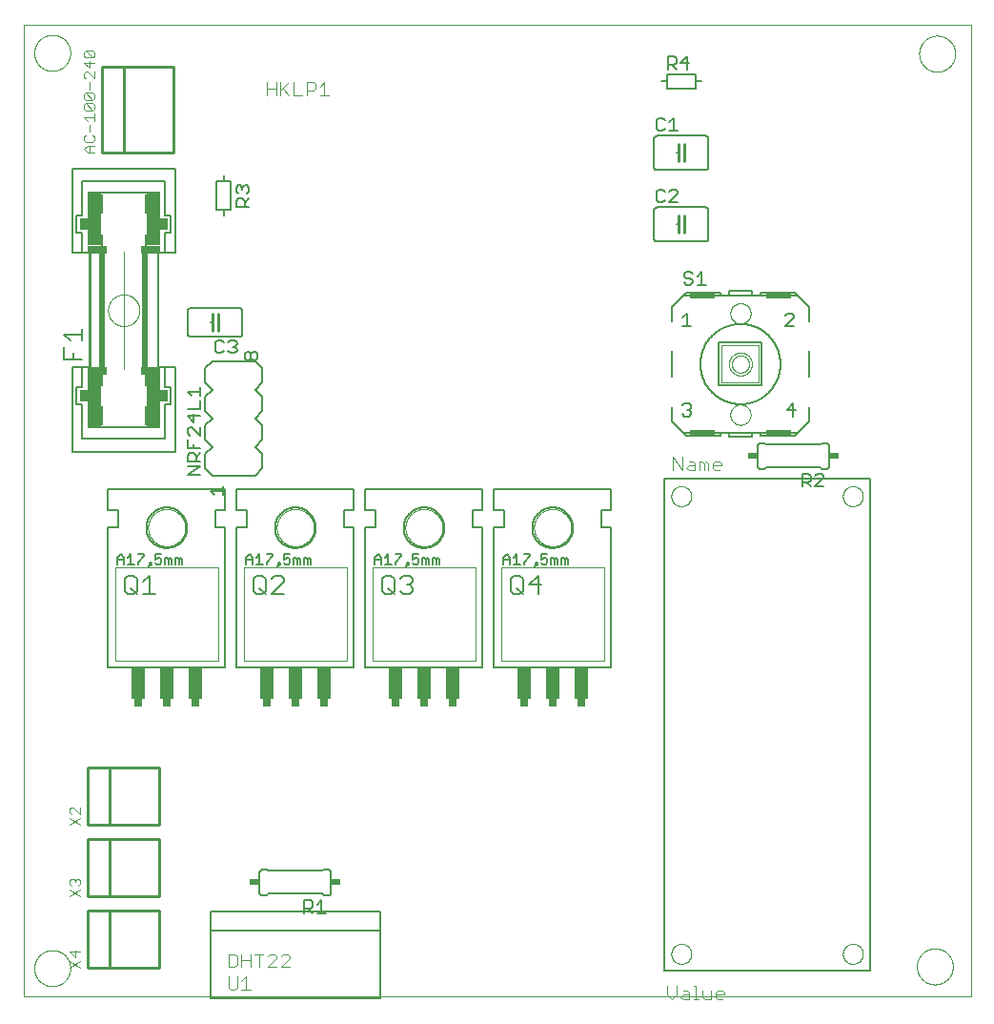
<source format=gto>
G75*
%MOIN*%
%OFA0B0*%
%FSLAX25Y25*%
%IPPOS*%
%LPD*%
%AMOC8*
5,1,8,0,0,1.08239X$1,22.5*
%
%ADD10C,0.00000*%
%ADD11C,0.00400*%
%ADD12C,0.00500*%
%ADD13C,0.00200*%
%ADD14C,0.00700*%
%ADD15R,0.03000X0.02500*%
%ADD16R,0.05000X0.11000*%
%ADD17C,0.00600*%
%ADD18R,0.03400X0.02400*%
%ADD19C,0.01000*%
%ADD20R,0.08500X0.02000*%
%ADD21R,0.02000X0.40000*%
%ADD22R,0.06500X0.02500*%
%ADD23R,0.16000X0.01000*%
%ADD24R,0.04500X0.19000*%
%ADD25R,0.03000X0.04000*%
%ADD26R,0.00500X0.04000*%
%ADD27R,0.00500X0.07000*%
D10*
X0001000Y0004000D02*
X0001000Y0343961D01*
X0332301Y0343961D01*
X0332301Y0004000D01*
X0001000Y0004000D01*
X0004701Y0014000D02*
X0004703Y0014158D01*
X0004709Y0014316D01*
X0004719Y0014474D01*
X0004733Y0014632D01*
X0004751Y0014789D01*
X0004772Y0014946D01*
X0004798Y0015102D01*
X0004828Y0015258D01*
X0004861Y0015413D01*
X0004899Y0015566D01*
X0004940Y0015719D01*
X0004985Y0015871D01*
X0005034Y0016022D01*
X0005087Y0016171D01*
X0005143Y0016319D01*
X0005203Y0016465D01*
X0005267Y0016610D01*
X0005335Y0016753D01*
X0005406Y0016895D01*
X0005480Y0017035D01*
X0005558Y0017172D01*
X0005640Y0017308D01*
X0005724Y0017442D01*
X0005813Y0017573D01*
X0005904Y0017702D01*
X0005999Y0017829D01*
X0006096Y0017954D01*
X0006197Y0018076D01*
X0006301Y0018195D01*
X0006408Y0018312D01*
X0006518Y0018426D01*
X0006631Y0018537D01*
X0006746Y0018646D01*
X0006864Y0018751D01*
X0006985Y0018853D01*
X0007108Y0018953D01*
X0007234Y0019049D01*
X0007362Y0019142D01*
X0007492Y0019232D01*
X0007625Y0019318D01*
X0007760Y0019402D01*
X0007896Y0019481D01*
X0008035Y0019558D01*
X0008176Y0019630D01*
X0008318Y0019700D01*
X0008462Y0019765D01*
X0008608Y0019827D01*
X0008755Y0019885D01*
X0008904Y0019940D01*
X0009054Y0019991D01*
X0009205Y0020038D01*
X0009357Y0020081D01*
X0009510Y0020120D01*
X0009665Y0020156D01*
X0009820Y0020187D01*
X0009976Y0020215D01*
X0010132Y0020239D01*
X0010289Y0020259D01*
X0010447Y0020275D01*
X0010604Y0020287D01*
X0010763Y0020295D01*
X0010921Y0020299D01*
X0011079Y0020299D01*
X0011237Y0020295D01*
X0011396Y0020287D01*
X0011553Y0020275D01*
X0011711Y0020259D01*
X0011868Y0020239D01*
X0012024Y0020215D01*
X0012180Y0020187D01*
X0012335Y0020156D01*
X0012490Y0020120D01*
X0012643Y0020081D01*
X0012795Y0020038D01*
X0012946Y0019991D01*
X0013096Y0019940D01*
X0013245Y0019885D01*
X0013392Y0019827D01*
X0013538Y0019765D01*
X0013682Y0019700D01*
X0013824Y0019630D01*
X0013965Y0019558D01*
X0014104Y0019481D01*
X0014240Y0019402D01*
X0014375Y0019318D01*
X0014508Y0019232D01*
X0014638Y0019142D01*
X0014766Y0019049D01*
X0014892Y0018953D01*
X0015015Y0018853D01*
X0015136Y0018751D01*
X0015254Y0018646D01*
X0015369Y0018537D01*
X0015482Y0018426D01*
X0015592Y0018312D01*
X0015699Y0018195D01*
X0015803Y0018076D01*
X0015904Y0017954D01*
X0016001Y0017829D01*
X0016096Y0017702D01*
X0016187Y0017573D01*
X0016276Y0017442D01*
X0016360Y0017308D01*
X0016442Y0017172D01*
X0016520Y0017035D01*
X0016594Y0016895D01*
X0016665Y0016753D01*
X0016733Y0016610D01*
X0016797Y0016465D01*
X0016857Y0016319D01*
X0016913Y0016171D01*
X0016966Y0016022D01*
X0017015Y0015871D01*
X0017060Y0015719D01*
X0017101Y0015566D01*
X0017139Y0015413D01*
X0017172Y0015258D01*
X0017202Y0015102D01*
X0017228Y0014946D01*
X0017249Y0014789D01*
X0017267Y0014632D01*
X0017281Y0014474D01*
X0017291Y0014316D01*
X0017297Y0014158D01*
X0017299Y0014000D01*
X0017297Y0013842D01*
X0017291Y0013684D01*
X0017281Y0013526D01*
X0017267Y0013368D01*
X0017249Y0013211D01*
X0017228Y0013054D01*
X0017202Y0012898D01*
X0017172Y0012742D01*
X0017139Y0012587D01*
X0017101Y0012434D01*
X0017060Y0012281D01*
X0017015Y0012129D01*
X0016966Y0011978D01*
X0016913Y0011829D01*
X0016857Y0011681D01*
X0016797Y0011535D01*
X0016733Y0011390D01*
X0016665Y0011247D01*
X0016594Y0011105D01*
X0016520Y0010965D01*
X0016442Y0010828D01*
X0016360Y0010692D01*
X0016276Y0010558D01*
X0016187Y0010427D01*
X0016096Y0010298D01*
X0016001Y0010171D01*
X0015904Y0010046D01*
X0015803Y0009924D01*
X0015699Y0009805D01*
X0015592Y0009688D01*
X0015482Y0009574D01*
X0015369Y0009463D01*
X0015254Y0009354D01*
X0015136Y0009249D01*
X0015015Y0009147D01*
X0014892Y0009047D01*
X0014766Y0008951D01*
X0014638Y0008858D01*
X0014508Y0008768D01*
X0014375Y0008682D01*
X0014240Y0008598D01*
X0014104Y0008519D01*
X0013965Y0008442D01*
X0013824Y0008370D01*
X0013682Y0008300D01*
X0013538Y0008235D01*
X0013392Y0008173D01*
X0013245Y0008115D01*
X0013096Y0008060D01*
X0012946Y0008009D01*
X0012795Y0007962D01*
X0012643Y0007919D01*
X0012490Y0007880D01*
X0012335Y0007844D01*
X0012180Y0007813D01*
X0012024Y0007785D01*
X0011868Y0007761D01*
X0011711Y0007741D01*
X0011553Y0007725D01*
X0011396Y0007713D01*
X0011237Y0007705D01*
X0011079Y0007701D01*
X0010921Y0007701D01*
X0010763Y0007705D01*
X0010604Y0007713D01*
X0010447Y0007725D01*
X0010289Y0007741D01*
X0010132Y0007761D01*
X0009976Y0007785D01*
X0009820Y0007813D01*
X0009665Y0007844D01*
X0009510Y0007880D01*
X0009357Y0007919D01*
X0009205Y0007962D01*
X0009054Y0008009D01*
X0008904Y0008060D01*
X0008755Y0008115D01*
X0008608Y0008173D01*
X0008462Y0008235D01*
X0008318Y0008300D01*
X0008176Y0008370D01*
X0008035Y0008442D01*
X0007896Y0008519D01*
X0007760Y0008598D01*
X0007625Y0008682D01*
X0007492Y0008768D01*
X0007362Y0008858D01*
X0007234Y0008951D01*
X0007108Y0009047D01*
X0006985Y0009147D01*
X0006864Y0009249D01*
X0006746Y0009354D01*
X0006631Y0009463D01*
X0006518Y0009574D01*
X0006408Y0009688D01*
X0006301Y0009805D01*
X0006197Y0009924D01*
X0006096Y0010046D01*
X0005999Y0010171D01*
X0005904Y0010298D01*
X0005813Y0010427D01*
X0005724Y0010558D01*
X0005640Y0010692D01*
X0005558Y0010828D01*
X0005480Y0010965D01*
X0005406Y0011105D01*
X0005335Y0011247D01*
X0005267Y0011390D01*
X0005203Y0011535D01*
X0005143Y0011681D01*
X0005087Y0011829D01*
X0005034Y0011978D01*
X0004985Y0012129D01*
X0004940Y0012281D01*
X0004899Y0012434D01*
X0004861Y0012587D01*
X0004828Y0012742D01*
X0004798Y0012898D01*
X0004772Y0013054D01*
X0004751Y0013211D01*
X0004733Y0013368D01*
X0004719Y0013526D01*
X0004709Y0013684D01*
X0004703Y0013842D01*
X0004701Y0014000D01*
X0044500Y0168000D02*
X0044502Y0168161D01*
X0044508Y0168321D01*
X0044518Y0168482D01*
X0044532Y0168642D01*
X0044550Y0168802D01*
X0044571Y0168961D01*
X0044597Y0169120D01*
X0044627Y0169278D01*
X0044660Y0169435D01*
X0044698Y0169592D01*
X0044739Y0169747D01*
X0044784Y0169901D01*
X0044833Y0170054D01*
X0044886Y0170206D01*
X0044942Y0170357D01*
X0045003Y0170506D01*
X0045066Y0170654D01*
X0045134Y0170800D01*
X0045205Y0170944D01*
X0045279Y0171086D01*
X0045357Y0171227D01*
X0045439Y0171365D01*
X0045524Y0171502D01*
X0045612Y0171636D01*
X0045704Y0171768D01*
X0045799Y0171898D01*
X0045897Y0172026D01*
X0045998Y0172151D01*
X0046102Y0172273D01*
X0046209Y0172393D01*
X0046319Y0172510D01*
X0046432Y0172625D01*
X0046548Y0172736D01*
X0046667Y0172845D01*
X0046788Y0172950D01*
X0046912Y0173053D01*
X0047038Y0173153D01*
X0047166Y0173249D01*
X0047297Y0173342D01*
X0047431Y0173432D01*
X0047566Y0173519D01*
X0047704Y0173602D01*
X0047843Y0173682D01*
X0047985Y0173758D01*
X0048128Y0173831D01*
X0048273Y0173900D01*
X0048420Y0173966D01*
X0048568Y0174028D01*
X0048718Y0174086D01*
X0048869Y0174141D01*
X0049022Y0174192D01*
X0049176Y0174239D01*
X0049331Y0174282D01*
X0049487Y0174321D01*
X0049643Y0174357D01*
X0049801Y0174388D01*
X0049959Y0174416D01*
X0050118Y0174440D01*
X0050278Y0174460D01*
X0050438Y0174476D01*
X0050598Y0174488D01*
X0050759Y0174496D01*
X0050920Y0174500D01*
X0051080Y0174500D01*
X0051241Y0174496D01*
X0051402Y0174488D01*
X0051562Y0174476D01*
X0051722Y0174460D01*
X0051882Y0174440D01*
X0052041Y0174416D01*
X0052199Y0174388D01*
X0052357Y0174357D01*
X0052513Y0174321D01*
X0052669Y0174282D01*
X0052824Y0174239D01*
X0052978Y0174192D01*
X0053131Y0174141D01*
X0053282Y0174086D01*
X0053432Y0174028D01*
X0053580Y0173966D01*
X0053727Y0173900D01*
X0053872Y0173831D01*
X0054015Y0173758D01*
X0054157Y0173682D01*
X0054296Y0173602D01*
X0054434Y0173519D01*
X0054569Y0173432D01*
X0054703Y0173342D01*
X0054834Y0173249D01*
X0054962Y0173153D01*
X0055088Y0173053D01*
X0055212Y0172950D01*
X0055333Y0172845D01*
X0055452Y0172736D01*
X0055568Y0172625D01*
X0055681Y0172510D01*
X0055791Y0172393D01*
X0055898Y0172273D01*
X0056002Y0172151D01*
X0056103Y0172026D01*
X0056201Y0171898D01*
X0056296Y0171768D01*
X0056388Y0171636D01*
X0056476Y0171502D01*
X0056561Y0171365D01*
X0056643Y0171227D01*
X0056721Y0171086D01*
X0056795Y0170944D01*
X0056866Y0170800D01*
X0056934Y0170654D01*
X0056997Y0170506D01*
X0057058Y0170357D01*
X0057114Y0170206D01*
X0057167Y0170054D01*
X0057216Y0169901D01*
X0057261Y0169747D01*
X0057302Y0169592D01*
X0057340Y0169435D01*
X0057373Y0169278D01*
X0057403Y0169120D01*
X0057429Y0168961D01*
X0057450Y0168802D01*
X0057468Y0168642D01*
X0057482Y0168482D01*
X0057492Y0168321D01*
X0057498Y0168161D01*
X0057500Y0168000D01*
X0057498Y0167839D01*
X0057492Y0167679D01*
X0057482Y0167518D01*
X0057468Y0167358D01*
X0057450Y0167198D01*
X0057429Y0167039D01*
X0057403Y0166880D01*
X0057373Y0166722D01*
X0057340Y0166565D01*
X0057302Y0166408D01*
X0057261Y0166253D01*
X0057216Y0166099D01*
X0057167Y0165946D01*
X0057114Y0165794D01*
X0057058Y0165643D01*
X0056997Y0165494D01*
X0056934Y0165346D01*
X0056866Y0165200D01*
X0056795Y0165056D01*
X0056721Y0164914D01*
X0056643Y0164773D01*
X0056561Y0164635D01*
X0056476Y0164498D01*
X0056388Y0164364D01*
X0056296Y0164232D01*
X0056201Y0164102D01*
X0056103Y0163974D01*
X0056002Y0163849D01*
X0055898Y0163727D01*
X0055791Y0163607D01*
X0055681Y0163490D01*
X0055568Y0163375D01*
X0055452Y0163264D01*
X0055333Y0163155D01*
X0055212Y0163050D01*
X0055088Y0162947D01*
X0054962Y0162847D01*
X0054834Y0162751D01*
X0054703Y0162658D01*
X0054569Y0162568D01*
X0054434Y0162481D01*
X0054296Y0162398D01*
X0054157Y0162318D01*
X0054015Y0162242D01*
X0053872Y0162169D01*
X0053727Y0162100D01*
X0053580Y0162034D01*
X0053432Y0161972D01*
X0053282Y0161914D01*
X0053131Y0161859D01*
X0052978Y0161808D01*
X0052824Y0161761D01*
X0052669Y0161718D01*
X0052513Y0161679D01*
X0052357Y0161643D01*
X0052199Y0161612D01*
X0052041Y0161584D01*
X0051882Y0161560D01*
X0051722Y0161540D01*
X0051562Y0161524D01*
X0051402Y0161512D01*
X0051241Y0161504D01*
X0051080Y0161500D01*
X0050920Y0161500D01*
X0050759Y0161504D01*
X0050598Y0161512D01*
X0050438Y0161524D01*
X0050278Y0161540D01*
X0050118Y0161560D01*
X0049959Y0161584D01*
X0049801Y0161612D01*
X0049643Y0161643D01*
X0049487Y0161679D01*
X0049331Y0161718D01*
X0049176Y0161761D01*
X0049022Y0161808D01*
X0048869Y0161859D01*
X0048718Y0161914D01*
X0048568Y0161972D01*
X0048420Y0162034D01*
X0048273Y0162100D01*
X0048128Y0162169D01*
X0047985Y0162242D01*
X0047843Y0162318D01*
X0047704Y0162398D01*
X0047566Y0162481D01*
X0047431Y0162568D01*
X0047297Y0162658D01*
X0047166Y0162751D01*
X0047038Y0162847D01*
X0046912Y0162947D01*
X0046788Y0163050D01*
X0046667Y0163155D01*
X0046548Y0163264D01*
X0046432Y0163375D01*
X0046319Y0163490D01*
X0046209Y0163607D01*
X0046102Y0163727D01*
X0045998Y0163849D01*
X0045897Y0163974D01*
X0045799Y0164102D01*
X0045704Y0164232D01*
X0045612Y0164364D01*
X0045524Y0164498D01*
X0045439Y0164635D01*
X0045357Y0164773D01*
X0045279Y0164914D01*
X0045205Y0165056D01*
X0045134Y0165200D01*
X0045066Y0165346D01*
X0045003Y0165494D01*
X0044942Y0165643D01*
X0044886Y0165794D01*
X0044833Y0165946D01*
X0044784Y0166099D01*
X0044739Y0166253D01*
X0044698Y0166408D01*
X0044660Y0166565D01*
X0044627Y0166722D01*
X0044597Y0166880D01*
X0044571Y0167039D01*
X0044550Y0167198D01*
X0044532Y0167358D01*
X0044518Y0167518D01*
X0044508Y0167679D01*
X0044502Y0167839D01*
X0044500Y0168000D01*
X0089500Y0168000D02*
X0089502Y0168161D01*
X0089508Y0168321D01*
X0089518Y0168482D01*
X0089532Y0168642D01*
X0089550Y0168802D01*
X0089571Y0168961D01*
X0089597Y0169120D01*
X0089627Y0169278D01*
X0089660Y0169435D01*
X0089698Y0169592D01*
X0089739Y0169747D01*
X0089784Y0169901D01*
X0089833Y0170054D01*
X0089886Y0170206D01*
X0089942Y0170357D01*
X0090003Y0170506D01*
X0090066Y0170654D01*
X0090134Y0170800D01*
X0090205Y0170944D01*
X0090279Y0171086D01*
X0090357Y0171227D01*
X0090439Y0171365D01*
X0090524Y0171502D01*
X0090612Y0171636D01*
X0090704Y0171768D01*
X0090799Y0171898D01*
X0090897Y0172026D01*
X0090998Y0172151D01*
X0091102Y0172273D01*
X0091209Y0172393D01*
X0091319Y0172510D01*
X0091432Y0172625D01*
X0091548Y0172736D01*
X0091667Y0172845D01*
X0091788Y0172950D01*
X0091912Y0173053D01*
X0092038Y0173153D01*
X0092166Y0173249D01*
X0092297Y0173342D01*
X0092431Y0173432D01*
X0092566Y0173519D01*
X0092704Y0173602D01*
X0092843Y0173682D01*
X0092985Y0173758D01*
X0093128Y0173831D01*
X0093273Y0173900D01*
X0093420Y0173966D01*
X0093568Y0174028D01*
X0093718Y0174086D01*
X0093869Y0174141D01*
X0094022Y0174192D01*
X0094176Y0174239D01*
X0094331Y0174282D01*
X0094487Y0174321D01*
X0094643Y0174357D01*
X0094801Y0174388D01*
X0094959Y0174416D01*
X0095118Y0174440D01*
X0095278Y0174460D01*
X0095438Y0174476D01*
X0095598Y0174488D01*
X0095759Y0174496D01*
X0095920Y0174500D01*
X0096080Y0174500D01*
X0096241Y0174496D01*
X0096402Y0174488D01*
X0096562Y0174476D01*
X0096722Y0174460D01*
X0096882Y0174440D01*
X0097041Y0174416D01*
X0097199Y0174388D01*
X0097357Y0174357D01*
X0097513Y0174321D01*
X0097669Y0174282D01*
X0097824Y0174239D01*
X0097978Y0174192D01*
X0098131Y0174141D01*
X0098282Y0174086D01*
X0098432Y0174028D01*
X0098580Y0173966D01*
X0098727Y0173900D01*
X0098872Y0173831D01*
X0099015Y0173758D01*
X0099157Y0173682D01*
X0099296Y0173602D01*
X0099434Y0173519D01*
X0099569Y0173432D01*
X0099703Y0173342D01*
X0099834Y0173249D01*
X0099962Y0173153D01*
X0100088Y0173053D01*
X0100212Y0172950D01*
X0100333Y0172845D01*
X0100452Y0172736D01*
X0100568Y0172625D01*
X0100681Y0172510D01*
X0100791Y0172393D01*
X0100898Y0172273D01*
X0101002Y0172151D01*
X0101103Y0172026D01*
X0101201Y0171898D01*
X0101296Y0171768D01*
X0101388Y0171636D01*
X0101476Y0171502D01*
X0101561Y0171365D01*
X0101643Y0171227D01*
X0101721Y0171086D01*
X0101795Y0170944D01*
X0101866Y0170800D01*
X0101934Y0170654D01*
X0101997Y0170506D01*
X0102058Y0170357D01*
X0102114Y0170206D01*
X0102167Y0170054D01*
X0102216Y0169901D01*
X0102261Y0169747D01*
X0102302Y0169592D01*
X0102340Y0169435D01*
X0102373Y0169278D01*
X0102403Y0169120D01*
X0102429Y0168961D01*
X0102450Y0168802D01*
X0102468Y0168642D01*
X0102482Y0168482D01*
X0102492Y0168321D01*
X0102498Y0168161D01*
X0102500Y0168000D01*
X0102498Y0167839D01*
X0102492Y0167679D01*
X0102482Y0167518D01*
X0102468Y0167358D01*
X0102450Y0167198D01*
X0102429Y0167039D01*
X0102403Y0166880D01*
X0102373Y0166722D01*
X0102340Y0166565D01*
X0102302Y0166408D01*
X0102261Y0166253D01*
X0102216Y0166099D01*
X0102167Y0165946D01*
X0102114Y0165794D01*
X0102058Y0165643D01*
X0101997Y0165494D01*
X0101934Y0165346D01*
X0101866Y0165200D01*
X0101795Y0165056D01*
X0101721Y0164914D01*
X0101643Y0164773D01*
X0101561Y0164635D01*
X0101476Y0164498D01*
X0101388Y0164364D01*
X0101296Y0164232D01*
X0101201Y0164102D01*
X0101103Y0163974D01*
X0101002Y0163849D01*
X0100898Y0163727D01*
X0100791Y0163607D01*
X0100681Y0163490D01*
X0100568Y0163375D01*
X0100452Y0163264D01*
X0100333Y0163155D01*
X0100212Y0163050D01*
X0100088Y0162947D01*
X0099962Y0162847D01*
X0099834Y0162751D01*
X0099703Y0162658D01*
X0099569Y0162568D01*
X0099434Y0162481D01*
X0099296Y0162398D01*
X0099157Y0162318D01*
X0099015Y0162242D01*
X0098872Y0162169D01*
X0098727Y0162100D01*
X0098580Y0162034D01*
X0098432Y0161972D01*
X0098282Y0161914D01*
X0098131Y0161859D01*
X0097978Y0161808D01*
X0097824Y0161761D01*
X0097669Y0161718D01*
X0097513Y0161679D01*
X0097357Y0161643D01*
X0097199Y0161612D01*
X0097041Y0161584D01*
X0096882Y0161560D01*
X0096722Y0161540D01*
X0096562Y0161524D01*
X0096402Y0161512D01*
X0096241Y0161504D01*
X0096080Y0161500D01*
X0095920Y0161500D01*
X0095759Y0161504D01*
X0095598Y0161512D01*
X0095438Y0161524D01*
X0095278Y0161540D01*
X0095118Y0161560D01*
X0094959Y0161584D01*
X0094801Y0161612D01*
X0094643Y0161643D01*
X0094487Y0161679D01*
X0094331Y0161718D01*
X0094176Y0161761D01*
X0094022Y0161808D01*
X0093869Y0161859D01*
X0093718Y0161914D01*
X0093568Y0161972D01*
X0093420Y0162034D01*
X0093273Y0162100D01*
X0093128Y0162169D01*
X0092985Y0162242D01*
X0092843Y0162318D01*
X0092704Y0162398D01*
X0092566Y0162481D01*
X0092431Y0162568D01*
X0092297Y0162658D01*
X0092166Y0162751D01*
X0092038Y0162847D01*
X0091912Y0162947D01*
X0091788Y0163050D01*
X0091667Y0163155D01*
X0091548Y0163264D01*
X0091432Y0163375D01*
X0091319Y0163490D01*
X0091209Y0163607D01*
X0091102Y0163727D01*
X0090998Y0163849D01*
X0090897Y0163974D01*
X0090799Y0164102D01*
X0090704Y0164232D01*
X0090612Y0164364D01*
X0090524Y0164498D01*
X0090439Y0164635D01*
X0090357Y0164773D01*
X0090279Y0164914D01*
X0090205Y0165056D01*
X0090134Y0165200D01*
X0090066Y0165346D01*
X0090003Y0165494D01*
X0089942Y0165643D01*
X0089886Y0165794D01*
X0089833Y0165946D01*
X0089784Y0166099D01*
X0089739Y0166253D01*
X0089698Y0166408D01*
X0089660Y0166565D01*
X0089627Y0166722D01*
X0089597Y0166880D01*
X0089571Y0167039D01*
X0089550Y0167198D01*
X0089532Y0167358D01*
X0089518Y0167518D01*
X0089508Y0167679D01*
X0089502Y0167839D01*
X0089500Y0168000D01*
X0134500Y0168000D02*
X0134502Y0168161D01*
X0134508Y0168321D01*
X0134518Y0168482D01*
X0134532Y0168642D01*
X0134550Y0168802D01*
X0134571Y0168961D01*
X0134597Y0169120D01*
X0134627Y0169278D01*
X0134660Y0169435D01*
X0134698Y0169592D01*
X0134739Y0169747D01*
X0134784Y0169901D01*
X0134833Y0170054D01*
X0134886Y0170206D01*
X0134942Y0170357D01*
X0135003Y0170506D01*
X0135066Y0170654D01*
X0135134Y0170800D01*
X0135205Y0170944D01*
X0135279Y0171086D01*
X0135357Y0171227D01*
X0135439Y0171365D01*
X0135524Y0171502D01*
X0135612Y0171636D01*
X0135704Y0171768D01*
X0135799Y0171898D01*
X0135897Y0172026D01*
X0135998Y0172151D01*
X0136102Y0172273D01*
X0136209Y0172393D01*
X0136319Y0172510D01*
X0136432Y0172625D01*
X0136548Y0172736D01*
X0136667Y0172845D01*
X0136788Y0172950D01*
X0136912Y0173053D01*
X0137038Y0173153D01*
X0137166Y0173249D01*
X0137297Y0173342D01*
X0137431Y0173432D01*
X0137566Y0173519D01*
X0137704Y0173602D01*
X0137843Y0173682D01*
X0137985Y0173758D01*
X0138128Y0173831D01*
X0138273Y0173900D01*
X0138420Y0173966D01*
X0138568Y0174028D01*
X0138718Y0174086D01*
X0138869Y0174141D01*
X0139022Y0174192D01*
X0139176Y0174239D01*
X0139331Y0174282D01*
X0139487Y0174321D01*
X0139643Y0174357D01*
X0139801Y0174388D01*
X0139959Y0174416D01*
X0140118Y0174440D01*
X0140278Y0174460D01*
X0140438Y0174476D01*
X0140598Y0174488D01*
X0140759Y0174496D01*
X0140920Y0174500D01*
X0141080Y0174500D01*
X0141241Y0174496D01*
X0141402Y0174488D01*
X0141562Y0174476D01*
X0141722Y0174460D01*
X0141882Y0174440D01*
X0142041Y0174416D01*
X0142199Y0174388D01*
X0142357Y0174357D01*
X0142513Y0174321D01*
X0142669Y0174282D01*
X0142824Y0174239D01*
X0142978Y0174192D01*
X0143131Y0174141D01*
X0143282Y0174086D01*
X0143432Y0174028D01*
X0143580Y0173966D01*
X0143727Y0173900D01*
X0143872Y0173831D01*
X0144015Y0173758D01*
X0144157Y0173682D01*
X0144296Y0173602D01*
X0144434Y0173519D01*
X0144569Y0173432D01*
X0144703Y0173342D01*
X0144834Y0173249D01*
X0144962Y0173153D01*
X0145088Y0173053D01*
X0145212Y0172950D01*
X0145333Y0172845D01*
X0145452Y0172736D01*
X0145568Y0172625D01*
X0145681Y0172510D01*
X0145791Y0172393D01*
X0145898Y0172273D01*
X0146002Y0172151D01*
X0146103Y0172026D01*
X0146201Y0171898D01*
X0146296Y0171768D01*
X0146388Y0171636D01*
X0146476Y0171502D01*
X0146561Y0171365D01*
X0146643Y0171227D01*
X0146721Y0171086D01*
X0146795Y0170944D01*
X0146866Y0170800D01*
X0146934Y0170654D01*
X0146997Y0170506D01*
X0147058Y0170357D01*
X0147114Y0170206D01*
X0147167Y0170054D01*
X0147216Y0169901D01*
X0147261Y0169747D01*
X0147302Y0169592D01*
X0147340Y0169435D01*
X0147373Y0169278D01*
X0147403Y0169120D01*
X0147429Y0168961D01*
X0147450Y0168802D01*
X0147468Y0168642D01*
X0147482Y0168482D01*
X0147492Y0168321D01*
X0147498Y0168161D01*
X0147500Y0168000D01*
X0147498Y0167839D01*
X0147492Y0167679D01*
X0147482Y0167518D01*
X0147468Y0167358D01*
X0147450Y0167198D01*
X0147429Y0167039D01*
X0147403Y0166880D01*
X0147373Y0166722D01*
X0147340Y0166565D01*
X0147302Y0166408D01*
X0147261Y0166253D01*
X0147216Y0166099D01*
X0147167Y0165946D01*
X0147114Y0165794D01*
X0147058Y0165643D01*
X0146997Y0165494D01*
X0146934Y0165346D01*
X0146866Y0165200D01*
X0146795Y0165056D01*
X0146721Y0164914D01*
X0146643Y0164773D01*
X0146561Y0164635D01*
X0146476Y0164498D01*
X0146388Y0164364D01*
X0146296Y0164232D01*
X0146201Y0164102D01*
X0146103Y0163974D01*
X0146002Y0163849D01*
X0145898Y0163727D01*
X0145791Y0163607D01*
X0145681Y0163490D01*
X0145568Y0163375D01*
X0145452Y0163264D01*
X0145333Y0163155D01*
X0145212Y0163050D01*
X0145088Y0162947D01*
X0144962Y0162847D01*
X0144834Y0162751D01*
X0144703Y0162658D01*
X0144569Y0162568D01*
X0144434Y0162481D01*
X0144296Y0162398D01*
X0144157Y0162318D01*
X0144015Y0162242D01*
X0143872Y0162169D01*
X0143727Y0162100D01*
X0143580Y0162034D01*
X0143432Y0161972D01*
X0143282Y0161914D01*
X0143131Y0161859D01*
X0142978Y0161808D01*
X0142824Y0161761D01*
X0142669Y0161718D01*
X0142513Y0161679D01*
X0142357Y0161643D01*
X0142199Y0161612D01*
X0142041Y0161584D01*
X0141882Y0161560D01*
X0141722Y0161540D01*
X0141562Y0161524D01*
X0141402Y0161512D01*
X0141241Y0161504D01*
X0141080Y0161500D01*
X0140920Y0161500D01*
X0140759Y0161504D01*
X0140598Y0161512D01*
X0140438Y0161524D01*
X0140278Y0161540D01*
X0140118Y0161560D01*
X0139959Y0161584D01*
X0139801Y0161612D01*
X0139643Y0161643D01*
X0139487Y0161679D01*
X0139331Y0161718D01*
X0139176Y0161761D01*
X0139022Y0161808D01*
X0138869Y0161859D01*
X0138718Y0161914D01*
X0138568Y0161972D01*
X0138420Y0162034D01*
X0138273Y0162100D01*
X0138128Y0162169D01*
X0137985Y0162242D01*
X0137843Y0162318D01*
X0137704Y0162398D01*
X0137566Y0162481D01*
X0137431Y0162568D01*
X0137297Y0162658D01*
X0137166Y0162751D01*
X0137038Y0162847D01*
X0136912Y0162947D01*
X0136788Y0163050D01*
X0136667Y0163155D01*
X0136548Y0163264D01*
X0136432Y0163375D01*
X0136319Y0163490D01*
X0136209Y0163607D01*
X0136102Y0163727D01*
X0135998Y0163849D01*
X0135897Y0163974D01*
X0135799Y0164102D01*
X0135704Y0164232D01*
X0135612Y0164364D01*
X0135524Y0164498D01*
X0135439Y0164635D01*
X0135357Y0164773D01*
X0135279Y0164914D01*
X0135205Y0165056D01*
X0135134Y0165200D01*
X0135066Y0165346D01*
X0135003Y0165494D01*
X0134942Y0165643D01*
X0134886Y0165794D01*
X0134833Y0165946D01*
X0134784Y0166099D01*
X0134739Y0166253D01*
X0134698Y0166408D01*
X0134660Y0166565D01*
X0134627Y0166722D01*
X0134597Y0166880D01*
X0134571Y0167039D01*
X0134550Y0167198D01*
X0134532Y0167358D01*
X0134518Y0167518D01*
X0134508Y0167679D01*
X0134502Y0167839D01*
X0134500Y0168000D01*
X0179500Y0168000D02*
X0179502Y0168161D01*
X0179508Y0168321D01*
X0179518Y0168482D01*
X0179532Y0168642D01*
X0179550Y0168802D01*
X0179571Y0168961D01*
X0179597Y0169120D01*
X0179627Y0169278D01*
X0179660Y0169435D01*
X0179698Y0169592D01*
X0179739Y0169747D01*
X0179784Y0169901D01*
X0179833Y0170054D01*
X0179886Y0170206D01*
X0179942Y0170357D01*
X0180003Y0170506D01*
X0180066Y0170654D01*
X0180134Y0170800D01*
X0180205Y0170944D01*
X0180279Y0171086D01*
X0180357Y0171227D01*
X0180439Y0171365D01*
X0180524Y0171502D01*
X0180612Y0171636D01*
X0180704Y0171768D01*
X0180799Y0171898D01*
X0180897Y0172026D01*
X0180998Y0172151D01*
X0181102Y0172273D01*
X0181209Y0172393D01*
X0181319Y0172510D01*
X0181432Y0172625D01*
X0181548Y0172736D01*
X0181667Y0172845D01*
X0181788Y0172950D01*
X0181912Y0173053D01*
X0182038Y0173153D01*
X0182166Y0173249D01*
X0182297Y0173342D01*
X0182431Y0173432D01*
X0182566Y0173519D01*
X0182704Y0173602D01*
X0182843Y0173682D01*
X0182985Y0173758D01*
X0183128Y0173831D01*
X0183273Y0173900D01*
X0183420Y0173966D01*
X0183568Y0174028D01*
X0183718Y0174086D01*
X0183869Y0174141D01*
X0184022Y0174192D01*
X0184176Y0174239D01*
X0184331Y0174282D01*
X0184487Y0174321D01*
X0184643Y0174357D01*
X0184801Y0174388D01*
X0184959Y0174416D01*
X0185118Y0174440D01*
X0185278Y0174460D01*
X0185438Y0174476D01*
X0185598Y0174488D01*
X0185759Y0174496D01*
X0185920Y0174500D01*
X0186080Y0174500D01*
X0186241Y0174496D01*
X0186402Y0174488D01*
X0186562Y0174476D01*
X0186722Y0174460D01*
X0186882Y0174440D01*
X0187041Y0174416D01*
X0187199Y0174388D01*
X0187357Y0174357D01*
X0187513Y0174321D01*
X0187669Y0174282D01*
X0187824Y0174239D01*
X0187978Y0174192D01*
X0188131Y0174141D01*
X0188282Y0174086D01*
X0188432Y0174028D01*
X0188580Y0173966D01*
X0188727Y0173900D01*
X0188872Y0173831D01*
X0189015Y0173758D01*
X0189157Y0173682D01*
X0189296Y0173602D01*
X0189434Y0173519D01*
X0189569Y0173432D01*
X0189703Y0173342D01*
X0189834Y0173249D01*
X0189962Y0173153D01*
X0190088Y0173053D01*
X0190212Y0172950D01*
X0190333Y0172845D01*
X0190452Y0172736D01*
X0190568Y0172625D01*
X0190681Y0172510D01*
X0190791Y0172393D01*
X0190898Y0172273D01*
X0191002Y0172151D01*
X0191103Y0172026D01*
X0191201Y0171898D01*
X0191296Y0171768D01*
X0191388Y0171636D01*
X0191476Y0171502D01*
X0191561Y0171365D01*
X0191643Y0171227D01*
X0191721Y0171086D01*
X0191795Y0170944D01*
X0191866Y0170800D01*
X0191934Y0170654D01*
X0191997Y0170506D01*
X0192058Y0170357D01*
X0192114Y0170206D01*
X0192167Y0170054D01*
X0192216Y0169901D01*
X0192261Y0169747D01*
X0192302Y0169592D01*
X0192340Y0169435D01*
X0192373Y0169278D01*
X0192403Y0169120D01*
X0192429Y0168961D01*
X0192450Y0168802D01*
X0192468Y0168642D01*
X0192482Y0168482D01*
X0192492Y0168321D01*
X0192498Y0168161D01*
X0192500Y0168000D01*
X0192498Y0167839D01*
X0192492Y0167679D01*
X0192482Y0167518D01*
X0192468Y0167358D01*
X0192450Y0167198D01*
X0192429Y0167039D01*
X0192403Y0166880D01*
X0192373Y0166722D01*
X0192340Y0166565D01*
X0192302Y0166408D01*
X0192261Y0166253D01*
X0192216Y0166099D01*
X0192167Y0165946D01*
X0192114Y0165794D01*
X0192058Y0165643D01*
X0191997Y0165494D01*
X0191934Y0165346D01*
X0191866Y0165200D01*
X0191795Y0165056D01*
X0191721Y0164914D01*
X0191643Y0164773D01*
X0191561Y0164635D01*
X0191476Y0164498D01*
X0191388Y0164364D01*
X0191296Y0164232D01*
X0191201Y0164102D01*
X0191103Y0163974D01*
X0191002Y0163849D01*
X0190898Y0163727D01*
X0190791Y0163607D01*
X0190681Y0163490D01*
X0190568Y0163375D01*
X0190452Y0163264D01*
X0190333Y0163155D01*
X0190212Y0163050D01*
X0190088Y0162947D01*
X0189962Y0162847D01*
X0189834Y0162751D01*
X0189703Y0162658D01*
X0189569Y0162568D01*
X0189434Y0162481D01*
X0189296Y0162398D01*
X0189157Y0162318D01*
X0189015Y0162242D01*
X0188872Y0162169D01*
X0188727Y0162100D01*
X0188580Y0162034D01*
X0188432Y0161972D01*
X0188282Y0161914D01*
X0188131Y0161859D01*
X0187978Y0161808D01*
X0187824Y0161761D01*
X0187669Y0161718D01*
X0187513Y0161679D01*
X0187357Y0161643D01*
X0187199Y0161612D01*
X0187041Y0161584D01*
X0186882Y0161560D01*
X0186722Y0161540D01*
X0186562Y0161524D01*
X0186402Y0161512D01*
X0186241Y0161504D01*
X0186080Y0161500D01*
X0185920Y0161500D01*
X0185759Y0161504D01*
X0185598Y0161512D01*
X0185438Y0161524D01*
X0185278Y0161540D01*
X0185118Y0161560D01*
X0184959Y0161584D01*
X0184801Y0161612D01*
X0184643Y0161643D01*
X0184487Y0161679D01*
X0184331Y0161718D01*
X0184176Y0161761D01*
X0184022Y0161808D01*
X0183869Y0161859D01*
X0183718Y0161914D01*
X0183568Y0161972D01*
X0183420Y0162034D01*
X0183273Y0162100D01*
X0183128Y0162169D01*
X0182985Y0162242D01*
X0182843Y0162318D01*
X0182704Y0162398D01*
X0182566Y0162481D01*
X0182431Y0162568D01*
X0182297Y0162658D01*
X0182166Y0162751D01*
X0182038Y0162847D01*
X0181912Y0162947D01*
X0181788Y0163050D01*
X0181667Y0163155D01*
X0181548Y0163264D01*
X0181432Y0163375D01*
X0181319Y0163490D01*
X0181209Y0163607D01*
X0181102Y0163727D01*
X0180998Y0163849D01*
X0180897Y0163974D01*
X0180799Y0164102D01*
X0180704Y0164232D01*
X0180612Y0164364D01*
X0180524Y0164498D01*
X0180439Y0164635D01*
X0180357Y0164773D01*
X0180279Y0164914D01*
X0180205Y0165056D01*
X0180134Y0165200D01*
X0180066Y0165346D01*
X0180003Y0165494D01*
X0179942Y0165643D01*
X0179886Y0165794D01*
X0179833Y0165946D01*
X0179784Y0166099D01*
X0179739Y0166253D01*
X0179698Y0166408D01*
X0179660Y0166565D01*
X0179627Y0166722D01*
X0179597Y0166880D01*
X0179571Y0167039D01*
X0179550Y0167198D01*
X0179532Y0167358D01*
X0179518Y0167518D01*
X0179508Y0167679D01*
X0179502Y0167839D01*
X0179500Y0168000D01*
X0227500Y0179000D02*
X0227502Y0179118D01*
X0227508Y0179236D01*
X0227518Y0179354D01*
X0227532Y0179471D01*
X0227550Y0179588D01*
X0227572Y0179705D01*
X0227597Y0179820D01*
X0227627Y0179934D01*
X0227661Y0180048D01*
X0227698Y0180160D01*
X0227739Y0180271D01*
X0227784Y0180380D01*
X0227832Y0180488D01*
X0227884Y0180594D01*
X0227940Y0180699D01*
X0227999Y0180801D01*
X0228061Y0180901D01*
X0228127Y0180999D01*
X0228196Y0181095D01*
X0228269Y0181189D01*
X0228344Y0181280D01*
X0228423Y0181368D01*
X0228504Y0181454D01*
X0228589Y0181537D01*
X0228676Y0181617D01*
X0228765Y0181694D01*
X0228858Y0181768D01*
X0228952Y0181838D01*
X0229049Y0181906D01*
X0229149Y0181970D01*
X0229250Y0182031D01*
X0229353Y0182088D01*
X0229459Y0182142D01*
X0229566Y0182193D01*
X0229674Y0182239D01*
X0229784Y0182282D01*
X0229896Y0182321D01*
X0230009Y0182357D01*
X0230123Y0182388D01*
X0230238Y0182416D01*
X0230353Y0182440D01*
X0230470Y0182460D01*
X0230587Y0182476D01*
X0230705Y0182488D01*
X0230823Y0182496D01*
X0230941Y0182500D01*
X0231059Y0182500D01*
X0231177Y0182496D01*
X0231295Y0182488D01*
X0231413Y0182476D01*
X0231530Y0182460D01*
X0231647Y0182440D01*
X0231762Y0182416D01*
X0231877Y0182388D01*
X0231991Y0182357D01*
X0232104Y0182321D01*
X0232216Y0182282D01*
X0232326Y0182239D01*
X0232434Y0182193D01*
X0232541Y0182142D01*
X0232647Y0182088D01*
X0232750Y0182031D01*
X0232851Y0181970D01*
X0232951Y0181906D01*
X0233048Y0181838D01*
X0233142Y0181768D01*
X0233235Y0181694D01*
X0233324Y0181617D01*
X0233411Y0181537D01*
X0233496Y0181454D01*
X0233577Y0181368D01*
X0233656Y0181280D01*
X0233731Y0181189D01*
X0233804Y0181095D01*
X0233873Y0180999D01*
X0233939Y0180901D01*
X0234001Y0180801D01*
X0234060Y0180699D01*
X0234116Y0180594D01*
X0234168Y0180488D01*
X0234216Y0180380D01*
X0234261Y0180271D01*
X0234302Y0180160D01*
X0234339Y0180048D01*
X0234373Y0179934D01*
X0234403Y0179820D01*
X0234428Y0179705D01*
X0234450Y0179588D01*
X0234468Y0179471D01*
X0234482Y0179354D01*
X0234492Y0179236D01*
X0234498Y0179118D01*
X0234500Y0179000D01*
X0234498Y0178882D01*
X0234492Y0178764D01*
X0234482Y0178646D01*
X0234468Y0178529D01*
X0234450Y0178412D01*
X0234428Y0178295D01*
X0234403Y0178180D01*
X0234373Y0178066D01*
X0234339Y0177952D01*
X0234302Y0177840D01*
X0234261Y0177729D01*
X0234216Y0177620D01*
X0234168Y0177512D01*
X0234116Y0177406D01*
X0234060Y0177301D01*
X0234001Y0177199D01*
X0233939Y0177099D01*
X0233873Y0177001D01*
X0233804Y0176905D01*
X0233731Y0176811D01*
X0233656Y0176720D01*
X0233577Y0176632D01*
X0233496Y0176546D01*
X0233411Y0176463D01*
X0233324Y0176383D01*
X0233235Y0176306D01*
X0233142Y0176232D01*
X0233048Y0176162D01*
X0232951Y0176094D01*
X0232851Y0176030D01*
X0232750Y0175969D01*
X0232647Y0175912D01*
X0232541Y0175858D01*
X0232434Y0175807D01*
X0232326Y0175761D01*
X0232216Y0175718D01*
X0232104Y0175679D01*
X0231991Y0175643D01*
X0231877Y0175612D01*
X0231762Y0175584D01*
X0231647Y0175560D01*
X0231530Y0175540D01*
X0231413Y0175524D01*
X0231295Y0175512D01*
X0231177Y0175504D01*
X0231059Y0175500D01*
X0230941Y0175500D01*
X0230823Y0175504D01*
X0230705Y0175512D01*
X0230587Y0175524D01*
X0230470Y0175540D01*
X0230353Y0175560D01*
X0230238Y0175584D01*
X0230123Y0175612D01*
X0230009Y0175643D01*
X0229896Y0175679D01*
X0229784Y0175718D01*
X0229674Y0175761D01*
X0229566Y0175807D01*
X0229459Y0175858D01*
X0229353Y0175912D01*
X0229250Y0175969D01*
X0229149Y0176030D01*
X0229049Y0176094D01*
X0228952Y0176162D01*
X0228858Y0176232D01*
X0228765Y0176306D01*
X0228676Y0176383D01*
X0228589Y0176463D01*
X0228504Y0176546D01*
X0228423Y0176632D01*
X0228344Y0176720D01*
X0228269Y0176811D01*
X0228196Y0176905D01*
X0228127Y0177001D01*
X0228061Y0177099D01*
X0227999Y0177199D01*
X0227940Y0177301D01*
X0227884Y0177406D01*
X0227832Y0177512D01*
X0227784Y0177620D01*
X0227739Y0177729D01*
X0227698Y0177840D01*
X0227661Y0177952D01*
X0227627Y0178066D01*
X0227597Y0178180D01*
X0227572Y0178295D01*
X0227550Y0178412D01*
X0227532Y0178529D01*
X0227518Y0178646D01*
X0227508Y0178764D01*
X0227502Y0178882D01*
X0227500Y0179000D01*
X0248150Y0207500D02*
X0248152Y0207619D01*
X0248158Y0207737D01*
X0248168Y0207855D01*
X0248182Y0207973D01*
X0248199Y0208090D01*
X0248221Y0208207D01*
X0248247Y0208323D01*
X0248276Y0208438D01*
X0248309Y0208552D01*
X0248346Y0208664D01*
X0248387Y0208776D01*
X0248432Y0208886D01*
X0248480Y0208994D01*
X0248532Y0209101D01*
X0248587Y0209206D01*
X0248646Y0209309D01*
X0248708Y0209410D01*
X0248773Y0209509D01*
X0248842Y0209606D01*
X0248914Y0209700D01*
X0248989Y0209792D01*
X0249067Y0209881D01*
X0249148Y0209968D01*
X0249232Y0210052D01*
X0249319Y0210133D01*
X0249408Y0210211D01*
X0249500Y0210286D01*
X0249594Y0210358D01*
X0249691Y0210427D01*
X0249790Y0210492D01*
X0249891Y0210554D01*
X0249994Y0210613D01*
X0250099Y0210668D01*
X0250206Y0210720D01*
X0250314Y0210768D01*
X0250424Y0210813D01*
X0250536Y0210854D01*
X0250648Y0210891D01*
X0250762Y0210924D01*
X0250877Y0210953D01*
X0250993Y0210979D01*
X0251110Y0211001D01*
X0251227Y0211018D01*
X0251345Y0211032D01*
X0251463Y0211042D01*
X0251581Y0211048D01*
X0251700Y0211050D01*
X0251819Y0211048D01*
X0251937Y0211042D01*
X0252055Y0211032D01*
X0252173Y0211018D01*
X0252290Y0211001D01*
X0252407Y0210979D01*
X0252523Y0210953D01*
X0252638Y0210924D01*
X0252752Y0210891D01*
X0252864Y0210854D01*
X0252976Y0210813D01*
X0253086Y0210768D01*
X0253194Y0210720D01*
X0253301Y0210668D01*
X0253406Y0210613D01*
X0253509Y0210554D01*
X0253610Y0210492D01*
X0253709Y0210427D01*
X0253806Y0210358D01*
X0253900Y0210286D01*
X0253992Y0210211D01*
X0254081Y0210133D01*
X0254168Y0210052D01*
X0254252Y0209968D01*
X0254333Y0209881D01*
X0254411Y0209792D01*
X0254486Y0209700D01*
X0254558Y0209606D01*
X0254627Y0209509D01*
X0254692Y0209410D01*
X0254754Y0209309D01*
X0254813Y0209206D01*
X0254868Y0209101D01*
X0254920Y0208994D01*
X0254968Y0208886D01*
X0255013Y0208776D01*
X0255054Y0208664D01*
X0255091Y0208552D01*
X0255124Y0208438D01*
X0255153Y0208323D01*
X0255179Y0208207D01*
X0255201Y0208090D01*
X0255218Y0207973D01*
X0255232Y0207855D01*
X0255242Y0207737D01*
X0255248Y0207619D01*
X0255250Y0207500D01*
X0255248Y0207381D01*
X0255242Y0207263D01*
X0255232Y0207145D01*
X0255218Y0207027D01*
X0255201Y0206910D01*
X0255179Y0206793D01*
X0255153Y0206677D01*
X0255124Y0206562D01*
X0255091Y0206448D01*
X0255054Y0206336D01*
X0255013Y0206224D01*
X0254968Y0206114D01*
X0254920Y0206006D01*
X0254868Y0205899D01*
X0254813Y0205794D01*
X0254754Y0205691D01*
X0254692Y0205590D01*
X0254627Y0205491D01*
X0254558Y0205394D01*
X0254486Y0205300D01*
X0254411Y0205208D01*
X0254333Y0205119D01*
X0254252Y0205032D01*
X0254168Y0204948D01*
X0254081Y0204867D01*
X0253992Y0204789D01*
X0253900Y0204714D01*
X0253806Y0204642D01*
X0253709Y0204573D01*
X0253610Y0204508D01*
X0253509Y0204446D01*
X0253406Y0204387D01*
X0253301Y0204332D01*
X0253194Y0204280D01*
X0253086Y0204232D01*
X0252976Y0204187D01*
X0252864Y0204146D01*
X0252752Y0204109D01*
X0252638Y0204076D01*
X0252523Y0204047D01*
X0252407Y0204021D01*
X0252290Y0203999D01*
X0252173Y0203982D01*
X0252055Y0203968D01*
X0251937Y0203958D01*
X0251819Y0203952D01*
X0251700Y0203950D01*
X0251581Y0203952D01*
X0251463Y0203958D01*
X0251345Y0203968D01*
X0251227Y0203982D01*
X0251110Y0203999D01*
X0250993Y0204021D01*
X0250877Y0204047D01*
X0250762Y0204076D01*
X0250648Y0204109D01*
X0250536Y0204146D01*
X0250424Y0204187D01*
X0250314Y0204232D01*
X0250206Y0204280D01*
X0250099Y0204332D01*
X0249994Y0204387D01*
X0249891Y0204446D01*
X0249790Y0204508D01*
X0249691Y0204573D01*
X0249594Y0204642D01*
X0249500Y0204714D01*
X0249408Y0204789D01*
X0249319Y0204867D01*
X0249232Y0204948D01*
X0249148Y0205032D01*
X0249067Y0205119D01*
X0248989Y0205208D01*
X0248914Y0205300D01*
X0248842Y0205394D01*
X0248773Y0205491D01*
X0248708Y0205590D01*
X0248646Y0205691D01*
X0248587Y0205794D01*
X0248532Y0205899D01*
X0248480Y0206006D01*
X0248432Y0206114D01*
X0248387Y0206224D01*
X0248346Y0206336D01*
X0248309Y0206448D01*
X0248276Y0206562D01*
X0248247Y0206677D01*
X0248221Y0206793D01*
X0248199Y0206910D01*
X0248182Y0207027D01*
X0248168Y0207145D01*
X0248158Y0207263D01*
X0248152Y0207381D01*
X0248150Y0207500D01*
X0248150Y0242900D02*
X0248152Y0243019D01*
X0248158Y0243137D01*
X0248168Y0243255D01*
X0248182Y0243373D01*
X0248199Y0243490D01*
X0248221Y0243607D01*
X0248247Y0243723D01*
X0248276Y0243838D01*
X0248309Y0243952D01*
X0248346Y0244064D01*
X0248387Y0244176D01*
X0248432Y0244286D01*
X0248480Y0244394D01*
X0248532Y0244501D01*
X0248587Y0244606D01*
X0248646Y0244709D01*
X0248708Y0244810D01*
X0248773Y0244909D01*
X0248842Y0245006D01*
X0248914Y0245100D01*
X0248989Y0245192D01*
X0249067Y0245281D01*
X0249148Y0245368D01*
X0249232Y0245452D01*
X0249319Y0245533D01*
X0249408Y0245611D01*
X0249500Y0245686D01*
X0249594Y0245758D01*
X0249691Y0245827D01*
X0249790Y0245892D01*
X0249891Y0245954D01*
X0249994Y0246013D01*
X0250099Y0246068D01*
X0250206Y0246120D01*
X0250314Y0246168D01*
X0250424Y0246213D01*
X0250536Y0246254D01*
X0250648Y0246291D01*
X0250762Y0246324D01*
X0250877Y0246353D01*
X0250993Y0246379D01*
X0251110Y0246401D01*
X0251227Y0246418D01*
X0251345Y0246432D01*
X0251463Y0246442D01*
X0251581Y0246448D01*
X0251700Y0246450D01*
X0251819Y0246448D01*
X0251937Y0246442D01*
X0252055Y0246432D01*
X0252173Y0246418D01*
X0252290Y0246401D01*
X0252407Y0246379D01*
X0252523Y0246353D01*
X0252638Y0246324D01*
X0252752Y0246291D01*
X0252864Y0246254D01*
X0252976Y0246213D01*
X0253086Y0246168D01*
X0253194Y0246120D01*
X0253301Y0246068D01*
X0253406Y0246013D01*
X0253509Y0245954D01*
X0253610Y0245892D01*
X0253709Y0245827D01*
X0253806Y0245758D01*
X0253900Y0245686D01*
X0253992Y0245611D01*
X0254081Y0245533D01*
X0254168Y0245452D01*
X0254252Y0245368D01*
X0254333Y0245281D01*
X0254411Y0245192D01*
X0254486Y0245100D01*
X0254558Y0245006D01*
X0254627Y0244909D01*
X0254692Y0244810D01*
X0254754Y0244709D01*
X0254813Y0244606D01*
X0254868Y0244501D01*
X0254920Y0244394D01*
X0254968Y0244286D01*
X0255013Y0244176D01*
X0255054Y0244064D01*
X0255091Y0243952D01*
X0255124Y0243838D01*
X0255153Y0243723D01*
X0255179Y0243607D01*
X0255201Y0243490D01*
X0255218Y0243373D01*
X0255232Y0243255D01*
X0255242Y0243137D01*
X0255248Y0243019D01*
X0255250Y0242900D01*
X0255248Y0242781D01*
X0255242Y0242663D01*
X0255232Y0242545D01*
X0255218Y0242427D01*
X0255201Y0242310D01*
X0255179Y0242193D01*
X0255153Y0242077D01*
X0255124Y0241962D01*
X0255091Y0241848D01*
X0255054Y0241736D01*
X0255013Y0241624D01*
X0254968Y0241514D01*
X0254920Y0241406D01*
X0254868Y0241299D01*
X0254813Y0241194D01*
X0254754Y0241091D01*
X0254692Y0240990D01*
X0254627Y0240891D01*
X0254558Y0240794D01*
X0254486Y0240700D01*
X0254411Y0240608D01*
X0254333Y0240519D01*
X0254252Y0240432D01*
X0254168Y0240348D01*
X0254081Y0240267D01*
X0253992Y0240189D01*
X0253900Y0240114D01*
X0253806Y0240042D01*
X0253709Y0239973D01*
X0253610Y0239908D01*
X0253509Y0239846D01*
X0253406Y0239787D01*
X0253301Y0239732D01*
X0253194Y0239680D01*
X0253086Y0239632D01*
X0252976Y0239587D01*
X0252864Y0239546D01*
X0252752Y0239509D01*
X0252638Y0239476D01*
X0252523Y0239447D01*
X0252407Y0239421D01*
X0252290Y0239399D01*
X0252173Y0239382D01*
X0252055Y0239368D01*
X0251937Y0239358D01*
X0251819Y0239352D01*
X0251700Y0239350D01*
X0251581Y0239352D01*
X0251463Y0239358D01*
X0251345Y0239368D01*
X0251227Y0239382D01*
X0251110Y0239399D01*
X0250993Y0239421D01*
X0250877Y0239447D01*
X0250762Y0239476D01*
X0250648Y0239509D01*
X0250536Y0239546D01*
X0250424Y0239587D01*
X0250314Y0239632D01*
X0250206Y0239680D01*
X0250099Y0239732D01*
X0249994Y0239787D01*
X0249891Y0239846D01*
X0249790Y0239908D01*
X0249691Y0239973D01*
X0249594Y0240042D01*
X0249500Y0240114D01*
X0249408Y0240189D01*
X0249319Y0240267D01*
X0249232Y0240348D01*
X0249148Y0240432D01*
X0249067Y0240519D01*
X0248989Y0240608D01*
X0248914Y0240700D01*
X0248842Y0240794D01*
X0248773Y0240891D01*
X0248708Y0240990D01*
X0248646Y0241091D01*
X0248587Y0241194D01*
X0248532Y0241299D01*
X0248480Y0241406D01*
X0248432Y0241514D01*
X0248387Y0241624D01*
X0248346Y0241736D01*
X0248309Y0241848D01*
X0248276Y0241962D01*
X0248247Y0242077D01*
X0248221Y0242193D01*
X0248199Y0242310D01*
X0248182Y0242427D01*
X0248168Y0242545D01*
X0248158Y0242663D01*
X0248152Y0242781D01*
X0248150Y0242900D01*
X0287500Y0179000D02*
X0287502Y0179118D01*
X0287508Y0179236D01*
X0287518Y0179354D01*
X0287532Y0179471D01*
X0287550Y0179588D01*
X0287572Y0179705D01*
X0287597Y0179820D01*
X0287627Y0179934D01*
X0287661Y0180048D01*
X0287698Y0180160D01*
X0287739Y0180271D01*
X0287784Y0180380D01*
X0287832Y0180488D01*
X0287884Y0180594D01*
X0287940Y0180699D01*
X0287999Y0180801D01*
X0288061Y0180901D01*
X0288127Y0180999D01*
X0288196Y0181095D01*
X0288269Y0181189D01*
X0288344Y0181280D01*
X0288423Y0181368D01*
X0288504Y0181454D01*
X0288589Y0181537D01*
X0288676Y0181617D01*
X0288765Y0181694D01*
X0288858Y0181768D01*
X0288952Y0181838D01*
X0289049Y0181906D01*
X0289149Y0181970D01*
X0289250Y0182031D01*
X0289353Y0182088D01*
X0289459Y0182142D01*
X0289566Y0182193D01*
X0289674Y0182239D01*
X0289784Y0182282D01*
X0289896Y0182321D01*
X0290009Y0182357D01*
X0290123Y0182388D01*
X0290238Y0182416D01*
X0290353Y0182440D01*
X0290470Y0182460D01*
X0290587Y0182476D01*
X0290705Y0182488D01*
X0290823Y0182496D01*
X0290941Y0182500D01*
X0291059Y0182500D01*
X0291177Y0182496D01*
X0291295Y0182488D01*
X0291413Y0182476D01*
X0291530Y0182460D01*
X0291647Y0182440D01*
X0291762Y0182416D01*
X0291877Y0182388D01*
X0291991Y0182357D01*
X0292104Y0182321D01*
X0292216Y0182282D01*
X0292326Y0182239D01*
X0292434Y0182193D01*
X0292541Y0182142D01*
X0292647Y0182088D01*
X0292750Y0182031D01*
X0292851Y0181970D01*
X0292951Y0181906D01*
X0293048Y0181838D01*
X0293142Y0181768D01*
X0293235Y0181694D01*
X0293324Y0181617D01*
X0293411Y0181537D01*
X0293496Y0181454D01*
X0293577Y0181368D01*
X0293656Y0181280D01*
X0293731Y0181189D01*
X0293804Y0181095D01*
X0293873Y0180999D01*
X0293939Y0180901D01*
X0294001Y0180801D01*
X0294060Y0180699D01*
X0294116Y0180594D01*
X0294168Y0180488D01*
X0294216Y0180380D01*
X0294261Y0180271D01*
X0294302Y0180160D01*
X0294339Y0180048D01*
X0294373Y0179934D01*
X0294403Y0179820D01*
X0294428Y0179705D01*
X0294450Y0179588D01*
X0294468Y0179471D01*
X0294482Y0179354D01*
X0294492Y0179236D01*
X0294498Y0179118D01*
X0294500Y0179000D01*
X0294498Y0178882D01*
X0294492Y0178764D01*
X0294482Y0178646D01*
X0294468Y0178529D01*
X0294450Y0178412D01*
X0294428Y0178295D01*
X0294403Y0178180D01*
X0294373Y0178066D01*
X0294339Y0177952D01*
X0294302Y0177840D01*
X0294261Y0177729D01*
X0294216Y0177620D01*
X0294168Y0177512D01*
X0294116Y0177406D01*
X0294060Y0177301D01*
X0294001Y0177199D01*
X0293939Y0177099D01*
X0293873Y0177001D01*
X0293804Y0176905D01*
X0293731Y0176811D01*
X0293656Y0176720D01*
X0293577Y0176632D01*
X0293496Y0176546D01*
X0293411Y0176463D01*
X0293324Y0176383D01*
X0293235Y0176306D01*
X0293142Y0176232D01*
X0293048Y0176162D01*
X0292951Y0176094D01*
X0292851Y0176030D01*
X0292750Y0175969D01*
X0292647Y0175912D01*
X0292541Y0175858D01*
X0292434Y0175807D01*
X0292326Y0175761D01*
X0292216Y0175718D01*
X0292104Y0175679D01*
X0291991Y0175643D01*
X0291877Y0175612D01*
X0291762Y0175584D01*
X0291647Y0175560D01*
X0291530Y0175540D01*
X0291413Y0175524D01*
X0291295Y0175512D01*
X0291177Y0175504D01*
X0291059Y0175500D01*
X0290941Y0175500D01*
X0290823Y0175504D01*
X0290705Y0175512D01*
X0290587Y0175524D01*
X0290470Y0175540D01*
X0290353Y0175560D01*
X0290238Y0175584D01*
X0290123Y0175612D01*
X0290009Y0175643D01*
X0289896Y0175679D01*
X0289784Y0175718D01*
X0289674Y0175761D01*
X0289566Y0175807D01*
X0289459Y0175858D01*
X0289353Y0175912D01*
X0289250Y0175969D01*
X0289149Y0176030D01*
X0289049Y0176094D01*
X0288952Y0176162D01*
X0288858Y0176232D01*
X0288765Y0176306D01*
X0288676Y0176383D01*
X0288589Y0176463D01*
X0288504Y0176546D01*
X0288423Y0176632D01*
X0288344Y0176720D01*
X0288269Y0176811D01*
X0288196Y0176905D01*
X0288127Y0177001D01*
X0288061Y0177099D01*
X0287999Y0177199D01*
X0287940Y0177301D01*
X0287884Y0177406D01*
X0287832Y0177512D01*
X0287784Y0177620D01*
X0287739Y0177729D01*
X0287698Y0177840D01*
X0287661Y0177952D01*
X0287627Y0178066D01*
X0287597Y0178180D01*
X0287572Y0178295D01*
X0287550Y0178412D01*
X0287532Y0178529D01*
X0287518Y0178646D01*
X0287508Y0178764D01*
X0287502Y0178882D01*
X0287500Y0179000D01*
X0314201Y0333700D02*
X0314203Y0333858D01*
X0314209Y0334016D01*
X0314219Y0334174D01*
X0314233Y0334332D01*
X0314251Y0334489D01*
X0314272Y0334646D01*
X0314298Y0334802D01*
X0314328Y0334958D01*
X0314361Y0335113D01*
X0314399Y0335266D01*
X0314440Y0335419D01*
X0314485Y0335571D01*
X0314534Y0335722D01*
X0314587Y0335871D01*
X0314643Y0336019D01*
X0314703Y0336165D01*
X0314767Y0336310D01*
X0314835Y0336453D01*
X0314906Y0336595D01*
X0314980Y0336735D01*
X0315058Y0336872D01*
X0315140Y0337008D01*
X0315224Y0337142D01*
X0315313Y0337273D01*
X0315404Y0337402D01*
X0315499Y0337529D01*
X0315596Y0337654D01*
X0315697Y0337776D01*
X0315801Y0337895D01*
X0315908Y0338012D01*
X0316018Y0338126D01*
X0316131Y0338237D01*
X0316246Y0338346D01*
X0316364Y0338451D01*
X0316485Y0338553D01*
X0316608Y0338653D01*
X0316734Y0338749D01*
X0316862Y0338842D01*
X0316992Y0338932D01*
X0317125Y0339018D01*
X0317260Y0339102D01*
X0317396Y0339181D01*
X0317535Y0339258D01*
X0317676Y0339330D01*
X0317818Y0339400D01*
X0317962Y0339465D01*
X0318108Y0339527D01*
X0318255Y0339585D01*
X0318404Y0339640D01*
X0318554Y0339691D01*
X0318705Y0339738D01*
X0318857Y0339781D01*
X0319010Y0339820D01*
X0319165Y0339856D01*
X0319320Y0339887D01*
X0319476Y0339915D01*
X0319632Y0339939D01*
X0319789Y0339959D01*
X0319947Y0339975D01*
X0320104Y0339987D01*
X0320263Y0339995D01*
X0320421Y0339999D01*
X0320579Y0339999D01*
X0320737Y0339995D01*
X0320896Y0339987D01*
X0321053Y0339975D01*
X0321211Y0339959D01*
X0321368Y0339939D01*
X0321524Y0339915D01*
X0321680Y0339887D01*
X0321835Y0339856D01*
X0321990Y0339820D01*
X0322143Y0339781D01*
X0322295Y0339738D01*
X0322446Y0339691D01*
X0322596Y0339640D01*
X0322745Y0339585D01*
X0322892Y0339527D01*
X0323038Y0339465D01*
X0323182Y0339400D01*
X0323324Y0339330D01*
X0323465Y0339258D01*
X0323604Y0339181D01*
X0323740Y0339102D01*
X0323875Y0339018D01*
X0324008Y0338932D01*
X0324138Y0338842D01*
X0324266Y0338749D01*
X0324392Y0338653D01*
X0324515Y0338553D01*
X0324636Y0338451D01*
X0324754Y0338346D01*
X0324869Y0338237D01*
X0324982Y0338126D01*
X0325092Y0338012D01*
X0325199Y0337895D01*
X0325303Y0337776D01*
X0325404Y0337654D01*
X0325501Y0337529D01*
X0325596Y0337402D01*
X0325687Y0337273D01*
X0325776Y0337142D01*
X0325860Y0337008D01*
X0325942Y0336872D01*
X0326020Y0336735D01*
X0326094Y0336595D01*
X0326165Y0336453D01*
X0326233Y0336310D01*
X0326297Y0336165D01*
X0326357Y0336019D01*
X0326413Y0335871D01*
X0326466Y0335722D01*
X0326515Y0335571D01*
X0326560Y0335419D01*
X0326601Y0335266D01*
X0326639Y0335113D01*
X0326672Y0334958D01*
X0326702Y0334802D01*
X0326728Y0334646D01*
X0326749Y0334489D01*
X0326767Y0334332D01*
X0326781Y0334174D01*
X0326791Y0334016D01*
X0326797Y0333858D01*
X0326799Y0333700D01*
X0326797Y0333542D01*
X0326791Y0333384D01*
X0326781Y0333226D01*
X0326767Y0333068D01*
X0326749Y0332911D01*
X0326728Y0332754D01*
X0326702Y0332598D01*
X0326672Y0332442D01*
X0326639Y0332287D01*
X0326601Y0332134D01*
X0326560Y0331981D01*
X0326515Y0331829D01*
X0326466Y0331678D01*
X0326413Y0331529D01*
X0326357Y0331381D01*
X0326297Y0331235D01*
X0326233Y0331090D01*
X0326165Y0330947D01*
X0326094Y0330805D01*
X0326020Y0330665D01*
X0325942Y0330528D01*
X0325860Y0330392D01*
X0325776Y0330258D01*
X0325687Y0330127D01*
X0325596Y0329998D01*
X0325501Y0329871D01*
X0325404Y0329746D01*
X0325303Y0329624D01*
X0325199Y0329505D01*
X0325092Y0329388D01*
X0324982Y0329274D01*
X0324869Y0329163D01*
X0324754Y0329054D01*
X0324636Y0328949D01*
X0324515Y0328847D01*
X0324392Y0328747D01*
X0324266Y0328651D01*
X0324138Y0328558D01*
X0324008Y0328468D01*
X0323875Y0328382D01*
X0323740Y0328298D01*
X0323604Y0328219D01*
X0323465Y0328142D01*
X0323324Y0328070D01*
X0323182Y0328000D01*
X0323038Y0327935D01*
X0322892Y0327873D01*
X0322745Y0327815D01*
X0322596Y0327760D01*
X0322446Y0327709D01*
X0322295Y0327662D01*
X0322143Y0327619D01*
X0321990Y0327580D01*
X0321835Y0327544D01*
X0321680Y0327513D01*
X0321524Y0327485D01*
X0321368Y0327461D01*
X0321211Y0327441D01*
X0321053Y0327425D01*
X0320896Y0327413D01*
X0320737Y0327405D01*
X0320579Y0327401D01*
X0320421Y0327401D01*
X0320263Y0327405D01*
X0320104Y0327413D01*
X0319947Y0327425D01*
X0319789Y0327441D01*
X0319632Y0327461D01*
X0319476Y0327485D01*
X0319320Y0327513D01*
X0319165Y0327544D01*
X0319010Y0327580D01*
X0318857Y0327619D01*
X0318705Y0327662D01*
X0318554Y0327709D01*
X0318404Y0327760D01*
X0318255Y0327815D01*
X0318108Y0327873D01*
X0317962Y0327935D01*
X0317818Y0328000D01*
X0317676Y0328070D01*
X0317535Y0328142D01*
X0317396Y0328219D01*
X0317260Y0328298D01*
X0317125Y0328382D01*
X0316992Y0328468D01*
X0316862Y0328558D01*
X0316734Y0328651D01*
X0316608Y0328747D01*
X0316485Y0328847D01*
X0316364Y0328949D01*
X0316246Y0329054D01*
X0316131Y0329163D01*
X0316018Y0329274D01*
X0315908Y0329388D01*
X0315801Y0329505D01*
X0315697Y0329624D01*
X0315596Y0329746D01*
X0315499Y0329871D01*
X0315404Y0329998D01*
X0315313Y0330127D01*
X0315224Y0330258D01*
X0315140Y0330392D01*
X0315058Y0330528D01*
X0314980Y0330665D01*
X0314906Y0330805D01*
X0314835Y0330947D01*
X0314767Y0331090D01*
X0314703Y0331235D01*
X0314643Y0331381D01*
X0314587Y0331529D01*
X0314534Y0331678D01*
X0314485Y0331829D01*
X0314440Y0331981D01*
X0314399Y0332134D01*
X0314361Y0332287D01*
X0314328Y0332442D01*
X0314298Y0332598D01*
X0314272Y0332754D01*
X0314251Y0332911D01*
X0314233Y0333068D01*
X0314219Y0333226D01*
X0314209Y0333384D01*
X0314203Y0333542D01*
X0314201Y0333700D01*
X0030500Y0244000D02*
X0030502Y0244148D01*
X0030508Y0244296D01*
X0030518Y0244444D01*
X0030532Y0244592D01*
X0030550Y0244739D01*
X0030572Y0244886D01*
X0030598Y0245032D01*
X0030627Y0245177D01*
X0030661Y0245322D01*
X0030699Y0245465D01*
X0030740Y0245608D01*
X0030785Y0245749D01*
X0030835Y0245889D01*
X0030887Y0246027D01*
X0030944Y0246165D01*
X0031004Y0246300D01*
X0031068Y0246434D01*
X0031135Y0246566D01*
X0031206Y0246696D01*
X0031281Y0246825D01*
X0031359Y0246951D01*
X0031440Y0247075D01*
X0031524Y0247197D01*
X0031612Y0247316D01*
X0031703Y0247433D01*
X0031797Y0247548D01*
X0031895Y0247660D01*
X0031995Y0247769D01*
X0032098Y0247876D01*
X0032204Y0247980D01*
X0032312Y0248081D01*
X0032424Y0248179D01*
X0032538Y0248274D01*
X0032654Y0248365D01*
X0032773Y0248454D01*
X0032894Y0248539D01*
X0033018Y0248621D01*
X0033144Y0248700D01*
X0033271Y0248775D01*
X0033401Y0248847D01*
X0033533Y0248916D01*
X0033666Y0248980D01*
X0033801Y0249041D01*
X0033938Y0249099D01*
X0034076Y0249153D01*
X0034216Y0249203D01*
X0034357Y0249249D01*
X0034499Y0249291D01*
X0034642Y0249330D01*
X0034786Y0249364D01*
X0034932Y0249395D01*
X0035077Y0249422D01*
X0035224Y0249445D01*
X0035371Y0249464D01*
X0035519Y0249479D01*
X0035666Y0249490D01*
X0035815Y0249497D01*
X0035963Y0249500D01*
X0036111Y0249499D01*
X0036259Y0249494D01*
X0036407Y0249485D01*
X0036555Y0249472D01*
X0036703Y0249455D01*
X0036849Y0249434D01*
X0036996Y0249409D01*
X0037141Y0249380D01*
X0037286Y0249348D01*
X0037429Y0249311D01*
X0037572Y0249271D01*
X0037714Y0249226D01*
X0037854Y0249178D01*
X0037993Y0249126D01*
X0038130Y0249071D01*
X0038266Y0249011D01*
X0038401Y0248948D01*
X0038533Y0248882D01*
X0038664Y0248812D01*
X0038793Y0248738D01*
X0038919Y0248661D01*
X0039044Y0248581D01*
X0039166Y0248497D01*
X0039287Y0248410D01*
X0039404Y0248320D01*
X0039520Y0248226D01*
X0039632Y0248130D01*
X0039742Y0248031D01*
X0039850Y0247928D01*
X0039954Y0247823D01*
X0040056Y0247715D01*
X0040154Y0247604D01*
X0040250Y0247491D01*
X0040343Y0247375D01*
X0040432Y0247257D01*
X0040518Y0247136D01*
X0040601Y0247013D01*
X0040681Y0246888D01*
X0040757Y0246761D01*
X0040830Y0246631D01*
X0040899Y0246500D01*
X0040964Y0246367D01*
X0041027Y0246233D01*
X0041085Y0246096D01*
X0041140Y0245958D01*
X0041190Y0245819D01*
X0041238Y0245678D01*
X0041281Y0245537D01*
X0041321Y0245394D01*
X0041356Y0245250D01*
X0041388Y0245105D01*
X0041416Y0244959D01*
X0041440Y0244813D01*
X0041460Y0244666D01*
X0041476Y0244518D01*
X0041488Y0244371D01*
X0041496Y0244222D01*
X0041500Y0244074D01*
X0041500Y0243926D01*
X0041496Y0243778D01*
X0041488Y0243629D01*
X0041476Y0243482D01*
X0041460Y0243334D01*
X0041440Y0243187D01*
X0041416Y0243041D01*
X0041388Y0242895D01*
X0041356Y0242750D01*
X0041321Y0242606D01*
X0041281Y0242463D01*
X0041238Y0242322D01*
X0041190Y0242181D01*
X0041140Y0242042D01*
X0041085Y0241904D01*
X0041027Y0241767D01*
X0040964Y0241633D01*
X0040899Y0241500D01*
X0040830Y0241369D01*
X0040757Y0241239D01*
X0040681Y0241112D01*
X0040601Y0240987D01*
X0040518Y0240864D01*
X0040432Y0240743D01*
X0040343Y0240625D01*
X0040250Y0240509D01*
X0040154Y0240396D01*
X0040056Y0240285D01*
X0039954Y0240177D01*
X0039850Y0240072D01*
X0039742Y0239969D01*
X0039632Y0239870D01*
X0039520Y0239774D01*
X0039404Y0239680D01*
X0039287Y0239590D01*
X0039166Y0239503D01*
X0039044Y0239419D01*
X0038919Y0239339D01*
X0038793Y0239262D01*
X0038664Y0239188D01*
X0038533Y0239118D01*
X0038401Y0239052D01*
X0038266Y0238989D01*
X0038130Y0238929D01*
X0037993Y0238874D01*
X0037854Y0238822D01*
X0037714Y0238774D01*
X0037572Y0238729D01*
X0037429Y0238689D01*
X0037286Y0238652D01*
X0037141Y0238620D01*
X0036996Y0238591D01*
X0036849Y0238566D01*
X0036703Y0238545D01*
X0036555Y0238528D01*
X0036407Y0238515D01*
X0036259Y0238506D01*
X0036111Y0238501D01*
X0035963Y0238500D01*
X0035815Y0238503D01*
X0035666Y0238510D01*
X0035519Y0238521D01*
X0035371Y0238536D01*
X0035224Y0238555D01*
X0035077Y0238578D01*
X0034932Y0238605D01*
X0034786Y0238636D01*
X0034642Y0238670D01*
X0034499Y0238709D01*
X0034357Y0238751D01*
X0034216Y0238797D01*
X0034076Y0238847D01*
X0033938Y0238901D01*
X0033801Y0238959D01*
X0033666Y0239020D01*
X0033533Y0239084D01*
X0033401Y0239153D01*
X0033271Y0239225D01*
X0033144Y0239300D01*
X0033018Y0239379D01*
X0032894Y0239461D01*
X0032773Y0239546D01*
X0032654Y0239635D01*
X0032538Y0239726D01*
X0032424Y0239821D01*
X0032312Y0239919D01*
X0032204Y0240020D01*
X0032098Y0240124D01*
X0031995Y0240231D01*
X0031895Y0240340D01*
X0031797Y0240452D01*
X0031703Y0240567D01*
X0031612Y0240684D01*
X0031524Y0240803D01*
X0031440Y0240925D01*
X0031359Y0241049D01*
X0031281Y0241175D01*
X0031206Y0241304D01*
X0031135Y0241434D01*
X0031068Y0241566D01*
X0031004Y0241700D01*
X0030944Y0241835D01*
X0030887Y0241973D01*
X0030835Y0242111D01*
X0030785Y0242251D01*
X0030740Y0242392D01*
X0030699Y0242535D01*
X0030661Y0242678D01*
X0030627Y0242823D01*
X0030598Y0242968D01*
X0030572Y0243114D01*
X0030550Y0243261D01*
X0030532Y0243408D01*
X0030518Y0243556D01*
X0030508Y0243704D01*
X0030502Y0243852D01*
X0030500Y0244000D01*
X0004701Y0334000D02*
X0004703Y0334158D01*
X0004709Y0334316D01*
X0004719Y0334474D01*
X0004733Y0334632D01*
X0004751Y0334789D01*
X0004772Y0334946D01*
X0004798Y0335102D01*
X0004828Y0335258D01*
X0004861Y0335413D01*
X0004899Y0335566D01*
X0004940Y0335719D01*
X0004985Y0335871D01*
X0005034Y0336022D01*
X0005087Y0336171D01*
X0005143Y0336319D01*
X0005203Y0336465D01*
X0005267Y0336610D01*
X0005335Y0336753D01*
X0005406Y0336895D01*
X0005480Y0337035D01*
X0005558Y0337172D01*
X0005640Y0337308D01*
X0005724Y0337442D01*
X0005813Y0337573D01*
X0005904Y0337702D01*
X0005999Y0337829D01*
X0006096Y0337954D01*
X0006197Y0338076D01*
X0006301Y0338195D01*
X0006408Y0338312D01*
X0006518Y0338426D01*
X0006631Y0338537D01*
X0006746Y0338646D01*
X0006864Y0338751D01*
X0006985Y0338853D01*
X0007108Y0338953D01*
X0007234Y0339049D01*
X0007362Y0339142D01*
X0007492Y0339232D01*
X0007625Y0339318D01*
X0007760Y0339402D01*
X0007896Y0339481D01*
X0008035Y0339558D01*
X0008176Y0339630D01*
X0008318Y0339700D01*
X0008462Y0339765D01*
X0008608Y0339827D01*
X0008755Y0339885D01*
X0008904Y0339940D01*
X0009054Y0339991D01*
X0009205Y0340038D01*
X0009357Y0340081D01*
X0009510Y0340120D01*
X0009665Y0340156D01*
X0009820Y0340187D01*
X0009976Y0340215D01*
X0010132Y0340239D01*
X0010289Y0340259D01*
X0010447Y0340275D01*
X0010604Y0340287D01*
X0010763Y0340295D01*
X0010921Y0340299D01*
X0011079Y0340299D01*
X0011237Y0340295D01*
X0011396Y0340287D01*
X0011553Y0340275D01*
X0011711Y0340259D01*
X0011868Y0340239D01*
X0012024Y0340215D01*
X0012180Y0340187D01*
X0012335Y0340156D01*
X0012490Y0340120D01*
X0012643Y0340081D01*
X0012795Y0340038D01*
X0012946Y0339991D01*
X0013096Y0339940D01*
X0013245Y0339885D01*
X0013392Y0339827D01*
X0013538Y0339765D01*
X0013682Y0339700D01*
X0013824Y0339630D01*
X0013965Y0339558D01*
X0014104Y0339481D01*
X0014240Y0339402D01*
X0014375Y0339318D01*
X0014508Y0339232D01*
X0014638Y0339142D01*
X0014766Y0339049D01*
X0014892Y0338953D01*
X0015015Y0338853D01*
X0015136Y0338751D01*
X0015254Y0338646D01*
X0015369Y0338537D01*
X0015482Y0338426D01*
X0015592Y0338312D01*
X0015699Y0338195D01*
X0015803Y0338076D01*
X0015904Y0337954D01*
X0016001Y0337829D01*
X0016096Y0337702D01*
X0016187Y0337573D01*
X0016276Y0337442D01*
X0016360Y0337308D01*
X0016442Y0337172D01*
X0016520Y0337035D01*
X0016594Y0336895D01*
X0016665Y0336753D01*
X0016733Y0336610D01*
X0016797Y0336465D01*
X0016857Y0336319D01*
X0016913Y0336171D01*
X0016966Y0336022D01*
X0017015Y0335871D01*
X0017060Y0335719D01*
X0017101Y0335566D01*
X0017139Y0335413D01*
X0017172Y0335258D01*
X0017202Y0335102D01*
X0017228Y0334946D01*
X0017249Y0334789D01*
X0017267Y0334632D01*
X0017281Y0334474D01*
X0017291Y0334316D01*
X0017297Y0334158D01*
X0017299Y0334000D01*
X0017297Y0333842D01*
X0017291Y0333684D01*
X0017281Y0333526D01*
X0017267Y0333368D01*
X0017249Y0333211D01*
X0017228Y0333054D01*
X0017202Y0332898D01*
X0017172Y0332742D01*
X0017139Y0332587D01*
X0017101Y0332434D01*
X0017060Y0332281D01*
X0017015Y0332129D01*
X0016966Y0331978D01*
X0016913Y0331829D01*
X0016857Y0331681D01*
X0016797Y0331535D01*
X0016733Y0331390D01*
X0016665Y0331247D01*
X0016594Y0331105D01*
X0016520Y0330965D01*
X0016442Y0330828D01*
X0016360Y0330692D01*
X0016276Y0330558D01*
X0016187Y0330427D01*
X0016096Y0330298D01*
X0016001Y0330171D01*
X0015904Y0330046D01*
X0015803Y0329924D01*
X0015699Y0329805D01*
X0015592Y0329688D01*
X0015482Y0329574D01*
X0015369Y0329463D01*
X0015254Y0329354D01*
X0015136Y0329249D01*
X0015015Y0329147D01*
X0014892Y0329047D01*
X0014766Y0328951D01*
X0014638Y0328858D01*
X0014508Y0328768D01*
X0014375Y0328682D01*
X0014240Y0328598D01*
X0014104Y0328519D01*
X0013965Y0328442D01*
X0013824Y0328370D01*
X0013682Y0328300D01*
X0013538Y0328235D01*
X0013392Y0328173D01*
X0013245Y0328115D01*
X0013096Y0328060D01*
X0012946Y0328009D01*
X0012795Y0327962D01*
X0012643Y0327919D01*
X0012490Y0327880D01*
X0012335Y0327844D01*
X0012180Y0327813D01*
X0012024Y0327785D01*
X0011868Y0327761D01*
X0011711Y0327741D01*
X0011553Y0327725D01*
X0011396Y0327713D01*
X0011237Y0327705D01*
X0011079Y0327701D01*
X0010921Y0327701D01*
X0010763Y0327705D01*
X0010604Y0327713D01*
X0010447Y0327725D01*
X0010289Y0327741D01*
X0010132Y0327761D01*
X0009976Y0327785D01*
X0009820Y0327813D01*
X0009665Y0327844D01*
X0009510Y0327880D01*
X0009357Y0327919D01*
X0009205Y0327962D01*
X0009054Y0328009D01*
X0008904Y0328060D01*
X0008755Y0328115D01*
X0008608Y0328173D01*
X0008462Y0328235D01*
X0008318Y0328300D01*
X0008176Y0328370D01*
X0008035Y0328442D01*
X0007896Y0328519D01*
X0007760Y0328598D01*
X0007625Y0328682D01*
X0007492Y0328768D01*
X0007362Y0328858D01*
X0007234Y0328951D01*
X0007108Y0329047D01*
X0006985Y0329147D01*
X0006864Y0329249D01*
X0006746Y0329354D01*
X0006631Y0329463D01*
X0006518Y0329574D01*
X0006408Y0329688D01*
X0006301Y0329805D01*
X0006197Y0329924D01*
X0006096Y0330046D01*
X0005999Y0330171D01*
X0005904Y0330298D01*
X0005813Y0330427D01*
X0005724Y0330558D01*
X0005640Y0330692D01*
X0005558Y0330828D01*
X0005480Y0330965D01*
X0005406Y0331105D01*
X0005335Y0331247D01*
X0005267Y0331390D01*
X0005203Y0331535D01*
X0005143Y0331681D01*
X0005087Y0331829D01*
X0005034Y0331978D01*
X0004985Y0332129D01*
X0004940Y0332281D01*
X0004899Y0332434D01*
X0004861Y0332587D01*
X0004828Y0332742D01*
X0004798Y0332898D01*
X0004772Y0333054D01*
X0004751Y0333211D01*
X0004733Y0333368D01*
X0004719Y0333526D01*
X0004709Y0333684D01*
X0004703Y0333842D01*
X0004701Y0334000D01*
X0227500Y0019000D02*
X0227502Y0019118D01*
X0227508Y0019236D01*
X0227518Y0019354D01*
X0227532Y0019471D01*
X0227550Y0019588D01*
X0227572Y0019705D01*
X0227597Y0019820D01*
X0227627Y0019934D01*
X0227661Y0020048D01*
X0227698Y0020160D01*
X0227739Y0020271D01*
X0227784Y0020380D01*
X0227832Y0020488D01*
X0227884Y0020594D01*
X0227940Y0020699D01*
X0227999Y0020801D01*
X0228061Y0020901D01*
X0228127Y0020999D01*
X0228196Y0021095D01*
X0228269Y0021189D01*
X0228344Y0021280D01*
X0228423Y0021368D01*
X0228504Y0021454D01*
X0228589Y0021537D01*
X0228676Y0021617D01*
X0228765Y0021694D01*
X0228858Y0021768D01*
X0228952Y0021838D01*
X0229049Y0021906D01*
X0229149Y0021970D01*
X0229250Y0022031D01*
X0229353Y0022088D01*
X0229459Y0022142D01*
X0229566Y0022193D01*
X0229674Y0022239D01*
X0229784Y0022282D01*
X0229896Y0022321D01*
X0230009Y0022357D01*
X0230123Y0022388D01*
X0230238Y0022416D01*
X0230353Y0022440D01*
X0230470Y0022460D01*
X0230587Y0022476D01*
X0230705Y0022488D01*
X0230823Y0022496D01*
X0230941Y0022500D01*
X0231059Y0022500D01*
X0231177Y0022496D01*
X0231295Y0022488D01*
X0231413Y0022476D01*
X0231530Y0022460D01*
X0231647Y0022440D01*
X0231762Y0022416D01*
X0231877Y0022388D01*
X0231991Y0022357D01*
X0232104Y0022321D01*
X0232216Y0022282D01*
X0232326Y0022239D01*
X0232434Y0022193D01*
X0232541Y0022142D01*
X0232647Y0022088D01*
X0232750Y0022031D01*
X0232851Y0021970D01*
X0232951Y0021906D01*
X0233048Y0021838D01*
X0233142Y0021768D01*
X0233235Y0021694D01*
X0233324Y0021617D01*
X0233411Y0021537D01*
X0233496Y0021454D01*
X0233577Y0021368D01*
X0233656Y0021280D01*
X0233731Y0021189D01*
X0233804Y0021095D01*
X0233873Y0020999D01*
X0233939Y0020901D01*
X0234001Y0020801D01*
X0234060Y0020699D01*
X0234116Y0020594D01*
X0234168Y0020488D01*
X0234216Y0020380D01*
X0234261Y0020271D01*
X0234302Y0020160D01*
X0234339Y0020048D01*
X0234373Y0019934D01*
X0234403Y0019820D01*
X0234428Y0019705D01*
X0234450Y0019588D01*
X0234468Y0019471D01*
X0234482Y0019354D01*
X0234492Y0019236D01*
X0234498Y0019118D01*
X0234500Y0019000D01*
X0234498Y0018882D01*
X0234492Y0018764D01*
X0234482Y0018646D01*
X0234468Y0018529D01*
X0234450Y0018412D01*
X0234428Y0018295D01*
X0234403Y0018180D01*
X0234373Y0018066D01*
X0234339Y0017952D01*
X0234302Y0017840D01*
X0234261Y0017729D01*
X0234216Y0017620D01*
X0234168Y0017512D01*
X0234116Y0017406D01*
X0234060Y0017301D01*
X0234001Y0017199D01*
X0233939Y0017099D01*
X0233873Y0017001D01*
X0233804Y0016905D01*
X0233731Y0016811D01*
X0233656Y0016720D01*
X0233577Y0016632D01*
X0233496Y0016546D01*
X0233411Y0016463D01*
X0233324Y0016383D01*
X0233235Y0016306D01*
X0233142Y0016232D01*
X0233048Y0016162D01*
X0232951Y0016094D01*
X0232851Y0016030D01*
X0232750Y0015969D01*
X0232647Y0015912D01*
X0232541Y0015858D01*
X0232434Y0015807D01*
X0232326Y0015761D01*
X0232216Y0015718D01*
X0232104Y0015679D01*
X0231991Y0015643D01*
X0231877Y0015612D01*
X0231762Y0015584D01*
X0231647Y0015560D01*
X0231530Y0015540D01*
X0231413Y0015524D01*
X0231295Y0015512D01*
X0231177Y0015504D01*
X0231059Y0015500D01*
X0230941Y0015500D01*
X0230823Y0015504D01*
X0230705Y0015512D01*
X0230587Y0015524D01*
X0230470Y0015540D01*
X0230353Y0015560D01*
X0230238Y0015584D01*
X0230123Y0015612D01*
X0230009Y0015643D01*
X0229896Y0015679D01*
X0229784Y0015718D01*
X0229674Y0015761D01*
X0229566Y0015807D01*
X0229459Y0015858D01*
X0229353Y0015912D01*
X0229250Y0015969D01*
X0229149Y0016030D01*
X0229049Y0016094D01*
X0228952Y0016162D01*
X0228858Y0016232D01*
X0228765Y0016306D01*
X0228676Y0016383D01*
X0228589Y0016463D01*
X0228504Y0016546D01*
X0228423Y0016632D01*
X0228344Y0016720D01*
X0228269Y0016811D01*
X0228196Y0016905D01*
X0228127Y0017001D01*
X0228061Y0017099D01*
X0227999Y0017199D01*
X0227940Y0017301D01*
X0227884Y0017406D01*
X0227832Y0017512D01*
X0227784Y0017620D01*
X0227739Y0017729D01*
X0227698Y0017840D01*
X0227661Y0017952D01*
X0227627Y0018066D01*
X0227597Y0018180D01*
X0227572Y0018295D01*
X0227550Y0018412D01*
X0227532Y0018529D01*
X0227518Y0018646D01*
X0227508Y0018764D01*
X0227502Y0018882D01*
X0227500Y0019000D01*
X0287500Y0019000D02*
X0287502Y0019118D01*
X0287508Y0019236D01*
X0287518Y0019354D01*
X0287532Y0019471D01*
X0287550Y0019588D01*
X0287572Y0019705D01*
X0287597Y0019820D01*
X0287627Y0019934D01*
X0287661Y0020048D01*
X0287698Y0020160D01*
X0287739Y0020271D01*
X0287784Y0020380D01*
X0287832Y0020488D01*
X0287884Y0020594D01*
X0287940Y0020699D01*
X0287999Y0020801D01*
X0288061Y0020901D01*
X0288127Y0020999D01*
X0288196Y0021095D01*
X0288269Y0021189D01*
X0288344Y0021280D01*
X0288423Y0021368D01*
X0288504Y0021454D01*
X0288589Y0021537D01*
X0288676Y0021617D01*
X0288765Y0021694D01*
X0288858Y0021768D01*
X0288952Y0021838D01*
X0289049Y0021906D01*
X0289149Y0021970D01*
X0289250Y0022031D01*
X0289353Y0022088D01*
X0289459Y0022142D01*
X0289566Y0022193D01*
X0289674Y0022239D01*
X0289784Y0022282D01*
X0289896Y0022321D01*
X0290009Y0022357D01*
X0290123Y0022388D01*
X0290238Y0022416D01*
X0290353Y0022440D01*
X0290470Y0022460D01*
X0290587Y0022476D01*
X0290705Y0022488D01*
X0290823Y0022496D01*
X0290941Y0022500D01*
X0291059Y0022500D01*
X0291177Y0022496D01*
X0291295Y0022488D01*
X0291413Y0022476D01*
X0291530Y0022460D01*
X0291647Y0022440D01*
X0291762Y0022416D01*
X0291877Y0022388D01*
X0291991Y0022357D01*
X0292104Y0022321D01*
X0292216Y0022282D01*
X0292326Y0022239D01*
X0292434Y0022193D01*
X0292541Y0022142D01*
X0292647Y0022088D01*
X0292750Y0022031D01*
X0292851Y0021970D01*
X0292951Y0021906D01*
X0293048Y0021838D01*
X0293142Y0021768D01*
X0293235Y0021694D01*
X0293324Y0021617D01*
X0293411Y0021537D01*
X0293496Y0021454D01*
X0293577Y0021368D01*
X0293656Y0021280D01*
X0293731Y0021189D01*
X0293804Y0021095D01*
X0293873Y0020999D01*
X0293939Y0020901D01*
X0294001Y0020801D01*
X0294060Y0020699D01*
X0294116Y0020594D01*
X0294168Y0020488D01*
X0294216Y0020380D01*
X0294261Y0020271D01*
X0294302Y0020160D01*
X0294339Y0020048D01*
X0294373Y0019934D01*
X0294403Y0019820D01*
X0294428Y0019705D01*
X0294450Y0019588D01*
X0294468Y0019471D01*
X0294482Y0019354D01*
X0294492Y0019236D01*
X0294498Y0019118D01*
X0294500Y0019000D01*
X0294498Y0018882D01*
X0294492Y0018764D01*
X0294482Y0018646D01*
X0294468Y0018529D01*
X0294450Y0018412D01*
X0294428Y0018295D01*
X0294403Y0018180D01*
X0294373Y0018066D01*
X0294339Y0017952D01*
X0294302Y0017840D01*
X0294261Y0017729D01*
X0294216Y0017620D01*
X0294168Y0017512D01*
X0294116Y0017406D01*
X0294060Y0017301D01*
X0294001Y0017199D01*
X0293939Y0017099D01*
X0293873Y0017001D01*
X0293804Y0016905D01*
X0293731Y0016811D01*
X0293656Y0016720D01*
X0293577Y0016632D01*
X0293496Y0016546D01*
X0293411Y0016463D01*
X0293324Y0016383D01*
X0293235Y0016306D01*
X0293142Y0016232D01*
X0293048Y0016162D01*
X0292951Y0016094D01*
X0292851Y0016030D01*
X0292750Y0015969D01*
X0292647Y0015912D01*
X0292541Y0015858D01*
X0292434Y0015807D01*
X0292326Y0015761D01*
X0292216Y0015718D01*
X0292104Y0015679D01*
X0291991Y0015643D01*
X0291877Y0015612D01*
X0291762Y0015584D01*
X0291647Y0015560D01*
X0291530Y0015540D01*
X0291413Y0015524D01*
X0291295Y0015512D01*
X0291177Y0015504D01*
X0291059Y0015500D01*
X0290941Y0015500D01*
X0290823Y0015504D01*
X0290705Y0015512D01*
X0290587Y0015524D01*
X0290470Y0015540D01*
X0290353Y0015560D01*
X0290238Y0015584D01*
X0290123Y0015612D01*
X0290009Y0015643D01*
X0289896Y0015679D01*
X0289784Y0015718D01*
X0289674Y0015761D01*
X0289566Y0015807D01*
X0289459Y0015858D01*
X0289353Y0015912D01*
X0289250Y0015969D01*
X0289149Y0016030D01*
X0289049Y0016094D01*
X0288952Y0016162D01*
X0288858Y0016232D01*
X0288765Y0016306D01*
X0288676Y0016383D01*
X0288589Y0016463D01*
X0288504Y0016546D01*
X0288423Y0016632D01*
X0288344Y0016720D01*
X0288269Y0016811D01*
X0288196Y0016905D01*
X0288127Y0017001D01*
X0288061Y0017099D01*
X0287999Y0017199D01*
X0287940Y0017301D01*
X0287884Y0017406D01*
X0287832Y0017512D01*
X0287784Y0017620D01*
X0287739Y0017729D01*
X0287698Y0017840D01*
X0287661Y0017952D01*
X0287627Y0018066D01*
X0287597Y0018180D01*
X0287572Y0018295D01*
X0287550Y0018412D01*
X0287532Y0018529D01*
X0287518Y0018646D01*
X0287508Y0018764D01*
X0287502Y0018882D01*
X0287500Y0019000D01*
X0313401Y0014600D02*
X0313403Y0014758D01*
X0313409Y0014916D01*
X0313419Y0015074D01*
X0313433Y0015232D01*
X0313451Y0015389D01*
X0313472Y0015546D01*
X0313498Y0015702D01*
X0313528Y0015858D01*
X0313561Y0016013D01*
X0313599Y0016166D01*
X0313640Y0016319D01*
X0313685Y0016471D01*
X0313734Y0016622D01*
X0313787Y0016771D01*
X0313843Y0016919D01*
X0313903Y0017065D01*
X0313967Y0017210D01*
X0314035Y0017353D01*
X0314106Y0017495D01*
X0314180Y0017635D01*
X0314258Y0017772D01*
X0314340Y0017908D01*
X0314424Y0018042D01*
X0314513Y0018173D01*
X0314604Y0018302D01*
X0314699Y0018429D01*
X0314796Y0018554D01*
X0314897Y0018676D01*
X0315001Y0018795D01*
X0315108Y0018912D01*
X0315218Y0019026D01*
X0315331Y0019137D01*
X0315446Y0019246D01*
X0315564Y0019351D01*
X0315685Y0019453D01*
X0315808Y0019553D01*
X0315934Y0019649D01*
X0316062Y0019742D01*
X0316192Y0019832D01*
X0316325Y0019918D01*
X0316460Y0020002D01*
X0316596Y0020081D01*
X0316735Y0020158D01*
X0316876Y0020230D01*
X0317018Y0020300D01*
X0317162Y0020365D01*
X0317308Y0020427D01*
X0317455Y0020485D01*
X0317604Y0020540D01*
X0317754Y0020591D01*
X0317905Y0020638D01*
X0318057Y0020681D01*
X0318210Y0020720D01*
X0318365Y0020756D01*
X0318520Y0020787D01*
X0318676Y0020815D01*
X0318832Y0020839D01*
X0318989Y0020859D01*
X0319147Y0020875D01*
X0319304Y0020887D01*
X0319463Y0020895D01*
X0319621Y0020899D01*
X0319779Y0020899D01*
X0319937Y0020895D01*
X0320096Y0020887D01*
X0320253Y0020875D01*
X0320411Y0020859D01*
X0320568Y0020839D01*
X0320724Y0020815D01*
X0320880Y0020787D01*
X0321035Y0020756D01*
X0321190Y0020720D01*
X0321343Y0020681D01*
X0321495Y0020638D01*
X0321646Y0020591D01*
X0321796Y0020540D01*
X0321945Y0020485D01*
X0322092Y0020427D01*
X0322238Y0020365D01*
X0322382Y0020300D01*
X0322524Y0020230D01*
X0322665Y0020158D01*
X0322804Y0020081D01*
X0322940Y0020002D01*
X0323075Y0019918D01*
X0323208Y0019832D01*
X0323338Y0019742D01*
X0323466Y0019649D01*
X0323592Y0019553D01*
X0323715Y0019453D01*
X0323836Y0019351D01*
X0323954Y0019246D01*
X0324069Y0019137D01*
X0324182Y0019026D01*
X0324292Y0018912D01*
X0324399Y0018795D01*
X0324503Y0018676D01*
X0324604Y0018554D01*
X0324701Y0018429D01*
X0324796Y0018302D01*
X0324887Y0018173D01*
X0324976Y0018042D01*
X0325060Y0017908D01*
X0325142Y0017772D01*
X0325220Y0017635D01*
X0325294Y0017495D01*
X0325365Y0017353D01*
X0325433Y0017210D01*
X0325497Y0017065D01*
X0325557Y0016919D01*
X0325613Y0016771D01*
X0325666Y0016622D01*
X0325715Y0016471D01*
X0325760Y0016319D01*
X0325801Y0016166D01*
X0325839Y0016013D01*
X0325872Y0015858D01*
X0325902Y0015702D01*
X0325928Y0015546D01*
X0325949Y0015389D01*
X0325967Y0015232D01*
X0325981Y0015074D01*
X0325991Y0014916D01*
X0325997Y0014758D01*
X0325999Y0014600D01*
X0325997Y0014442D01*
X0325991Y0014284D01*
X0325981Y0014126D01*
X0325967Y0013968D01*
X0325949Y0013811D01*
X0325928Y0013654D01*
X0325902Y0013498D01*
X0325872Y0013342D01*
X0325839Y0013187D01*
X0325801Y0013034D01*
X0325760Y0012881D01*
X0325715Y0012729D01*
X0325666Y0012578D01*
X0325613Y0012429D01*
X0325557Y0012281D01*
X0325497Y0012135D01*
X0325433Y0011990D01*
X0325365Y0011847D01*
X0325294Y0011705D01*
X0325220Y0011565D01*
X0325142Y0011428D01*
X0325060Y0011292D01*
X0324976Y0011158D01*
X0324887Y0011027D01*
X0324796Y0010898D01*
X0324701Y0010771D01*
X0324604Y0010646D01*
X0324503Y0010524D01*
X0324399Y0010405D01*
X0324292Y0010288D01*
X0324182Y0010174D01*
X0324069Y0010063D01*
X0323954Y0009954D01*
X0323836Y0009849D01*
X0323715Y0009747D01*
X0323592Y0009647D01*
X0323466Y0009551D01*
X0323338Y0009458D01*
X0323208Y0009368D01*
X0323075Y0009282D01*
X0322940Y0009198D01*
X0322804Y0009119D01*
X0322665Y0009042D01*
X0322524Y0008970D01*
X0322382Y0008900D01*
X0322238Y0008835D01*
X0322092Y0008773D01*
X0321945Y0008715D01*
X0321796Y0008660D01*
X0321646Y0008609D01*
X0321495Y0008562D01*
X0321343Y0008519D01*
X0321190Y0008480D01*
X0321035Y0008444D01*
X0320880Y0008413D01*
X0320724Y0008385D01*
X0320568Y0008361D01*
X0320411Y0008341D01*
X0320253Y0008325D01*
X0320096Y0008313D01*
X0319937Y0008305D01*
X0319779Y0008301D01*
X0319621Y0008301D01*
X0319463Y0008305D01*
X0319304Y0008313D01*
X0319147Y0008325D01*
X0318989Y0008341D01*
X0318832Y0008361D01*
X0318676Y0008385D01*
X0318520Y0008413D01*
X0318365Y0008444D01*
X0318210Y0008480D01*
X0318057Y0008519D01*
X0317905Y0008562D01*
X0317754Y0008609D01*
X0317604Y0008660D01*
X0317455Y0008715D01*
X0317308Y0008773D01*
X0317162Y0008835D01*
X0317018Y0008900D01*
X0316876Y0008970D01*
X0316735Y0009042D01*
X0316596Y0009119D01*
X0316460Y0009198D01*
X0316325Y0009282D01*
X0316192Y0009368D01*
X0316062Y0009458D01*
X0315934Y0009551D01*
X0315808Y0009647D01*
X0315685Y0009747D01*
X0315564Y0009849D01*
X0315446Y0009954D01*
X0315331Y0010063D01*
X0315218Y0010174D01*
X0315108Y0010288D01*
X0315001Y0010405D01*
X0314897Y0010524D01*
X0314796Y0010646D01*
X0314699Y0010771D01*
X0314604Y0010898D01*
X0314513Y0011027D01*
X0314424Y0011158D01*
X0314340Y0011292D01*
X0314258Y0011428D01*
X0314180Y0011565D01*
X0314106Y0011705D01*
X0314035Y0011847D01*
X0313967Y0011990D01*
X0313903Y0012135D01*
X0313843Y0012281D01*
X0313787Y0012429D01*
X0313734Y0012578D01*
X0313685Y0012729D01*
X0313640Y0012881D01*
X0313599Y0013034D01*
X0313561Y0013187D01*
X0313528Y0013342D01*
X0313498Y0013498D01*
X0313472Y0013654D01*
X0313451Y0013811D01*
X0313433Y0013968D01*
X0313419Y0014126D01*
X0313409Y0014284D01*
X0313403Y0014442D01*
X0313401Y0014600D01*
D11*
X0246150Y0005502D02*
X0246150Y0004735D01*
X0243081Y0004735D01*
X0243081Y0005502D02*
X0243848Y0006269D01*
X0245383Y0006269D01*
X0246150Y0005502D01*
X0245383Y0003200D02*
X0243848Y0003200D01*
X0243081Y0003967D01*
X0243081Y0005502D01*
X0241546Y0006269D02*
X0241546Y0003200D01*
X0239244Y0003200D01*
X0238477Y0003967D01*
X0238477Y0006269D01*
X0236175Y0007804D02*
X0236175Y0003200D01*
X0235408Y0003200D02*
X0236942Y0003200D01*
X0233873Y0003200D02*
X0231571Y0003200D01*
X0230804Y0003967D01*
X0231571Y0004735D01*
X0233873Y0004735D01*
X0233873Y0005502D02*
X0233873Y0003200D01*
X0233873Y0005502D02*
X0233106Y0006269D01*
X0231571Y0006269D01*
X0229269Y0004735D02*
X0227735Y0003200D01*
X0226200Y0004735D01*
X0226200Y0007804D01*
X0229269Y0007804D02*
X0229269Y0004735D01*
X0235408Y0007804D02*
X0236175Y0007804D01*
X0094063Y0014357D02*
X0090994Y0014357D01*
X0094063Y0017427D01*
X0094063Y0018194D01*
X0093296Y0018961D01*
X0091761Y0018961D01*
X0090994Y0018194D01*
X0089459Y0018194D02*
X0088692Y0018961D01*
X0087157Y0018961D01*
X0086390Y0018194D01*
X0084855Y0018961D02*
X0081786Y0018961D01*
X0083320Y0018961D02*
X0083320Y0014357D01*
X0080251Y0014357D02*
X0080251Y0018961D01*
X0080251Y0016659D02*
X0077182Y0016659D01*
X0075647Y0015125D02*
X0075647Y0018194D01*
X0074880Y0018961D01*
X0072578Y0018961D01*
X0072578Y0014357D01*
X0074880Y0014357D01*
X0075647Y0015125D01*
X0077182Y0014357D02*
X0077182Y0018961D01*
X0078717Y0011087D02*
X0078717Y0006483D01*
X0080251Y0006483D02*
X0077182Y0006483D01*
X0075647Y0007251D02*
X0075647Y0011087D01*
X0077182Y0009553D02*
X0078717Y0011087D01*
X0075647Y0007251D02*
X0074880Y0006483D01*
X0073345Y0006483D01*
X0072578Y0007251D01*
X0072578Y0011087D01*
X0086390Y0014357D02*
X0089459Y0017427D01*
X0089459Y0018194D01*
X0089459Y0014357D02*
X0086390Y0014357D01*
X0020800Y0014200D02*
X0017197Y0016602D01*
X0018998Y0017883D02*
X0018998Y0020285D01*
X0017197Y0019685D02*
X0018998Y0017883D01*
X0020800Y0016602D02*
X0017197Y0014200D01*
X0017197Y0019685D02*
X0020800Y0019685D01*
X0020800Y0039200D02*
X0017197Y0041602D01*
X0017797Y0042883D02*
X0017197Y0043484D01*
X0017197Y0044685D01*
X0017797Y0045285D01*
X0018398Y0045285D01*
X0018998Y0044685D01*
X0019599Y0045285D01*
X0020199Y0045285D01*
X0020800Y0044685D01*
X0020800Y0043484D01*
X0020199Y0042883D01*
X0020800Y0041602D02*
X0017197Y0039200D01*
X0018998Y0044084D02*
X0018998Y0044685D01*
X0017197Y0064200D02*
X0020800Y0066602D01*
X0020800Y0067883D02*
X0018398Y0070285D01*
X0017797Y0070285D01*
X0017197Y0069685D01*
X0017197Y0068484D01*
X0017797Y0067883D01*
X0017197Y0066602D02*
X0020800Y0064200D01*
X0020800Y0067883D02*
X0020800Y0070285D01*
X0228200Y0188200D02*
X0228200Y0192804D01*
X0231269Y0188200D01*
X0231269Y0192804D01*
X0233571Y0191269D02*
X0235106Y0191269D01*
X0235873Y0190502D01*
X0235873Y0188200D01*
X0233571Y0188200D01*
X0232804Y0188967D01*
X0233571Y0189735D01*
X0235873Y0189735D01*
X0237408Y0188200D02*
X0237408Y0191269D01*
X0238175Y0191269D01*
X0238942Y0190502D01*
X0239710Y0191269D01*
X0240477Y0190502D01*
X0240477Y0188200D01*
X0238942Y0188200D02*
X0238942Y0190502D01*
X0242012Y0190502D02*
X0242012Y0188967D01*
X0242779Y0188200D01*
X0244314Y0188200D01*
X0245081Y0189735D02*
X0242012Y0189735D01*
X0242012Y0190502D02*
X0242779Y0191269D01*
X0244314Y0191269D01*
X0245081Y0190502D01*
X0245081Y0189735D01*
X0107685Y0319200D02*
X0104616Y0319200D01*
X0106150Y0319200D02*
X0106150Y0323804D01*
X0104616Y0322269D01*
X0103081Y0321502D02*
X0102314Y0320735D01*
X0100012Y0320735D01*
X0100012Y0319200D02*
X0100012Y0323804D01*
X0102314Y0323804D01*
X0103081Y0323037D01*
X0103081Y0321502D01*
X0098477Y0319200D02*
X0095408Y0319200D01*
X0095408Y0323804D01*
X0093873Y0323804D02*
X0090804Y0320735D01*
X0091571Y0321502D02*
X0093873Y0319200D01*
X0090804Y0319200D02*
X0090804Y0323804D01*
X0089269Y0323804D02*
X0089269Y0319200D01*
X0089269Y0321502D02*
X0086200Y0321502D01*
X0086200Y0319200D02*
X0086200Y0323804D01*
X0025800Y0324982D02*
X0023398Y0327384D01*
X0022797Y0327384D01*
X0022197Y0326784D01*
X0022197Y0325583D01*
X0022797Y0324982D01*
X0023998Y0323701D02*
X0023998Y0321299D01*
X0022797Y0320018D02*
X0025199Y0317616D01*
X0025800Y0318216D01*
X0025800Y0319417D01*
X0025199Y0320018D01*
X0022797Y0320018D01*
X0022197Y0319417D01*
X0022197Y0318216D01*
X0022797Y0317616D01*
X0025199Y0317616D01*
X0025199Y0316335D02*
X0022797Y0316335D01*
X0025199Y0313933D01*
X0025800Y0314533D01*
X0025800Y0315734D01*
X0025199Y0316335D01*
X0022797Y0316335D02*
X0022197Y0315734D01*
X0022197Y0314533D01*
X0022797Y0313933D01*
X0025199Y0313933D01*
X0025800Y0312651D02*
X0025800Y0310249D01*
X0025800Y0311450D02*
X0022197Y0311450D01*
X0023398Y0310249D01*
X0023998Y0308968D02*
X0023998Y0306566D01*
X0022797Y0305285D02*
X0022197Y0304685D01*
X0022197Y0303484D01*
X0022797Y0302883D01*
X0025199Y0302883D01*
X0025800Y0303484D01*
X0025800Y0304685D01*
X0025199Y0305285D01*
X0025800Y0301602D02*
X0023398Y0301602D01*
X0022197Y0300401D01*
X0023398Y0299200D01*
X0025800Y0299200D01*
X0023998Y0299200D02*
X0023998Y0301602D01*
X0025800Y0324982D02*
X0025800Y0327384D01*
X0023998Y0328665D02*
X0022197Y0330467D01*
X0025800Y0330467D01*
X0023998Y0331067D02*
X0023998Y0328665D01*
X0022797Y0332348D02*
X0022197Y0332949D01*
X0022197Y0334150D01*
X0022797Y0334750D01*
X0025199Y0332348D01*
X0025800Y0332949D01*
X0025800Y0334150D01*
X0025199Y0334750D01*
X0022797Y0334750D01*
X0022797Y0332348D02*
X0025199Y0332348D01*
D12*
X0075246Y0286898D02*
X0075246Y0285397D01*
X0075997Y0284646D01*
X0075997Y0283045D02*
X0077498Y0283045D01*
X0078249Y0282294D01*
X0078249Y0280042D01*
X0079750Y0280042D02*
X0075246Y0280042D01*
X0075246Y0282294D01*
X0075997Y0283045D01*
X0078249Y0281543D02*
X0079750Y0283045D01*
X0078999Y0284646D02*
X0079750Y0285397D01*
X0079750Y0286898D01*
X0078999Y0287649D01*
X0078249Y0287649D01*
X0077498Y0286898D01*
X0077498Y0286147D01*
X0077498Y0286898D02*
X0076747Y0287649D01*
X0075997Y0287649D01*
X0075246Y0286898D01*
X0074798Y0233554D02*
X0073297Y0233554D01*
X0072546Y0232803D01*
X0070945Y0232803D02*
X0070194Y0233554D01*
X0068693Y0233554D01*
X0067942Y0232803D01*
X0067942Y0229801D01*
X0068693Y0229050D01*
X0070194Y0229050D01*
X0070945Y0229801D01*
X0072546Y0229801D02*
X0073297Y0229050D01*
X0074798Y0229050D01*
X0075549Y0229801D01*
X0075549Y0230551D01*
X0074798Y0231302D01*
X0074047Y0231302D01*
X0074798Y0231302D02*
X0075549Y0232053D01*
X0075549Y0232803D01*
X0074798Y0233554D01*
X0078997Y0229453D02*
X0079747Y0229453D01*
X0080498Y0228702D01*
X0080498Y0227201D01*
X0079747Y0226450D01*
X0078997Y0226450D01*
X0078246Y0227201D01*
X0078246Y0228702D01*
X0078997Y0229453D01*
X0080498Y0228702D02*
X0081249Y0229453D01*
X0081999Y0229453D01*
X0082750Y0228702D01*
X0082750Y0227201D01*
X0081999Y0226450D01*
X0081249Y0226450D01*
X0080498Y0227201D01*
X0062750Y0217076D02*
X0062750Y0214074D01*
X0062750Y0215575D02*
X0058246Y0215575D01*
X0059747Y0214074D01*
X0062750Y0212472D02*
X0062750Y0209470D01*
X0058246Y0209470D01*
X0058246Y0207118D02*
X0060498Y0204866D01*
X0060498Y0207868D01*
X0062750Y0207118D02*
X0058246Y0207118D01*
X0058997Y0203264D02*
X0058246Y0202514D01*
X0058246Y0201012D01*
X0058997Y0200262D01*
X0058246Y0198660D02*
X0058246Y0195658D01*
X0062750Y0195658D01*
X0062750Y0194056D02*
X0061249Y0192555D01*
X0061249Y0193306D02*
X0061249Y0191054D01*
X0062750Y0191054D02*
X0058246Y0191054D01*
X0058246Y0193306D01*
X0058997Y0194056D01*
X0060498Y0194056D01*
X0061249Y0193306D01*
X0060498Y0195658D02*
X0060498Y0197159D01*
X0062750Y0200262D02*
X0059747Y0203264D01*
X0058997Y0203264D01*
X0062750Y0203264D02*
X0062750Y0200262D01*
X0062750Y0189453D02*
X0058246Y0189453D01*
X0058246Y0186450D02*
X0062750Y0189453D01*
X0062750Y0186450D02*
X0058246Y0186450D01*
X0066246Y0180951D02*
X0070750Y0180951D01*
X0071500Y0181500D02*
X0071500Y0174000D01*
X0068000Y0174000D01*
X0068000Y0168000D01*
X0071500Y0168000D01*
X0071500Y0119000D01*
X0030500Y0119000D01*
X0030500Y0168000D01*
X0034000Y0168000D01*
X0034000Y0174000D01*
X0030500Y0174000D01*
X0030500Y0181500D01*
X0071500Y0181500D01*
X0070750Y0182453D02*
X0070750Y0179450D01*
X0067747Y0179450D02*
X0066246Y0180951D01*
X0075500Y0181500D02*
X0075500Y0174000D01*
X0079000Y0174000D01*
X0079000Y0168000D01*
X0075500Y0168000D01*
X0075500Y0119000D01*
X0116500Y0119000D01*
X0116500Y0168000D01*
X0113000Y0168000D01*
X0113000Y0174000D01*
X0116500Y0174000D01*
X0116500Y0181500D01*
X0075500Y0181500D01*
X0088900Y0168000D02*
X0088902Y0168174D01*
X0088909Y0168348D01*
X0088919Y0168522D01*
X0088934Y0168696D01*
X0088953Y0168869D01*
X0088977Y0169042D01*
X0089005Y0169214D01*
X0089036Y0169385D01*
X0089073Y0169556D01*
X0089113Y0169725D01*
X0089157Y0169894D01*
X0089206Y0170061D01*
X0089258Y0170227D01*
X0089315Y0170392D01*
X0089376Y0170555D01*
X0089440Y0170717D01*
X0089509Y0170877D01*
X0089582Y0171036D01*
X0089658Y0171192D01*
X0089738Y0171347D01*
X0089822Y0171500D01*
X0089910Y0171650D01*
X0090002Y0171798D01*
X0090097Y0171945D01*
X0090195Y0172088D01*
X0090297Y0172229D01*
X0090403Y0172368D01*
X0090512Y0172504D01*
X0090624Y0172638D01*
X0090739Y0172768D01*
X0090858Y0172896D01*
X0090980Y0173020D01*
X0091104Y0173142D01*
X0091232Y0173261D01*
X0091362Y0173376D01*
X0091496Y0173488D01*
X0091632Y0173597D01*
X0091771Y0173703D01*
X0091912Y0173805D01*
X0092055Y0173903D01*
X0092202Y0173998D01*
X0092350Y0174090D01*
X0092500Y0174178D01*
X0092653Y0174262D01*
X0092808Y0174342D01*
X0092964Y0174418D01*
X0093123Y0174491D01*
X0093283Y0174560D01*
X0093445Y0174624D01*
X0093608Y0174685D01*
X0093773Y0174742D01*
X0093939Y0174794D01*
X0094106Y0174843D01*
X0094275Y0174887D01*
X0094444Y0174927D01*
X0094615Y0174964D01*
X0094786Y0174995D01*
X0094958Y0175023D01*
X0095131Y0175047D01*
X0095304Y0175066D01*
X0095478Y0175081D01*
X0095652Y0175091D01*
X0095826Y0175098D01*
X0096000Y0175100D01*
X0096174Y0175098D01*
X0096348Y0175091D01*
X0096522Y0175081D01*
X0096696Y0175066D01*
X0096869Y0175047D01*
X0097042Y0175023D01*
X0097214Y0174995D01*
X0097385Y0174964D01*
X0097556Y0174927D01*
X0097725Y0174887D01*
X0097894Y0174843D01*
X0098061Y0174794D01*
X0098227Y0174742D01*
X0098392Y0174685D01*
X0098555Y0174624D01*
X0098717Y0174560D01*
X0098877Y0174491D01*
X0099036Y0174418D01*
X0099192Y0174342D01*
X0099347Y0174262D01*
X0099500Y0174178D01*
X0099650Y0174090D01*
X0099798Y0173998D01*
X0099945Y0173903D01*
X0100088Y0173805D01*
X0100229Y0173703D01*
X0100368Y0173597D01*
X0100504Y0173488D01*
X0100638Y0173376D01*
X0100768Y0173261D01*
X0100896Y0173142D01*
X0101020Y0173020D01*
X0101142Y0172896D01*
X0101261Y0172768D01*
X0101376Y0172638D01*
X0101488Y0172504D01*
X0101597Y0172368D01*
X0101703Y0172229D01*
X0101805Y0172088D01*
X0101903Y0171945D01*
X0101998Y0171798D01*
X0102090Y0171650D01*
X0102178Y0171500D01*
X0102262Y0171347D01*
X0102342Y0171192D01*
X0102418Y0171036D01*
X0102491Y0170877D01*
X0102560Y0170717D01*
X0102624Y0170555D01*
X0102685Y0170392D01*
X0102742Y0170227D01*
X0102794Y0170061D01*
X0102843Y0169894D01*
X0102887Y0169725D01*
X0102927Y0169556D01*
X0102964Y0169385D01*
X0102995Y0169214D01*
X0103023Y0169042D01*
X0103047Y0168869D01*
X0103066Y0168696D01*
X0103081Y0168522D01*
X0103091Y0168348D01*
X0103098Y0168174D01*
X0103100Y0168000D01*
X0103098Y0167826D01*
X0103091Y0167652D01*
X0103081Y0167478D01*
X0103066Y0167304D01*
X0103047Y0167131D01*
X0103023Y0166958D01*
X0102995Y0166786D01*
X0102964Y0166615D01*
X0102927Y0166444D01*
X0102887Y0166275D01*
X0102843Y0166106D01*
X0102794Y0165939D01*
X0102742Y0165773D01*
X0102685Y0165608D01*
X0102624Y0165445D01*
X0102560Y0165283D01*
X0102491Y0165123D01*
X0102418Y0164964D01*
X0102342Y0164808D01*
X0102262Y0164653D01*
X0102178Y0164500D01*
X0102090Y0164350D01*
X0101998Y0164202D01*
X0101903Y0164055D01*
X0101805Y0163912D01*
X0101703Y0163771D01*
X0101597Y0163632D01*
X0101488Y0163496D01*
X0101376Y0163362D01*
X0101261Y0163232D01*
X0101142Y0163104D01*
X0101020Y0162980D01*
X0100896Y0162858D01*
X0100768Y0162739D01*
X0100638Y0162624D01*
X0100504Y0162512D01*
X0100368Y0162403D01*
X0100229Y0162297D01*
X0100088Y0162195D01*
X0099945Y0162097D01*
X0099798Y0162002D01*
X0099650Y0161910D01*
X0099500Y0161822D01*
X0099347Y0161738D01*
X0099192Y0161658D01*
X0099036Y0161582D01*
X0098877Y0161509D01*
X0098717Y0161440D01*
X0098555Y0161376D01*
X0098392Y0161315D01*
X0098227Y0161258D01*
X0098061Y0161206D01*
X0097894Y0161157D01*
X0097725Y0161113D01*
X0097556Y0161073D01*
X0097385Y0161036D01*
X0097214Y0161005D01*
X0097042Y0160977D01*
X0096869Y0160953D01*
X0096696Y0160934D01*
X0096522Y0160919D01*
X0096348Y0160909D01*
X0096174Y0160902D01*
X0096000Y0160900D01*
X0095826Y0160902D01*
X0095652Y0160909D01*
X0095478Y0160919D01*
X0095304Y0160934D01*
X0095131Y0160953D01*
X0094958Y0160977D01*
X0094786Y0161005D01*
X0094615Y0161036D01*
X0094444Y0161073D01*
X0094275Y0161113D01*
X0094106Y0161157D01*
X0093939Y0161206D01*
X0093773Y0161258D01*
X0093608Y0161315D01*
X0093445Y0161376D01*
X0093283Y0161440D01*
X0093123Y0161509D01*
X0092964Y0161582D01*
X0092808Y0161658D01*
X0092653Y0161738D01*
X0092500Y0161822D01*
X0092350Y0161910D01*
X0092202Y0162002D01*
X0092055Y0162097D01*
X0091912Y0162195D01*
X0091771Y0162297D01*
X0091632Y0162403D01*
X0091496Y0162512D01*
X0091362Y0162624D01*
X0091232Y0162739D01*
X0091104Y0162858D01*
X0090980Y0162980D01*
X0090858Y0163104D01*
X0090739Y0163232D01*
X0090624Y0163362D01*
X0090512Y0163496D01*
X0090403Y0163632D01*
X0090297Y0163771D01*
X0090195Y0163912D01*
X0090097Y0164055D01*
X0090002Y0164202D01*
X0089910Y0164350D01*
X0089822Y0164500D01*
X0089738Y0164653D01*
X0089658Y0164808D01*
X0089582Y0164964D01*
X0089509Y0165123D01*
X0089440Y0165283D01*
X0089376Y0165445D01*
X0089315Y0165608D01*
X0089258Y0165773D01*
X0089206Y0165939D01*
X0089157Y0166106D01*
X0089113Y0166275D01*
X0089073Y0166444D01*
X0089036Y0166615D01*
X0089005Y0166786D01*
X0088977Y0166958D01*
X0088953Y0167131D01*
X0088934Y0167304D01*
X0088919Y0167478D01*
X0088909Y0167652D01*
X0088902Y0167826D01*
X0088900Y0168000D01*
X0088201Y0158653D02*
X0085932Y0158653D01*
X0088201Y0158653D02*
X0088201Y0158086D01*
X0085932Y0155817D01*
X0085932Y0155250D01*
X0084610Y0155250D02*
X0082341Y0155250D01*
X0083475Y0155250D02*
X0083475Y0158653D01*
X0082341Y0157519D01*
X0081019Y0157519D02*
X0081019Y0155250D01*
X0081019Y0156951D02*
X0078750Y0156951D01*
X0078750Y0157519D02*
X0079884Y0158653D01*
X0081019Y0157519D01*
X0078750Y0157519D02*
X0078750Y0155250D01*
X0089523Y0154116D02*
X0090658Y0155250D01*
X0090090Y0155250D01*
X0090090Y0155817D01*
X0090658Y0155817D01*
X0090658Y0155250D01*
X0091917Y0155817D02*
X0092484Y0155250D01*
X0093619Y0155250D01*
X0094186Y0155817D01*
X0094186Y0156951D01*
X0093619Y0157519D01*
X0093052Y0157519D01*
X0091917Y0156951D01*
X0091917Y0158653D01*
X0094186Y0158653D01*
X0095508Y0157519D02*
X0096075Y0157519D01*
X0096643Y0156951D01*
X0097210Y0157519D01*
X0097777Y0156951D01*
X0097777Y0155250D01*
X0096643Y0155250D02*
X0096643Y0156951D01*
X0095508Y0157519D02*
X0095508Y0155250D01*
X0099099Y0155250D02*
X0099099Y0157519D01*
X0099667Y0157519D01*
X0100234Y0156951D01*
X0100801Y0157519D01*
X0101368Y0156951D01*
X0101368Y0155250D01*
X0100234Y0155250D02*
X0100234Y0156951D01*
X0120500Y0168000D02*
X0124000Y0168000D01*
X0124000Y0174000D01*
X0120500Y0174000D01*
X0120500Y0181500D01*
X0161500Y0181500D01*
X0161500Y0174000D01*
X0158000Y0174000D01*
X0158000Y0168000D01*
X0161500Y0168000D01*
X0161500Y0119000D01*
X0120500Y0119000D01*
X0120500Y0168000D01*
X0124884Y0158653D02*
X0126019Y0157519D01*
X0126019Y0155250D01*
X0127341Y0155250D02*
X0129610Y0155250D01*
X0128475Y0155250D02*
X0128475Y0158653D01*
X0127341Y0157519D01*
X0126019Y0156951D02*
X0123750Y0156951D01*
X0123750Y0157519D02*
X0124884Y0158653D01*
X0123750Y0157519D02*
X0123750Y0155250D01*
X0130932Y0155250D02*
X0130932Y0155817D01*
X0133201Y0158086D01*
X0133201Y0158653D01*
X0130932Y0158653D01*
X0135090Y0155817D02*
X0135090Y0155250D01*
X0135658Y0155250D01*
X0135658Y0155817D01*
X0135090Y0155817D01*
X0135658Y0155250D02*
X0134523Y0154116D01*
X0136917Y0155817D02*
X0137484Y0155250D01*
X0138619Y0155250D01*
X0139186Y0155817D01*
X0139186Y0156951D01*
X0138619Y0157519D01*
X0138052Y0157519D01*
X0136917Y0156951D01*
X0136917Y0158653D01*
X0139186Y0158653D01*
X0140508Y0157519D02*
X0141075Y0157519D01*
X0141643Y0156951D01*
X0142210Y0157519D01*
X0142777Y0156951D01*
X0142777Y0155250D01*
X0141643Y0155250D02*
X0141643Y0156951D01*
X0140508Y0157519D02*
X0140508Y0155250D01*
X0144099Y0155250D02*
X0144099Y0157519D01*
X0144667Y0157519D01*
X0145234Y0156951D01*
X0145801Y0157519D01*
X0146368Y0156951D01*
X0146368Y0155250D01*
X0145234Y0155250D02*
X0145234Y0156951D01*
X0133900Y0168000D02*
X0133902Y0168174D01*
X0133909Y0168348D01*
X0133919Y0168522D01*
X0133934Y0168696D01*
X0133953Y0168869D01*
X0133977Y0169042D01*
X0134005Y0169214D01*
X0134036Y0169385D01*
X0134073Y0169556D01*
X0134113Y0169725D01*
X0134157Y0169894D01*
X0134206Y0170061D01*
X0134258Y0170227D01*
X0134315Y0170392D01*
X0134376Y0170555D01*
X0134440Y0170717D01*
X0134509Y0170877D01*
X0134582Y0171036D01*
X0134658Y0171192D01*
X0134738Y0171347D01*
X0134822Y0171500D01*
X0134910Y0171650D01*
X0135002Y0171798D01*
X0135097Y0171945D01*
X0135195Y0172088D01*
X0135297Y0172229D01*
X0135403Y0172368D01*
X0135512Y0172504D01*
X0135624Y0172638D01*
X0135739Y0172768D01*
X0135858Y0172896D01*
X0135980Y0173020D01*
X0136104Y0173142D01*
X0136232Y0173261D01*
X0136362Y0173376D01*
X0136496Y0173488D01*
X0136632Y0173597D01*
X0136771Y0173703D01*
X0136912Y0173805D01*
X0137055Y0173903D01*
X0137202Y0173998D01*
X0137350Y0174090D01*
X0137500Y0174178D01*
X0137653Y0174262D01*
X0137808Y0174342D01*
X0137964Y0174418D01*
X0138123Y0174491D01*
X0138283Y0174560D01*
X0138445Y0174624D01*
X0138608Y0174685D01*
X0138773Y0174742D01*
X0138939Y0174794D01*
X0139106Y0174843D01*
X0139275Y0174887D01*
X0139444Y0174927D01*
X0139615Y0174964D01*
X0139786Y0174995D01*
X0139958Y0175023D01*
X0140131Y0175047D01*
X0140304Y0175066D01*
X0140478Y0175081D01*
X0140652Y0175091D01*
X0140826Y0175098D01*
X0141000Y0175100D01*
X0141174Y0175098D01*
X0141348Y0175091D01*
X0141522Y0175081D01*
X0141696Y0175066D01*
X0141869Y0175047D01*
X0142042Y0175023D01*
X0142214Y0174995D01*
X0142385Y0174964D01*
X0142556Y0174927D01*
X0142725Y0174887D01*
X0142894Y0174843D01*
X0143061Y0174794D01*
X0143227Y0174742D01*
X0143392Y0174685D01*
X0143555Y0174624D01*
X0143717Y0174560D01*
X0143877Y0174491D01*
X0144036Y0174418D01*
X0144192Y0174342D01*
X0144347Y0174262D01*
X0144500Y0174178D01*
X0144650Y0174090D01*
X0144798Y0173998D01*
X0144945Y0173903D01*
X0145088Y0173805D01*
X0145229Y0173703D01*
X0145368Y0173597D01*
X0145504Y0173488D01*
X0145638Y0173376D01*
X0145768Y0173261D01*
X0145896Y0173142D01*
X0146020Y0173020D01*
X0146142Y0172896D01*
X0146261Y0172768D01*
X0146376Y0172638D01*
X0146488Y0172504D01*
X0146597Y0172368D01*
X0146703Y0172229D01*
X0146805Y0172088D01*
X0146903Y0171945D01*
X0146998Y0171798D01*
X0147090Y0171650D01*
X0147178Y0171500D01*
X0147262Y0171347D01*
X0147342Y0171192D01*
X0147418Y0171036D01*
X0147491Y0170877D01*
X0147560Y0170717D01*
X0147624Y0170555D01*
X0147685Y0170392D01*
X0147742Y0170227D01*
X0147794Y0170061D01*
X0147843Y0169894D01*
X0147887Y0169725D01*
X0147927Y0169556D01*
X0147964Y0169385D01*
X0147995Y0169214D01*
X0148023Y0169042D01*
X0148047Y0168869D01*
X0148066Y0168696D01*
X0148081Y0168522D01*
X0148091Y0168348D01*
X0148098Y0168174D01*
X0148100Y0168000D01*
X0148098Y0167826D01*
X0148091Y0167652D01*
X0148081Y0167478D01*
X0148066Y0167304D01*
X0148047Y0167131D01*
X0148023Y0166958D01*
X0147995Y0166786D01*
X0147964Y0166615D01*
X0147927Y0166444D01*
X0147887Y0166275D01*
X0147843Y0166106D01*
X0147794Y0165939D01*
X0147742Y0165773D01*
X0147685Y0165608D01*
X0147624Y0165445D01*
X0147560Y0165283D01*
X0147491Y0165123D01*
X0147418Y0164964D01*
X0147342Y0164808D01*
X0147262Y0164653D01*
X0147178Y0164500D01*
X0147090Y0164350D01*
X0146998Y0164202D01*
X0146903Y0164055D01*
X0146805Y0163912D01*
X0146703Y0163771D01*
X0146597Y0163632D01*
X0146488Y0163496D01*
X0146376Y0163362D01*
X0146261Y0163232D01*
X0146142Y0163104D01*
X0146020Y0162980D01*
X0145896Y0162858D01*
X0145768Y0162739D01*
X0145638Y0162624D01*
X0145504Y0162512D01*
X0145368Y0162403D01*
X0145229Y0162297D01*
X0145088Y0162195D01*
X0144945Y0162097D01*
X0144798Y0162002D01*
X0144650Y0161910D01*
X0144500Y0161822D01*
X0144347Y0161738D01*
X0144192Y0161658D01*
X0144036Y0161582D01*
X0143877Y0161509D01*
X0143717Y0161440D01*
X0143555Y0161376D01*
X0143392Y0161315D01*
X0143227Y0161258D01*
X0143061Y0161206D01*
X0142894Y0161157D01*
X0142725Y0161113D01*
X0142556Y0161073D01*
X0142385Y0161036D01*
X0142214Y0161005D01*
X0142042Y0160977D01*
X0141869Y0160953D01*
X0141696Y0160934D01*
X0141522Y0160919D01*
X0141348Y0160909D01*
X0141174Y0160902D01*
X0141000Y0160900D01*
X0140826Y0160902D01*
X0140652Y0160909D01*
X0140478Y0160919D01*
X0140304Y0160934D01*
X0140131Y0160953D01*
X0139958Y0160977D01*
X0139786Y0161005D01*
X0139615Y0161036D01*
X0139444Y0161073D01*
X0139275Y0161113D01*
X0139106Y0161157D01*
X0138939Y0161206D01*
X0138773Y0161258D01*
X0138608Y0161315D01*
X0138445Y0161376D01*
X0138283Y0161440D01*
X0138123Y0161509D01*
X0137964Y0161582D01*
X0137808Y0161658D01*
X0137653Y0161738D01*
X0137500Y0161822D01*
X0137350Y0161910D01*
X0137202Y0162002D01*
X0137055Y0162097D01*
X0136912Y0162195D01*
X0136771Y0162297D01*
X0136632Y0162403D01*
X0136496Y0162512D01*
X0136362Y0162624D01*
X0136232Y0162739D01*
X0136104Y0162858D01*
X0135980Y0162980D01*
X0135858Y0163104D01*
X0135739Y0163232D01*
X0135624Y0163362D01*
X0135512Y0163496D01*
X0135403Y0163632D01*
X0135297Y0163771D01*
X0135195Y0163912D01*
X0135097Y0164055D01*
X0135002Y0164202D01*
X0134910Y0164350D01*
X0134822Y0164500D01*
X0134738Y0164653D01*
X0134658Y0164808D01*
X0134582Y0164964D01*
X0134509Y0165123D01*
X0134440Y0165283D01*
X0134376Y0165445D01*
X0134315Y0165608D01*
X0134258Y0165773D01*
X0134206Y0165939D01*
X0134157Y0166106D01*
X0134113Y0166275D01*
X0134073Y0166444D01*
X0134036Y0166615D01*
X0134005Y0166786D01*
X0133977Y0166958D01*
X0133953Y0167131D01*
X0133934Y0167304D01*
X0133919Y0167478D01*
X0133909Y0167652D01*
X0133902Y0167826D01*
X0133900Y0168000D01*
X0165500Y0168000D02*
X0169000Y0168000D01*
X0169000Y0174000D01*
X0165500Y0174000D01*
X0165500Y0181500D01*
X0206500Y0181500D01*
X0206500Y0174000D01*
X0203000Y0174000D01*
X0203000Y0168000D01*
X0206500Y0168000D01*
X0206500Y0119000D01*
X0165500Y0119000D01*
X0165500Y0168000D01*
X0169884Y0158653D02*
X0171019Y0157519D01*
X0171019Y0155250D01*
X0172341Y0155250D02*
X0174610Y0155250D01*
X0173475Y0155250D02*
X0173475Y0158653D01*
X0172341Y0157519D01*
X0171019Y0156951D02*
X0168750Y0156951D01*
X0168750Y0157519D02*
X0169884Y0158653D01*
X0168750Y0157519D02*
X0168750Y0155250D01*
X0175932Y0155250D02*
X0175932Y0155817D01*
X0178201Y0158086D01*
X0178201Y0158653D01*
X0175932Y0158653D01*
X0179523Y0154116D02*
X0180658Y0155250D01*
X0180090Y0155250D01*
X0180090Y0155817D01*
X0180658Y0155817D01*
X0180658Y0155250D01*
X0181917Y0155817D02*
X0182484Y0155250D01*
X0183619Y0155250D01*
X0184186Y0155817D01*
X0184186Y0156951D01*
X0183619Y0157519D01*
X0183052Y0157519D01*
X0181917Y0156951D01*
X0181917Y0158653D01*
X0184186Y0158653D01*
X0185508Y0157519D02*
X0186075Y0157519D01*
X0186643Y0156951D01*
X0187210Y0157519D01*
X0187777Y0156951D01*
X0187777Y0155250D01*
X0186643Y0155250D02*
X0186643Y0156951D01*
X0185508Y0157519D02*
X0185508Y0155250D01*
X0189099Y0155250D02*
X0189099Y0157519D01*
X0189667Y0157519D01*
X0190234Y0156951D01*
X0190801Y0157519D01*
X0191368Y0156951D01*
X0191368Y0155250D01*
X0190234Y0155250D02*
X0190234Y0156951D01*
X0178900Y0168000D02*
X0178902Y0168174D01*
X0178909Y0168348D01*
X0178919Y0168522D01*
X0178934Y0168696D01*
X0178953Y0168869D01*
X0178977Y0169042D01*
X0179005Y0169214D01*
X0179036Y0169385D01*
X0179073Y0169556D01*
X0179113Y0169725D01*
X0179157Y0169894D01*
X0179206Y0170061D01*
X0179258Y0170227D01*
X0179315Y0170392D01*
X0179376Y0170555D01*
X0179440Y0170717D01*
X0179509Y0170877D01*
X0179582Y0171036D01*
X0179658Y0171192D01*
X0179738Y0171347D01*
X0179822Y0171500D01*
X0179910Y0171650D01*
X0180002Y0171798D01*
X0180097Y0171945D01*
X0180195Y0172088D01*
X0180297Y0172229D01*
X0180403Y0172368D01*
X0180512Y0172504D01*
X0180624Y0172638D01*
X0180739Y0172768D01*
X0180858Y0172896D01*
X0180980Y0173020D01*
X0181104Y0173142D01*
X0181232Y0173261D01*
X0181362Y0173376D01*
X0181496Y0173488D01*
X0181632Y0173597D01*
X0181771Y0173703D01*
X0181912Y0173805D01*
X0182055Y0173903D01*
X0182202Y0173998D01*
X0182350Y0174090D01*
X0182500Y0174178D01*
X0182653Y0174262D01*
X0182808Y0174342D01*
X0182964Y0174418D01*
X0183123Y0174491D01*
X0183283Y0174560D01*
X0183445Y0174624D01*
X0183608Y0174685D01*
X0183773Y0174742D01*
X0183939Y0174794D01*
X0184106Y0174843D01*
X0184275Y0174887D01*
X0184444Y0174927D01*
X0184615Y0174964D01*
X0184786Y0174995D01*
X0184958Y0175023D01*
X0185131Y0175047D01*
X0185304Y0175066D01*
X0185478Y0175081D01*
X0185652Y0175091D01*
X0185826Y0175098D01*
X0186000Y0175100D01*
X0186174Y0175098D01*
X0186348Y0175091D01*
X0186522Y0175081D01*
X0186696Y0175066D01*
X0186869Y0175047D01*
X0187042Y0175023D01*
X0187214Y0174995D01*
X0187385Y0174964D01*
X0187556Y0174927D01*
X0187725Y0174887D01*
X0187894Y0174843D01*
X0188061Y0174794D01*
X0188227Y0174742D01*
X0188392Y0174685D01*
X0188555Y0174624D01*
X0188717Y0174560D01*
X0188877Y0174491D01*
X0189036Y0174418D01*
X0189192Y0174342D01*
X0189347Y0174262D01*
X0189500Y0174178D01*
X0189650Y0174090D01*
X0189798Y0173998D01*
X0189945Y0173903D01*
X0190088Y0173805D01*
X0190229Y0173703D01*
X0190368Y0173597D01*
X0190504Y0173488D01*
X0190638Y0173376D01*
X0190768Y0173261D01*
X0190896Y0173142D01*
X0191020Y0173020D01*
X0191142Y0172896D01*
X0191261Y0172768D01*
X0191376Y0172638D01*
X0191488Y0172504D01*
X0191597Y0172368D01*
X0191703Y0172229D01*
X0191805Y0172088D01*
X0191903Y0171945D01*
X0191998Y0171798D01*
X0192090Y0171650D01*
X0192178Y0171500D01*
X0192262Y0171347D01*
X0192342Y0171192D01*
X0192418Y0171036D01*
X0192491Y0170877D01*
X0192560Y0170717D01*
X0192624Y0170555D01*
X0192685Y0170392D01*
X0192742Y0170227D01*
X0192794Y0170061D01*
X0192843Y0169894D01*
X0192887Y0169725D01*
X0192927Y0169556D01*
X0192964Y0169385D01*
X0192995Y0169214D01*
X0193023Y0169042D01*
X0193047Y0168869D01*
X0193066Y0168696D01*
X0193081Y0168522D01*
X0193091Y0168348D01*
X0193098Y0168174D01*
X0193100Y0168000D01*
X0193098Y0167826D01*
X0193091Y0167652D01*
X0193081Y0167478D01*
X0193066Y0167304D01*
X0193047Y0167131D01*
X0193023Y0166958D01*
X0192995Y0166786D01*
X0192964Y0166615D01*
X0192927Y0166444D01*
X0192887Y0166275D01*
X0192843Y0166106D01*
X0192794Y0165939D01*
X0192742Y0165773D01*
X0192685Y0165608D01*
X0192624Y0165445D01*
X0192560Y0165283D01*
X0192491Y0165123D01*
X0192418Y0164964D01*
X0192342Y0164808D01*
X0192262Y0164653D01*
X0192178Y0164500D01*
X0192090Y0164350D01*
X0191998Y0164202D01*
X0191903Y0164055D01*
X0191805Y0163912D01*
X0191703Y0163771D01*
X0191597Y0163632D01*
X0191488Y0163496D01*
X0191376Y0163362D01*
X0191261Y0163232D01*
X0191142Y0163104D01*
X0191020Y0162980D01*
X0190896Y0162858D01*
X0190768Y0162739D01*
X0190638Y0162624D01*
X0190504Y0162512D01*
X0190368Y0162403D01*
X0190229Y0162297D01*
X0190088Y0162195D01*
X0189945Y0162097D01*
X0189798Y0162002D01*
X0189650Y0161910D01*
X0189500Y0161822D01*
X0189347Y0161738D01*
X0189192Y0161658D01*
X0189036Y0161582D01*
X0188877Y0161509D01*
X0188717Y0161440D01*
X0188555Y0161376D01*
X0188392Y0161315D01*
X0188227Y0161258D01*
X0188061Y0161206D01*
X0187894Y0161157D01*
X0187725Y0161113D01*
X0187556Y0161073D01*
X0187385Y0161036D01*
X0187214Y0161005D01*
X0187042Y0160977D01*
X0186869Y0160953D01*
X0186696Y0160934D01*
X0186522Y0160919D01*
X0186348Y0160909D01*
X0186174Y0160902D01*
X0186000Y0160900D01*
X0185826Y0160902D01*
X0185652Y0160909D01*
X0185478Y0160919D01*
X0185304Y0160934D01*
X0185131Y0160953D01*
X0184958Y0160977D01*
X0184786Y0161005D01*
X0184615Y0161036D01*
X0184444Y0161073D01*
X0184275Y0161113D01*
X0184106Y0161157D01*
X0183939Y0161206D01*
X0183773Y0161258D01*
X0183608Y0161315D01*
X0183445Y0161376D01*
X0183283Y0161440D01*
X0183123Y0161509D01*
X0182964Y0161582D01*
X0182808Y0161658D01*
X0182653Y0161738D01*
X0182500Y0161822D01*
X0182350Y0161910D01*
X0182202Y0162002D01*
X0182055Y0162097D01*
X0181912Y0162195D01*
X0181771Y0162297D01*
X0181632Y0162403D01*
X0181496Y0162512D01*
X0181362Y0162624D01*
X0181232Y0162739D01*
X0181104Y0162858D01*
X0180980Y0162980D01*
X0180858Y0163104D01*
X0180739Y0163232D01*
X0180624Y0163362D01*
X0180512Y0163496D01*
X0180403Y0163632D01*
X0180297Y0163771D01*
X0180195Y0163912D01*
X0180097Y0164055D01*
X0180002Y0164202D01*
X0179910Y0164350D01*
X0179822Y0164500D01*
X0179738Y0164653D01*
X0179658Y0164808D01*
X0179582Y0164964D01*
X0179509Y0165123D01*
X0179440Y0165283D01*
X0179376Y0165445D01*
X0179315Y0165608D01*
X0179258Y0165773D01*
X0179206Y0165939D01*
X0179157Y0166106D01*
X0179113Y0166275D01*
X0179073Y0166444D01*
X0179036Y0166615D01*
X0179005Y0166786D01*
X0178977Y0166958D01*
X0178953Y0167131D01*
X0178934Y0167304D01*
X0178919Y0167478D01*
X0178909Y0167652D01*
X0178902Y0167826D01*
X0178900Y0168000D01*
X0225000Y0185000D02*
X0225000Y0013000D01*
X0297000Y0013000D01*
X0297000Y0185000D01*
X0225000Y0185000D01*
X0232201Y0206950D02*
X0231450Y0207701D01*
X0232201Y0206950D02*
X0233702Y0206950D01*
X0234453Y0207701D01*
X0234453Y0208451D01*
X0233702Y0209202D01*
X0232951Y0209202D01*
X0233702Y0209202D02*
X0234453Y0209953D01*
X0234453Y0210703D01*
X0233702Y0211454D01*
X0232201Y0211454D01*
X0231450Y0210703D01*
X0231450Y0238450D02*
X0234453Y0238450D01*
X0232951Y0238450D02*
X0232951Y0242954D01*
X0231450Y0241453D01*
X0232701Y0252950D02*
X0231950Y0253701D01*
X0232701Y0252950D02*
X0234202Y0252950D01*
X0234953Y0253701D01*
X0234953Y0254451D01*
X0234202Y0255202D01*
X0232701Y0255202D01*
X0231950Y0255953D01*
X0231950Y0256703D01*
X0232701Y0257454D01*
X0234202Y0257454D01*
X0234953Y0256703D01*
X0236554Y0255953D02*
X0238055Y0257454D01*
X0238055Y0252950D01*
X0236554Y0252950D02*
X0239556Y0252950D01*
X0229856Y0281750D02*
X0226854Y0281750D01*
X0229856Y0284753D01*
X0229856Y0285503D01*
X0229106Y0286254D01*
X0227605Y0286254D01*
X0226854Y0285503D01*
X0225253Y0285503D02*
X0224502Y0286254D01*
X0223001Y0286254D01*
X0222250Y0285503D01*
X0222250Y0282501D01*
X0223001Y0281750D01*
X0224502Y0281750D01*
X0225253Y0282501D01*
X0224502Y0306750D02*
X0223001Y0306750D01*
X0222250Y0307501D01*
X0222250Y0310503D01*
X0223001Y0311254D01*
X0224502Y0311254D01*
X0225253Y0310503D01*
X0226854Y0309753D02*
X0228355Y0311254D01*
X0228355Y0306750D01*
X0226854Y0306750D02*
X0229856Y0306750D01*
X0225253Y0307501D02*
X0224502Y0306750D01*
X0226250Y0328250D02*
X0226250Y0332754D01*
X0228502Y0332754D01*
X0229253Y0332003D01*
X0229253Y0330502D01*
X0228502Y0329751D01*
X0226250Y0329751D01*
X0227751Y0329751D02*
X0229253Y0328250D01*
X0230854Y0330502D02*
X0233106Y0332754D01*
X0233106Y0328250D01*
X0233856Y0330502D02*
X0230854Y0330502D01*
X0268201Y0242954D02*
X0267450Y0242203D01*
X0268201Y0242954D02*
X0269702Y0242954D01*
X0270453Y0242203D01*
X0270453Y0241453D01*
X0267450Y0238450D01*
X0270453Y0238450D01*
X0270202Y0211454D02*
X0267950Y0209202D01*
X0270953Y0209202D01*
X0270202Y0206950D02*
X0270202Y0211454D01*
X0273242Y0186854D02*
X0275494Y0186854D01*
X0276245Y0186103D01*
X0276245Y0184602D01*
X0275494Y0183851D01*
X0273242Y0183851D01*
X0273242Y0182350D02*
X0273242Y0186854D01*
X0274743Y0183851D02*
X0276245Y0182350D01*
X0277846Y0182350D02*
X0280849Y0185353D01*
X0280849Y0186103D01*
X0280098Y0186854D01*
X0278597Y0186854D01*
X0277846Y0186103D01*
X0277846Y0182350D02*
X0280849Y0182350D01*
X0125724Y0033843D02*
X0125724Y0027150D01*
X0066276Y0027150D01*
X0066276Y0003528D01*
X0125724Y0003528D01*
X0125724Y0027150D01*
X0125724Y0033843D02*
X0066276Y0033843D01*
X0066276Y0027150D01*
X0099042Y0033250D02*
X0099042Y0037754D01*
X0101294Y0037754D01*
X0102045Y0037003D01*
X0102045Y0035502D01*
X0101294Y0034751D01*
X0099042Y0034751D01*
X0100543Y0034751D02*
X0102045Y0033250D01*
X0103646Y0033250D02*
X0106649Y0033250D01*
X0105147Y0033250D02*
X0105147Y0037754D01*
X0103646Y0036253D01*
X0044523Y0154116D02*
X0045658Y0155250D01*
X0045090Y0155250D01*
X0045090Y0155817D01*
X0045658Y0155817D01*
X0045658Y0155250D01*
X0046917Y0155817D02*
X0047484Y0155250D01*
X0048619Y0155250D01*
X0049186Y0155817D01*
X0049186Y0156951D01*
X0048619Y0157519D01*
X0048052Y0157519D01*
X0046917Y0156951D01*
X0046917Y0158653D01*
X0049186Y0158653D01*
X0050508Y0157519D02*
X0051075Y0157519D01*
X0051643Y0156951D01*
X0052210Y0157519D01*
X0052777Y0156951D01*
X0052777Y0155250D01*
X0051643Y0155250D02*
X0051643Y0156951D01*
X0050508Y0157519D02*
X0050508Y0155250D01*
X0054099Y0155250D02*
X0054099Y0157519D01*
X0054667Y0157519D01*
X0055234Y0156951D01*
X0055801Y0157519D01*
X0056368Y0156951D01*
X0056368Y0155250D01*
X0055234Y0155250D02*
X0055234Y0156951D01*
X0043900Y0168000D02*
X0043902Y0168174D01*
X0043909Y0168348D01*
X0043919Y0168522D01*
X0043934Y0168696D01*
X0043953Y0168869D01*
X0043977Y0169042D01*
X0044005Y0169214D01*
X0044036Y0169385D01*
X0044073Y0169556D01*
X0044113Y0169725D01*
X0044157Y0169894D01*
X0044206Y0170061D01*
X0044258Y0170227D01*
X0044315Y0170392D01*
X0044376Y0170555D01*
X0044440Y0170717D01*
X0044509Y0170877D01*
X0044582Y0171036D01*
X0044658Y0171192D01*
X0044738Y0171347D01*
X0044822Y0171500D01*
X0044910Y0171650D01*
X0045002Y0171798D01*
X0045097Y0171945D01*
X0045195Y0172088D01*
X0045297Y0172229D01*
X0045403Y0172368D01*
X0045512Y0172504D01*
X0045624Y0172638D01*
X0045739Y0172768D01*
X0045858Y0172896D01*
X0045980Y0173020D01*
X0046104Y0173142D01*
X0046232Y0173261D01*
X0046362Y0173376D01*
X0046496Y0173488D01*
X0046632Y0173597D01*
X0046771Y0173703D01*
X0046912Y0173805D01*
X0047055Y0173903D01*
X0047202Y0173998D01*
X0047350Y0174090D01*
X0047500Y0174178D01*
X0047653Y0174262D01*
X0047808Y0174342D01*
X0047964Y0174418D01*
X0048123Y0174491D01*
X0048283Y0174560D01*
X0048445Y0174624D01*
X0048608Y0174685D01*
X0048773Y0174742D01*
X0048939Y0174794D01*
X0049106Y0174843D01*
X0049275Y0174887D01*
X0049444Y0174927D01*
X0049615Y0174964D01*
X0049786Y0174995D01*
X0049958Y0175023D01*
X0050131Y0175047D01*
X0050304Y0175066D01*
X0050478Y0175081D01*
X0050652Y0175091D01*
X0050826Y0175098D01*
X0051000Y0175100D01*
X0051174Y0175098D01*
X0051348Y0175091D01*
X0051522Y0175081D01*
X0051696Y0175066D01*
X0051869Y0175047D01*
X0052042Y0175023D01*
X0052214Y0174995D01*
X0052385Y0174964D01*
X0052556Y0174927D01*
X0052725Y0174887D01*
X0052894Y0174843D01*
X0053061Y0174794D01*
X0053227Y0174742D01*
X0053392Y0174685D01*
X0053555Y0174624D01*
X0053717Y0174560D01*
X0053877Y0174491D01*
X0054036Y0174418D01*
X0054192Y0174342D01*
X0054347Y0174262D01*
X0054500Y0174178D01*
X0054650Y0174090D01*
X0054798Y0173998D01*
X0054945Y0173903D01*
X0055088Y0173805D01*
X0055229Y0173703D01*
X0055368Y0173597D01*
X0055504Y0173488D01*
X0055638Y0173376D01*
X0055768Y0173261D01*
X0055896Y0173142D01*
X0056020Y0173020D01*
X0056142Y0172896D01*
X0056261Y0172768D01*
X0056376Y0172638D01*
X0056488Y0172504D01*
X0056597Y0172368D01*
X0056703Y0172229D01*
X0056805Y0172088D01*
X0056903Y0171945D01*
X0056998Y0171798D01*
X0057090Y0171650D01*
X0057178Y0171500D01*
X0057262Y0171347D01*
X0057342Y0171192D01*
X0057418Y0171036D01*
X0057491Y0170877D01*
X0057560Y0170717D01*
X0057624Y0170555D01*
X0057685Y0170392D01*
X0057742Y0170227D01*
X0057794Y0170061D01*
X0057843Y0169894D01*
X0057887Y0169725D01*
X0057927Y0169556D01*
X0057964Y0169385D01*
X0057995Y0169214D01*
X0058023Y0169042D01*
X0058047Y0168869D01*
X0058066Y0168696D01*
X0058081Y0168522D01*
X0058091Y0168348D01*
X0058098Y0168174D01*
X0058100Y0168000D01*
X0058098Y0167826D01*
X0058091Y0167652D01*
X0058081Y0167478D01*
X0058066Y0167304D01*
X0058047Y0167131D01*
X0058023Y0166958D01*
X0057995Y0166786D01*
X0057964Y0166615D01*
X0057927Y0166444D01*
X0057887Y0166275D01*
X0057843Y0166106D01*
X0057794Y0165939D01*
X0057742Y0165773D01*
X0057685Y0165608D01*
X0057624Y0165445D01*
X0057560Y0165283D01*
X0057491Y0165123D01*
X0057418Y0164964D01*
X0057342Y0164808D01*
X0057262Y0164653D01*
X0057178Y0164500D01*
X0057090Y0164350D01*
X0056998Y0164202D01*
X0056903Y0164055D01*
X0056805Y0163912D01*
X0056703Y0163771D01*
X0056597Y0163632D01*
X0056488Y0163496D01*
X0056376Y0163362D01*
X0056261Y0163232D01*
X0056142Y0163104D01*
X0056020Y0162980D01*
X0055896Y0162858D01*
X0055768Y0162739D01*
X0055638Y0162624D01*
X0055504Y0162512D01*
X0055368Y0162403D01*
X0055229Y0162297D01*
X0055088Y0162195D01*
X0054945Y0162097D01*
X0054798Y0162002D01*
X0054650Y0161910D01*
X0054500Y0161822D01*
X0054347Y0161738D01*
X0054192Y0161658D01*
X0054036Y0161582D01*
X0053877Y0161509D01*
X0053717Y0161440D01*
X0053555Y0161376D01*
X0053392Y0161315D01*
X0053227Y0161258D01*
X0053061Y0161206D01*
X0052894Y0161157D01*
X0052725Y0161113D01*
X0052556Y0161073D01*
X0052385Y0161036D01*
X0052214Y0161005D01*
X0052042Y0160977D01*
X0051869Y0160953D01*
X0051696Y0160934D01*
X0051522Y0160919D01*
X0051348Y0160909D01*
X0051174Y0160902D01*
X0051000Y0160900D01*
X0050826Y0160902D01*
X0050652Y0160909D01*
X0050478Y0160919D01*
X0050304Y0160934D01*
X0050131Y0160953D01*
X0049958Y0160977D01*
X0049786Y0161005D01*
X0049615Y0161036D01*
X0049444Y0161073D01*
X0049275Y0161113D01*
X0049106Y0161157D01*
X0048939Y0161206D01*
X0048773Y0161258D01*
X0048608Y0161315D01*
X0048445Y0161376D01*
X0048283Y0161440D01*
X0048123Y0161509D01*
X0047964Y0161582D01*
X0047808Y0161658D01*
X0047653Y0161738D01*
X0047500Y0161822D01*
X0047350Y0161910D01*
X0047202Y0162002D01*
X0047055Y0162097D01*
X0046912Y0162195D01*
X0046771Y0162297D01*
X0046632Y0162403D01*
X0046496Y0162512D01*
X0046362Y0162624D01*
X0046232Y0162739D01*
X0046104Y0162858D01*
X0045980Y0162980D01*
X0045858Y0163104D01*
X0045739Y0163232D01*
X0045624Y0163362D01*
X0045512Y0163496D01*
X0045403Y0163632D01*
X0045297Y0163771D01*
X0045195Y0163912D01*
X0045097Y0164055D01*
X0045002Y0164202D01*
X0044910Y0164350D01*
X0044822Y0164500D01*
X0044738Y0164653D01*
X0044658Y0164808D01*
X0044582Y0164964D01*
X0044509Y0165123D01*
X0044440Y0165283D01*
X0044376Y0165445D01*
X0044315Y0165608D01*
X0044258Y0165773D01*
X0044206Y0165939D01*
X0044157Y0166106D01*
X0044113Y0166275D01*
X0044073Y0166444D01*
X0044036Y0166615D01*
X0044005Y0166786D01*
X0043977Y0166958D01*
X0043953Y0167131D01*
X0043934Y0167304D01*
X0043919Y0167478D01*
X0043909Y0167652D01*
X0043902Y0167826D01*
X0043900Y0168000D01*
X0043201Y0158653D02*
X0043201Y0158086D01*
X0040932Y0155817D01*
X0040932Y0155250D01*
X0039610Y0155250D02*
X0037341Y0155250D01*
X0038475Y0155250D02*
X0038475Y0158653D01*
X0037341Y0157519D01*
X0036019Y0157519D02*
X0036019Y0155250D01*
X0036019Y0156951D02*
X0033750Y0156951D01*
X0033750Y0157519D02*
X0034884Y0158653D01*
X0036019Y0157519D01*
X0033750Y0157519D02*
X0033750Y0155250D01*
X0040932Y0158653D02*
X0043201Y0158653D01*
D13*
X0033000Y0154000D02*
X0033000Y0121500D01*
X0069000Y0121500D01*
X0069000Y0154000D01*
X0033000Y0154000D01*
X0078000Y0154000D02*
X0078000Y0121500D01*
X0114000Y0121500D01*
X0114000Y0154000D01*
X0078000Y0154000D01*
X0123000Y0154000D02*
X0123000Y0121500D01*
X0159000Y0121500D01*
X0159000Y0154000D01*
X0123000Y0154000D01*
X0168000Y0154000D02*
X0168000Y0121500D01*
X0204000Y0121500D01*
X0204000Y0154000D01*
X0168000Y0154000D01*
X0245200Y0218700D02*
X0245200Y0231700D01*
X0258200Y0231700D01*
X0258200Y0218700D01*
X0245200Y0218700D01*
X0248700Y0225200D02*
X0248702Y0225309D01*
X0248708Y0225418D01*
X0248718Y0225526D01*
X0248732Y0225634D01*
X0248749Y0225742D01*
X0248771Y0225849D01*
X0248796Y0225955D01*
X0248826Y0226059D01*
X0248859Y0226163D01*
X0248896Y0226266D01*
X0248936Y0226367D01*
X0248980Y0226466D01*
X0249028Y0226564D01*
X0249080Y0226661D01*
X0249134Y0226755D01*
X0249192Y0226847D01*
X0249254Y0226937D01*
X0249319Y0227024D01*
X0249386Y0227110D01*
X0249457Y0227193D01*
X0249531Y0227273D01*
X0249608Y0227350D01*
X0249687Y0227425D01*
X0249769Y0227496D01*
X0249854Y0227565D01*
X0249941Y0227630D01*
X0250030Y0227693D01*
X0250122Y0227751D01*
X0250216Y0227807D01*
X0250311Y0227859D01*
X0250409Y0227908D01*
X0250508Y0227953D01*
X0250609Y0227995D01*
X0250711Y0228032D01*
X0250814Y0228066D01*
X0250919Y0228097D01*
X0251025Y0228123D01*
X0251131Y0228146D01*
X0251239Y0228164D01*
X0251347Y0228179D01*
X0251455Y0228190D01*
X0251564Y0228197D01*
X0251673Y0228200D01*
X0251782Y0228199D01*
X0251891Y0228194D01*
X0251999Y0228185D01*
X0252107Y0228172D01*
X0252215Y0228155D01*
X0252322Y0228135D01*
X0252428Y0228110D01*
X0252533Y0228082D01*
X0252637Y0228050D01*
X0252740Y0228014D01*
X0252842Y0227974D01*
X0252942Y0227931D01*
X0253040Y0227884D01*
X0253137Y0227834D01*
X0253231Y0227780D01*
X0253324Y0227722D01*
X0253415Y0227662D01*
X0253503Y0227598D01*
X0253589Y0227531D01*
X0253672Y0227461D01*
X0253753Y0227388D01*
X0253831Y0227312D01*
X0253906Y0227233D01*
X0253979Y0227151D01*
X0254048Y0227067D01*
X0254114Y0226981D01*
X0254177Y0226892D01*
X0254237Y0226801D01*
X0254294Y0226708D01*
X0254347Y0226613D01*
X0254396Y0226516D01*
X0254442Y0226417D01*
X0254484Y0226317D01*
X0254523Y0226215D01*
X0254558Y0226111D01*
X0254589Y0226007D01*
X0254617Y0225902D01*
X0254640Y0225795D01*
X0254660Y0225688D01*
X0254676Y0225580D01*
X0254688Y0225472D01*
X0254696Y0225363D01*
X0254700Y0225254D01*
X0254700Y0225146D01*
X0254696Y0225037D01*
X0254688Y0224928D01*
X0254676Y0224820D01*
X0254660Y0224712D01*
X0254640Y0224605D01*
X0254617Y0224498D01*
X0254589Y0224393D01*
X0254558Y0224289D01*
X0254523Y0224185D01*
X0254484Y0224083D01*
X0254442Y0223983D01*
X0254396Y0223884D01*
X0254347Y0223787D01*
X0254294Y0223692D01*
X0254237Y0223599D01*
X0254177Y0223508D01*
X0254114Y0223419D01*
X0254048Y0223333D01*
X0253979Y0223249D01*
X0253906Y0223167D01*
X0253831Y0223088D01*
X0253753Y0223012D01*
X0253672Y0222939D01*
X0253589Y0222869D01*
X0253503Y0222802D01*
X0253415Y0222738D01*
X0253324Y0222678D01*
X0253231Y0222620D01*
X0253137Y0222566D01*
X0253040Y0222516D01*
X0252942Y0222469D01*
X0252842Y0222426D01*
X0252740Y0222386D01*
X0252637Y0222350D01*
X0252533Y0222318D01*
X0252428Y0222290D01*
X0252322Y0222265D01*
X0252215Y0222245D01*
X0252107Y0222228D01*
X0251999Y0222215D01*
X0251891Y0222206D01*
X0251782Y0222201D01*
X0251673Y0222200D01*
X0251564Y0222203D01*
X0251455Y0222210D01*
X0251347Y0222221D01*
X0251239Y0222236D01*
X0251131Y0222254D01*
X0251025Y0222277D01*
X0250919Y0222303D01*
X0250814Y0222334D01*
X0250711Y0222368D01*
X0250609Y0222405D01*
X0250508Y0222447D01*
X0250409Y0222492D01*
X0250311Y0222541D01*
X0250216Y0222593D01*
X0250122Y0222649D01*
X0250030Y0222707D01*
X0249941Y0222770D01*
X0249854Y0222835D01*
X0249769Y0222904D01*
X0249687Y0222975D01*
X0249608Y0223050D01*
X0249531Y0223127D01*
X0249457Y0223207D01*
X0249386Y0223290D01*
X0249319Y0223376D01*
X0249254Y0223463D01*
X0249192Y0223553D01*
X0249134Y0223645D01*
X0249080Y0223739D01*
X0249028Y0223836D01*
X0248980Y0223934D01*
X0248936Y0224033D01*
X0248896Y0224134D01*
X0248859Y0224237D01*
X0248826Y0224341D01*
X0248796Y0224445D01*
X0248771Y0224551D01*
X0248749Y0224658D01*
X0248732Y0224766D01*
X0248718Y0224874D01*
X0248708Y0224982D01*
X0248702Y0225091D01*
X0248700Y0225200D01*
X0247700Y0225200D02*
X0247702Y0225326D01*
X0247708Y0225452D01*
X0247718Y0225578D01*
X0247732Y0225704D01*
X0247750Y0225829D01*
X0247772Y0225953D01*
X0247797Y0226077D01*
X0247827Y0226200D01*
X0247860Y0226321D01*
X0247898Y0226442D01*
X0247939Y0226561D01*
X0247984Y0226680D01*
X0248032Y0226796D01*
X0248084Y0226911D01*
X0248140Y0227024D01*
X0248200Y0227136D01*
X0248263Y0227245D01*
X0248329Y0227353D01*
X0248398Y0227458D01*
X0248471Y0227561D01*
X0248548Y0227662D01*
X0248627Y0227760D01*
X0248709Y0227856D01*
X0248795Y0227949D01*
X0248883Y0228040D01*
X0248974Y0228127D01*
X0249068Y0228212D01*
X0249164Y0228293D01*
X0249263Y0228372D01*
X0249364Y0228447D01*
X0249468Y0228519D01*
X0249574Y0228588D01*
X0249682Y0228654D01*
X0249792Y0228716D01*
X0249904Y0228774D01*
X0250017Y0228829D01*
X0250133Y0228880D01*
X0250250Y0228928D01*
X0250368Y0228972D01*
X0250488Y0229012D01*
X0250609Y0229048D01*
X0250731Y0229081D01*
X0250854Y0229110D01*
X0250978Y0229134D01*
X0251102Y0229155D01*
X0251227Y0229172D01*
X0251353Y0229185D01*
X0251479Y0229194D01*
X0251605Y0229199D01*
X0251732Y0229200D01*
X0251858Y0229197D01*
X0251984Y0229190D01*
X0252110Y0229179D01*
X0252235Y0229164D01*
X0252360Y0229145D01*
X0252484Y0229122D01*
X0252608Y0229096D01*
X0252730Y0229065D01*
X0252852Y0229031D01*
X0252972Y0228992D01*
X0253091Y0228950D01*
X0253209Y0228905D01*
X0253325Y0228855D01*
X0253440Y0228802D01*
X0253552Y0228745D01*
X0253663Y0228685D01*
X0253772Y0228621D01*
X0253879Y0228554D01*
X0253984Y0228484D01*
X0254087Y0228410D01*
X0254187Y0228333D01*
X0254285Y0228253D01*
X0254380Y0228170D01*
X0254472Y0228084D01*
X0254562Y0227995D01*
X0254649Y0227903D01*
X0254732Y0227809D01*
X0254813Y0227712D01*
X0254891Y0227612D01*
X0254966Y0227510D01*
X0255037Y0227406D01*
X0255105Y0227299D01*
X0255169Y0227191D01*
X0255230Y0227080D01*
X0255288Y0226968D01*
X0255342Y0226854D01*
X0255392Y0226738D01*
X0255439Y0226621D01*
X0255482Y0226502D01*
X0255521Y0226382D01*
X0255557Y0226261D01*
X0255588Y0226138D01*
X0255616Y0226015D01*
X0255640Y0225891D01*
X0255660Y0225766D01*
X0255676Y0225641D01*
X0255688Y0225515D01*
X0255696Y0225389D01*
X0255700Y0225263D01*
X0255700Y0225137D01*
X0255696Y0225011D01*
X0255688Y0224885D01*
X0255676Y0224759D01*
X0255660Y0224634D01*
X0255640Y0224509D01*
X0255616Y0224385D01*
X0255588Y0224262D01*
X0255557Y0224139D01*
X0255521Y0224018D01*
X0255482Y0223898D01*
X0255439Y0223779D01*
X0255392Y0223662D01*
X0255342Y0223546D01*
X0255288Y0223432D01*
X0255230Y0223320D01*
X0255169Y0223209D01*
X0255105Y0223101D01*
X0255037Y0222994D01*
X0254966Y0222890D01*
X0254891Y0222788D01*
X0254813Y0222688D01*
X0254732Y0222591D01*
X0254649Y0222497D01*
X0254562Y0222405D01*
X0254472Y0222316D01*
X0254380Y0222230D01*
X0254285Y0222147D01*
X0254187Y0222067D01*
X0254087Y0221990D01*
X0253984Y0221916D01*
X0253879Y0221846D01*
X0253772Y0221779D01*
X0253663Y0221715D01*
X0253552Y0221655D01*
X0253440Y0221598D01*
X0253325Y0221545D01*
X0253209Y0221495D01*
X0253091Y0221450D01*
X0252972Y0221408D01*
X0252852Y0221369D01*
X0252730Y0221335D01*
X0252608Y0221304D01*
X0252484Y0221278D01*
X0252360Y0221255D01*
X0252235Y0221236D01*
X0252110Y0221221D01*
X0251984Y0221210D01*
X0251858Y0221203D01*
X0251732Y0221200D01*
X0251605Y0221201D01*
X0251479Y0221206D01*
X0251353Y0221215D01*
X0251227Y0221228D01*
X0251102Y0221245D01*
X0250978Y0221266D01*
X0250854Y0221290D01*
X0250731Y0221319D01*
X0250609Y0221352D01*
X0250488Y0221388D01*
X0250368Y0221428D01*
X0250250Y0221472D01*
X0250133Y0221520D01*
X0250017Y0221571D01*
X0249904Y0221626D01*
X0249792Y0221684D01*
X0249682Y0221746D01*
X0249574Y0221812D01*
X0249468Y0221881D01*
X0249364Y0221953D01*
X0249263Y0222028D01*
X0249164Y0222107D01*
X0249068Y0222188D01*
X0248974Y0222273D01*
X0248883Y0222360D01*
X0248795Y0222451D01*
X0248709Y0222544D01*
X0248627Y0222640D01*
X0248548Y0222738D01*
X0248471Y0222839D01*
X0248398Y0222942D01*
X0248329Y0223047D01*
X0248263Y0223155D01*
X0248200Y0223264D01*
X0248140Y0223376D01*
X0248084Y0223489D01*
X0248032Y0223604D01*
X0247984Y0223720D01*
X0247939Y0223839D01*
X0247898Y0223958D01*
X0247860Y0224079D01*
X0247827Y0224200D01*
X0247797Y0224323D01*
X0247772Y0224447D01*
X0247750Y0224571D01*
X0247732Y0224696D01*
X0247718Y0224822D01*
X0247708Y0224948D01*
X0247702Y0225074D01*
X0247700Y0225200D01*
X0036000Y0223500D02*
X0036000Y0264500D01*
X0024500Y0264000D02*
X0024500Y0224000D01*
D14*
X0021450Y0226950D02*
X0015145Y0226950D01*
X0015145Y0231154D01*
X0017246Y0233395D02*
X0015145Y0235497D01*
X0021450Y0235497D01*
X0021450Y0233395D02*
X0021450Y0237599D01*
X0018297Y0229052D02*
X0018297Y0226950D01*
X0037401Y0151155D02*
X0036350Y0150104D01*
X0036350Y0145901D01*
X0037401Y0144850D01*
X0039503Y0144850D01*
X0040554Y0145901D01*
X0040554Y0150104D01*
X0039503Y0151155D01*
X0037401Y0151155D01*
X0038452Y0146952D02*
X0040554Y0144850D01*
X0042795Y0144850D02*
X0046999Y0144850D01*
X0044897Y0144850D02*
X0044897Y0151155D01*
X0042795Y0149054D01*
X0081350Y0150104D02*
X0081350Y0145901D01*
X0082401Y0144850D01*
X0084503Y0144850D01*
X0085554Y0145901D01*
X0085554Y0150104D01*
X0084503Y0151155D01*
X0082401Y0151155D01*
X0081350Y0150104D01*
X0083452Y0146952D02*
X0085554Y0144850D01*
X0087795Y0144850D02*
X0091999Y0149054D01*
X0091999Y0150104D01*
X0090948Y0151155D01*
X0088846Y0151155D01*
X0087795Y0150104D01*
X0087795Y0144850D02*
X0091999Y0144850D01*
X0126350Y0145901D02*
X0127401Y0144850D01*
X0129503Y0144850D01*
X0130554Y0145901D01*
X0130554Y0150104D01*
X0129503Y0151155D01*
X0127401Y0151155D01*
X0126350Y0150104D01*
X0126350Y0145901D01*
X0128452Y0146952D02*
X0130554Y0144850D01*
X0132795Y0145901D02*
X0133846Y0144850D01*
X0135948Y0144850D01*
X0136999Y0145901D01*
X0136999Y0146952D01*
X0135948Y0148003D01*
X0134897Y0148003D01*
X0135948Y0148003D02*
X0136999Y0149054D01*
X0136999Y0150104D01*
X0135948Y0151155D01*
X0133846Y0151155D01*
X0132795Y0150104D01*
X0171350Y0150104D02*
X0171350Y0145901D01*
X0172401Y0144850D01*
X0174503Y0144850D01*
X0175554Y0145901D01*
X0175554Y0150104D01*
X0174503Y0151155D01*
X0172401Y0151155D01*
X0171350Y0150104D01*
X0173452Y0146952D02*
X0175554Y0144850D01*
X0177795Y0148003D02*
X0181999Y0148003D01*
X0180948Y0151155D02*
X0180948Y0144850D01*
X0177795Y0148003D02*
X0180948Y0151155D01*
D15*
X0176000Y0106750D03*
X0186000Y0106750D03*
X0196000Y0106750D03*
X0151000Y0106750D03*
X0141000Y0106750D03*
X0131000Y0106750D03*
X0106000Y0106750D03*
X0096000Y0106750D03*
X0086000Y0106750D03*
X0061000Y0106750D03*
X0051000Y0106750D03*
X0041000Y0106750D03*
D16*
X0041000Y0113500D03*
X0051000Y0113500D03*
X0061000Y0113500D03*
X0086000Y0113500D03*
X0096000Y0113500D03*
X0106000Y0113500D03*
X0131000Y0113500D03*
X0141000Y0113500D03*
X0151000Y0113500D03*
X0176000Y0113500D03*
X0186000Y0113500D03*
X0196000Y0113500D03*
D17*
X0258700Y0188600D02*
X0260200Y0188600D01*
X0260700Y0189100D01*
X0279700Y0189100D01*
X0280200Y0188600D01*
X0281700Y0188600D01*
X0281760Y0188602D01*
X0281821Y0188607D01*
X0281880Y0188616D01*
X0281939Y0188629D01*
X0281998Y0188645D01*
X0282055Y0188665D01*
X0282110Y0188688D01*
X0282165Y0188715D01*
X0282217Y0188744D01*
X0282268Y0188777D01*
X0282317Y0188813D01*
X0282363Y0188851D01*
X0282407Y0188893D01*
X0282449Y0188937D01*
X0282487Y0188983D01*
X0282523Y0189032D01*
X0282556Y0189083D01*
X0282585Y0189135D01*
X0282612Y0189190D01*
X0282635Y0189245D01*
X0282655Y0189302D01*
X0282671Y0189361D01*
X0282684Y0189420D01*
X0282693Y0189479D01*
X0282698Y0189540D01*
X0282700Y0189600D01*
X0282700Y0196600D01*
X0282698Y0196660D01*
X0282693Y0196721D01*
X0282684Y0196780D01*
X0282671Y0196839D01*
X0282655Y0196898D01*
X0282635Y0196955D01*
X0282612Y0197010D01*
X0282585Y0197065D01*
X0282556Y0197117D01*
X0282523Y0197168D01*
X0282487Y0197217D01*
X0282449Y0197263D01*
X0282407Y0197307D01*
X0282363Y0197349D01*
X0282317Y0197387D01*
X0282268Y0197423D01*
X0282217Y0197456D01*
X0282165Y0197485D01*
X0282110Y0197512D01*
X0282055Y0197535D01*
X0281998Y0197555D01*
X0281939Y0197571D01*
X0281880Y0197584D01*
X0281821Y0197593D01*
X0281760Y0197598D01*
X0281700Y0197600D01*
X0280200Y0197600D01*
X0279700Y0197100D01*
X0260700Y0197100D01*
X0260200Y0197600D01*
X0258700Y0197600D01*
X0258640Y0197598D01*
X0258579Y0197593D01*
X0258520Y0197584D01*
X0258461Y0197571D01*
X0258402Y0197555D01*
X0258345Y0197535D01*
X0258290Y0197512D01*
X0258235Y0197485D01*
X0258183Y0197456D01*
X0258132Y0197423D01*
X0258083Y0197387D01*
X0258037Y0197349D01*
X0257993Y0197307D01*
X0257951Y0197263D01*
X0257913Y0197217D01*
X0257877Y0197168D01*
X0257844Y0197117D01*
X0257815Y0197065D01*
X0257788Y0197010D01*
X0257765Y0196955D01*
X0257745Y0196898D01*
X0257729Y0196839D01*
X0257716Y0196780D01*
X0257707Y0196721D01*
X0257702Y0196660D01*
X0257700Y0196600D01*
X0257700Y0189600D01*
X0257702Y0189540D01*
X0257707Y0189479D01*
X0257716Y0189420D01*
X0257729Y0189361D01*
X0257745Y0189302D01*
X0257765Y0189245D01*
X0257788Y0189190D01*
X0257815Y0189135D01*
X0257844Y0189083D01*
X0257877Y0189032D01*
X0257913Y0188983D01*
X0257951Y0188937D01*
X0257993Y0188893D01*
X0258037Y0188851D01*
X0258083Y0188813D01*
X0258132Y0188777D01*
X0258183Y0188744D01*
X0258235Y0188715D01*
X0258290Y0188688D01*
X0258345Y0188665D01*
X0258402Y0188645D01*
X0258461Y0188629D01*
X0258520Y0188616D01*
X0258579Y0188607D01*
X0258640Y0188602D01*
X0258700Y0188600D01*
X0255700Y0199700D02*
X0247700Y0199700D01*
X0247700Y0201200D01*
X0244700Y0201200D01*
X0244700Y0200200D01*
X0232700Y0200200D01*
X0231700Y0201200D01*
X0244700Y0201200D01*
X0247700Y0201200D02*
X0255700Y0201200D01*
X0258700Y0201200D01*
X0271700Y0201200D01*
X0270700Y0200200D01*
X0258700Y0200200D01*
X0258700Y0201200D01*
X0255700Y0201200D02*
X0255700Y0199700D01*
X0271700Y0201200D02*
X0275700Y0205200D01*
X0275700Y0210200D01*
X0275700Y0220700D02*
X0275700Y0229700D01*
X0275700Y0240200D02*
X0275700Y0245200D01*
X0271700Y0249200D01*
X0270700Y0250200D01*
X0258700Y0250200D01*
X0258700Y0249200D01*
X0255700Y0249200D01*
X0255700Y0250700D01*
X0247700Y0250700D01*
X0247700Y0249200D01*
X0244700Y0249200D01*
X0244700Y0250200D01*
X0232700Y0250200D01*
X0231700Y0249200D01*
X0227700Y0245200D01*
X0227700Y0240200D01*
X0231700Y0249200D02*
X0244700Y0249200D01*
X0247700Y0249200D02*
X0255700Y0249200D01*
X0258700Y0249200D02*
X0271700Y0249200D01*
X0259200Y0232700D02*
X0259200Y0217700D01*
X0244200Y0217700D01*
X0244200Y0232700D01*
X0259200Y0232700D01*
X0237700Y0225200D02*
X0237704Y0225544D01*
X0237717Y0225887D01*
X0237738Y0226230D01*
X0237767Y0226572D01*
X0237805Y0226914D01*
X0237852Y0227254D01*
X0237906Y0227593D01*
X0237969Y0227931D01*
X0238040Y0228267D01*
X0238120Y0228602D01*
X0238207Y0228934D01*
X0238303Y0229264D01*
X0238407Y0229592D01*
X0238518Y0229916D01*
X0238638Y0230239D01*
X0238766Y0230558D01*
X0238901Y0230873D01*
X0239044Y0231186D01*
X0239195Y0231495D01*
X0239353Y0231800D01*
X0239519Y0232101D01*
X0239692Y0232397D01*
X0239872Y0232690D01*
X0240059Y0232978D01*
X0240254Y0233261D01*
X0240455Y0233540D01*
X0240663Y0233813D01*
X0240878Y0234082D01*
X0241099Y0234344D01*
X0241327Y0234602D01*
X0241561Y0234854D01*
X0241801Y0235099D01*
X0242046Y0235339D01*
X0242298Y0235573D01*
X0242556Y0235801D01*
X0242818Y0236022D01*
X0243087Y0236237D01*
X0243360Y0236445D01*
X0243639Y0236646D01*
X0243922Y0236841D01*
X0244210Y0237028D01*
X0244503Y0237208D01*
X0244799Y0237381D01*
X0245100Y0237547D01*
X0245405Y0237705D01*
X0245714Y0237856D01*
X0246027Y0237999D01*
X0246342Y0238134D01*
X0246661Y0238262D01*
X0246984Y0238382D01*
X0247308Y0238493D01*
X0247636Y0238597D01*
X0247966Y0238693D01*
X0248298Y0238780D01*
X0248633Y0238860D01*
X0248969Y0238931D01*
X0249307Y0238994D01*
X0249646Y0239048D01*
X0249986Y0239095D01*
X0250328Y0239133D01*
X0250670Y0239162D01*
X0251013Y0239183D01*
X0251356Y0239196D01*
X0251700Y0239200D01*
X0252044Y0239196D01*
X0252387Y0239183D01*
X0252730Y0239162D01*
X0253072Y0239133D01*
X0253414Y0239095D01*
X0253754Y0239048D01*
X0254093Y0238994D01*
X0254431Y0238931D01*
X0254767Y0238860D01*
X0255102Y0238780D01*
X0255434Y0238693D01*
X0255764Y0238597D01*
X0256092Y0238493D01*
X0256416Y0238382D01*
X0256739Y0238262D01*
X0257058Y0238134D01*
X0257373Y0237999D01*
X0257686Y0237856D01*
X0257995Y0237705D01*
X0258300Y0237547D01*
X0258601Y0237381D01*
X0258897Y0237208D01*
X0259190Y0237028D01*
X0259478Y0236841D01*
X0259761Y0236646D01*
X0260040Y0236445D01*
X0260313Y0236237D01*
X0260582Y0236022D01*
X0260844Y0235801D01*
X0261102Y0235573D01*
X0261354Y0235339D01*
X0261599Y0235099D01*
X0261839Y0234854D01*
X0262073Y0234602D01*
X0262301Y0234344D01*
X0262522Y0234082D01*
X0262737Y0233813D01*
X0262945Y0233540D01*
X0263146Y0233261D01*
X0263341Y0232978D01*
X0263528Y0232690D01*
X0263708Y0232397D01*
X0263881Y0232101D01*
X0264047Y0231800D01*
X0264205Y0231495D01*
X0264356Y0231186D01*
X0264499Y0230873D01*
X0264634Y0230558D01*
X0264762Y0230239D01*
X0264882Y0229916D01*
X0264993Y0229592D01*
X0265097Y0229264D01*
X0265193Y0228934D01*
X0265280Y0228602D01*
X0265360Y0228267D01*
X0265431Y0227931D01*
X0265494Y0227593D01*
X0265548Y0227254D01*
X0265595Y0226914D01*
X0265633Y0226572D01*
X0265662Y0226230D01*
X0265683Y0225887D01*
X0265696Y0225544D01*
X0265700Y0225200D01*
X0265696Y0224856D01*
X0265683Y0224513D01*
X0265662Y0224170D01*
X0265633Y0223828D01*
X0265595Y0223486D01*
X0265548Y0223146D01*
X0265494Y0222807D01*
X0265431Y0222469D01*
X0265360Y0222133D01*
X0265280Y0221798D01*
X0265193Y0221466D01*
X0265097Y0221136D01*
X0264993Y0220808D01*
X0264882Y0220484D01*
X0264762Y0220161D01*
X0264634Y0219842D01*
X0264499Y0219527D01*
X0264356Y0219214D01*
X0264205Y0218905D01*
X0264047Y0218600D01*
X0263881Y0218299D01*
X0263708Y0218003D01*
X0263528Y0217710D01*
X0263341Y0217422D01*
X0263146Y0217139D01*
X0262945Y0216860D01*
X0262737Y0216587D01*
X0262522Y0216318D01*
X0262301Y0216056D01*
X0262073Y0215798D01*
X0261839Y0215546D01*
X0261599Y0215301D01*
X0261354Y0215061D01*
X0261102Y0214827D01*
X0260844Y0214599D01*
X0260582Y0214378D01*
X0260313Y0214163D01*
X0260040Y0213955D01*
X0259761Y0213754D01*
X0259478Y0213559D01*
X0259190Y0213372D01*
X0258897Y0213192D01*
X0258601Y0213019D01*
X0258300Y0212853D01*
X0257995Y0212695D01*
X0257686Y0212544D01*
X0257373Y0212401D01*
X0257058Y0212266D01*
X0256739Y0212138D01*
X0256416Y0212018D01*
X0256092Y0211907D01*
X0255764Y0211803D01*
X0255434Y0211707D01*
X0255102Y0211620D01*
X0254767Y0211540D01*
X0254431Y0211469D01*
X0254093Y0211406D01*
X0253754Y0211352D01*
X0253414Y0211305D01*
X0253072Y0211267D01*
X0252730Y0211238D01*
X0252387Y0211217D01*
X0252044Y0211204D01*
X0251700Y0211200D01*
X0251356Y0211204D01*
X0251013Y0211217D01*
X0250670Y0211238D01*
X0250328Y0211267D01*
X0249986Y0211305D01*
X0249646Y0211352D01*
X0249307Y0211406D01*
X0248969Y0211469D01*
X0248633Y0211540D01*
X0248298Y0211620D01*
X0247966Y0211707D01*
X0247636Y0211803D01*
X0247308Y0211907D01*
X0246984Y0212018D01*
X0246661Y0212138D01*
X0246342Y0212266D01*
X0246027Y0212401D01*
X0245714Y0212544D01*
X0245405Y0212695D01*
X0245100Y0212853D01*
X0244799Y0213019D01*
X0244503Y0213192D01*
X0244210Y0213372D01*
X0243922Y0213559D01*
X0243639Y0213754D01*
X0243360Y0213955D01*
X0243087Y0214163D01*
X0242818Y0214378D01*
X0242556Y0214599D01*
X0242298Y0214827D01*
X0242046Y0215061D01*
X0241801Y0215301D01*
X0241561Y0215546D01*
X0241327Y0215798D01*
X0241099Y0216056D01*
X0240878Y0216318D01*
X0240663Y0216587D01*
X0240455Y0216860D01*
X0240254Y0217139D01*
X0240059Y0217422D01*
X0239872Y0217710D01*
X0239692Y0218003D01*
X0239519Y0218299D01*
X0239353Y0218600D01*
X0239195Y0218905D01*
X0239044Y0219214D01*
X0238901Y0219527D01*
X0238766Y0219842D01*
X0238638Y0220161D01*
X0238518Y0220484D01*
X0238407Y0220808D01*
X0238303Y0221136D01*
X0238207Y0221466D01*
X0238120Y0221798D01*
X0238040Y0222133D01*
X0237969Y0222469D01*
X0237906Y0222807D01*
X0237852Y0223146D01*
X0237805Y0223486D01*
X0237767Y0223828D01*
X0237738Y0224170D01*
X0237717Y0224513D01*
X0237704Y0224856D01*
X0237700Y0225200D01*
X0227700Y0229700D02*
X0227700Y0220700D01*
X0227700Y0210200D02*
X0227700Y0205200D01*
X0231700Y0201200D01*
X0239500Y0268000D02*
X0222500Y0268000D01*
X0222440Y0268002D01*
X0222379Y0268007D01*
X0222320Y0268016D01*
X0222261Y0268029D01*
X0222202Y0268045D01*
X0222145Y0268065D01*
X0222090Y0268088D01*
X0222035Y0268115D01*
X0221983Y0268144D01*
X0221932Y0268177D01*
X0221883Y0268213D01*
X0221837Y0268251D01*
X0221793Y0268293D01*
X0221751Y0268337D01*
X0221713Y0268383D01*
X0221677Y0268432D01*
X0221644Y0268483D01*
X0221615Y0268535D01*
X0221588Y0268590D01*
X0221565Y0268645D01*
X0221545Y0268702D01*
X0221529Y0268761D01*
X0221516Y0268820D01*
X0221507Y0268879D01*
X0221502Y0268940D01*
X0221500Y0269000D01*
X0221500Y0279000D01*
X0221502Y0279060D01*
X0221507Y0279121D01*
X0221516Y0279180D01*
X0221529Y0279239D01*
X0221545Y0279298D01*
X0221565Y0279355D01*
X0221588Y0279410D01*
X0221615Y0279465D01*
X0221644Y0279517D01*
X0221677Y0279568D01*
X0221713Y0279617D01*
X0221751Y0279663D01*
X0221793Y0279707D01*
X0221837Y0279749D01*
X0221883Y0279787D01*
X0221932Y0279823D01*
X0221983Y0279856D01*
X0222035Y0279885D01*
X0222090Y0279912D01*
X0222145Y0279935D01*
X0222202Y0279955D01*
X0222261Y0279971D01*
X0222320Y0279984D01*
X0222379Y0279993D01*
X0222440Y0279998D01*
X0222500Y0280000D01*
X0239500Y0280000D01*
X0239560Y0279998D01*
X0239621Y0279993D01*
X0239680Y0279984D01*
X0239739Y0279971D01*
X0239798Y0279955D01*
X0239855Y0279935D01*
X0239910Y0279912D01*
X0239965Y0279885D01*
X0240017Y0279856D01*
X0240068Y0279823D01*
X0240117Y0279787D01*
X0240163Y0279749D01*
X0240207Y0279707D01*
X0240249Y0279663D01*
X0240287Y0279617D01*
X0240323Y0279568D01*
X0240356Y0279517D01*
X0240385Y0279465D01*
X0240412Y0279410D01*
X0240435Y0279355D01*
X0240455Y0279298D01*
X0240471Y0279239D01*
X0240484Y0279180D01*
X0240493Y0279121D01*
X0240498Y0279060D01*
X0240500Y0279000D01*
X0240500Y0269000D01*
X0240498Y0268940D01*
X0240493Y0268879D01*
X0240484Y0268820D01*
X0240471Y0268761D01*
X0240455Y0268702D01*
X0240435Y0268645D01*
X0240412Y0268590D01*
X0240385Y0268535D01*
X0240356Y0268483D01*
X0240323Y0268432D01*
X0240287Y0268383D01*
X0240249Y0268337D01*
X0240207Y0268293D01*
X0240163Y0268251D01*
X0240117Y0268213D01*
X0240068Y0268177D01*
X0240017Y0268144D01*
X0239965Y0268115D01*
X0239910Y0268088D01*
X0239855Y0268065D01*
X0239798Y0268045D01*
X0239739Y0268029D01*
X0239680Y0268016D01*
X0239621Y0268007D01*
X0239560Y0268002D01*
X0239500Y0268000D01*
X0232500Y0274000D02*
X0232000Y0274000D01*
X0230000Y0274000D02*
X0229500Y0274000D01*
X0222500Y0293000D02*
X0239500Y0293000D01*
X0239560Y0293002D01*
X0239621Y0293007D01*
X0239680Y0293016D01*
X0239739Y0293029D01*
X0239798Y0293045D01*
X0239855Y0293065D01*
X0239910Y0293088D01*
X0239965Y0293115D01*
X0240017Y0293144D01*
X0240068Y0293177D01*
X0240117Y0293213D01*
X0240163Y0293251D01*
X0240207Y0293293D01*
X0240249Y0293337D01*
X0240287Y0293383D01*
X0240323Y0293432D01*
X0240356Y0293483D01*
X0240385Y0293535D01*
X0240412Y0293590D01*
X0240435Y0293645D01*
X0240455Y0293702D01*
X0240471Y0293761D01*
X0240484Y0293820D01*
X0240493Y0293879D01*
X0240498Y0293940D01*
X0240500Y0294000D01*
X0240500Y0304000D01*
X0240498Y0304060D01*
X0240493Y0304121D01*
X0240484Y0304180D01*
X0240471Y0304239D01*
X0240455Y0304298D01*
X0240435Y0304355D01*
X0240412Y0304410D01*
X0240385Y0304465D01*
X0240356Y0304517D01*
X0240323Y0304568D01*
X0240287Y0304617D01*
X0240249Y0304663D01*
X0240207Y0304707D01*
X0240163Y0304749D01*
X0240117Y0304787D01*
X0240068Y0304823D01*
X0240017Y0304856D01*
X0239965Y0304885D01*
X0239910Y0304912D01*
X0239855Y0304935D01*
X0239798Y0304955D01*
X0239739Y0304971D01*
X0239680Y0304984D01*
X0239621Y0304993D01*
X0239560Y0304998D01*
X0239500Y0305000D01*
X0222500Y0305000D01*
X0222440Y0304998D01*
X0222379Y0304993D01*
X0222320Y0304984D01*
X0222261Y0304971D01*
X0222202Y0304955D01*
X0222145Y0304935D01*
X0222090Y0304912D01*
X0222035Y0304885D01*
X0221983Y0304856D01*
X0221932Y0304823D01*
X0221883Y0304787D01*
X0221837Y0304749D01*
X0221793Y0304707D01*
X0221751Y0304663D01*
X0221713Y0304617D01*
X0221677Y0304568D01*
X0221644Y0304517D01*
X0221615Y0304465D01*
X0221588Y0304410D01*
X0221565Y0304355D01*
X0221545Y0304298D01*
X0221529Y0304239D01*
X0221516Y0304180D01*
X0221507Y0304121D01*
X0221502Y0304060D01*
X0221500Y0304000D01*
X0221500Y0294000D01*
X0221502Y0293940D01*
X0221507Y0293879D01*
X0221516Y0293820D01*
X0221529Y0293761D01*
X0221545Y0293702D01*
X0221565Y0293645D01*
X0221588Y0293590D01*
X0221615Y0293535D01*
X0221644Y0293483D01*
X0221677Y0293432D01*
X0221713Y0293383D01*
X0221751Y0293337D01*
X0221793Y0293293D01*
X0221837Y0293251D01*
X0221883Y0293213D01*
X0221932Y0293177D01*
X0221983Y0293144D01*
X0222035Y0293115D01*
X0222090Y0293088D01*
X0222145Y0293065D01*
X0222202Y0293045D01*
X0222261Y0293029D01*
X0222320Y0293016D01*
X0222379Y0293007D01*
X0222440Y0293002D01*
X0222500Y0293000D01*
X0229500Y0299000D02*
X0230000Y0299000D01*
X0232000Y0299000D02*
X0232500Y0299000D01*
X0236000Y0321500D02*
X0226000Y0321500D01*
X0226000Y0324000D01*
X0226000Y0326500D01*
X0236000Y0326500D01*
X0236000Y0324000D01*
X0236000Y0321500D01*
X0236000Y0324000D02*
X0238000Y0324000D01*
X0226000Y0324000D02*
X0224000Y0324000D01*
X0084500Y0223700D02*
X0084500Y0218700D01*
X0082000Y0216200D01*
X0084500Y0213700D01*
X0084500Y0208700D01*
X0082000Y0206200D01*
X0084500Y0203700D01*
X0084500Y0198700D01*
X0082000Y0196200D01*
X0084500Y0193700D01*
X0084500Y0188700D01*
X0082000Y0186200D01*
X0067000Y0186200D01*
X0064500Y0188700D01*
X0064500Y0193700D01*
X0067000Y0196200D01*
X0064500Y0198700D01*
X0064500Y0203700D01*
X0067000Y0206200D01*
X0064500Y0208700D01*
X0064500Y0213700D01*
X0067000Y0216200D01*
X0064500Y0218700D01*
X0064500Y0223700D01*
X0067000Y0226200D01*
X0082000Y0226200D01*
X0084500Y0223700D01*
X0076400Y0234800D02*
X0059400Y0234800D01*
X0059340Y0234802D01*
X0059279Y0234807D01*
X0059220Y0234816D01*
X0059161Y0234829D01*
X0059102Y0234845D01*
X0059045Y0234865D01*
X0058990Y0234888D01*
X0058935Y0234915D01*
X0058883Y0234944D01*
X0058832Y0234977D01*
X0058783Y0235013D01*
X0058737Y0235051D01*
X0058693Y0235093D01*
X0058651Y0235137D01*
X0058613Y0235183D01*
X0058577Y0235232D01*
X0058544Y0235283D01*
X0058515Y0235335D01*
X0058488Y0235390D01*
X0058465Y0235445D01*
X0058445Y0235502D01*
X0058429Y0235561D01*
X0058416Y0235620D01*
X0058407Y0235679D01*
X0058402Y0235740D01*
X0058400Y0235800D01*
X0058400Y0243800D01*
X0058402Y0243860D01*
X0058407Y0243921D01*
X0058416Y0243980D01*
X0058429Y0244039D01*
X0058445Y0244098D01*
X0058465Y0244155D01*
X0058488Y0244210D01*
X0058515Y0244265D01*
X0058544Y0244317D01*
X0058577Y0244368D01*
X0058613Y0244417D01*
X0058651Y0244463D01*
X0058693Y0244507D01*
X0058737Y0244549D01*
X0058783Y0244587D01*
X0058832Y0244623D01*
X0058883Y0244656D01*
X0058935Y0244685D01*
X0058990Y0244712D01*
X0059045Y0244735D01*
X0059102Y0244755D01*
X0059161Y0244771D01*
X0059220Y0244784D01*
X0059279Y0244793D01*
X0059340Y0244798D01*
X0059400Y0244800D01*
X0076400Y0244800D01*
X0076460Y0244798D01*
X0076521Y0244793D01*
X0076580Y0244784D01*
X0076639Y0244771D01*
X0076698Y0244755D01*
X0076755Y0244735D01*
X0076810Y0244712D01*
X0076865Y0244685D01*
X0076917Y0244656D01*
X0076968Y0244623D01*
X0077017Y0244587D01*
X0077063Y0244549D01*
X0077107Y0244507D01*
X0077149Y0244463D01*
X0077187Y0244417D01*
X0077223Y0244368D01*
X0077256Y0244317D01*
X0077285Y0244265D01*
X0077312Y0244210D01*
X0077335Y0244155D01*
X0077355Y0244098D01*
X0077371Y0244039D01*
X0077384Y0243980D01*
X0077393Y0243921D01*
X0077398Y0243860D01*
X0077400Y0243800D01*
X0077400Y0235800D01*
X0077398Y0235740D01*
X0077393Y0235679D01*
X0077384Y0235620D01*
X0077371Y0235561D01*
X0077355Y0235502D01*
X0077335Y0235445D01*
X0077312Y0235390D01*
X0077285Y0235335D01*
X0077256Y0235283D01*
X0077223Y0235232D01*
X0077187Y0235183D01*
X0077149Y0235137D01*
X0077107Y0235093D01*
X0077063Y0235051D01*
X0077017Y0235013D01*
X0076968Y0234977D01*
X0076917Y0234944D01*
X0076865Y0234915D01*
X0076810Y0234888D01*
X0076755Y0234865D01*
X0076698Y0234845D01*
X0076639Y0234829D01*
X0076580Y0234816D01*
X0076521Y0234807D01*
X0076460Y0234802D01*
X0076400Y0234800D01*
X0069400Y0239800D02*
X0068900Y0239800D01*
X0066900Y0239800D02*
X0066400Y0239800D01*
X0054000Y0224000D02*
X0050500Y0224000D01*
X0050500Y0217000D01*
X0052500Y0217000D01*
X0052500Y0211000D01*
X0050500Y0211000D01*
X0050500Y0199000D01*
X0021500Y0199000D01*
X0021500Y0211000D01*
X0019500Y0211000D01*
X0019500Y0217000D01*
X0021500Y0217000D01*
X0021500Y0224000D01*
X0018000Y0224000D01*
X0018000Y0194500D01*
X0054000Y0194500D01*
X0054000Y0224000D01*
X0050500Y0224000D02*
X0048000Y0224000D01*
X0048000Y0264000D01*
X0050500Y0264000D01*
X0054000Y0264000D01*
X0054000Y0293500D01*
X0018000Y0293500D01*
X0018000Y0264000D01*
X0021500Y0264000D01*
X0024000Y0264000D01*
X0024000Y0224000D01*
X0021500Y0224000D01*
X0021500Y0264000D02*
X0021500Y0271000D01*
X0019500Y0271000D01*
X0019500Y0277000D01*
X0021500Y0277000D01*
X0021500Y0289000D01*
X0050500Y0289000D01*
X0050500Y0277000D01*
X0052500Y0277000D01*
X0052500Y0271000D01*
X0050500Y0271000D01*
X0050500Y0264000D01*
X0068500Y0279000D02*
X0071000Y0279000D01*
X0073500Y0279000D01*
X0073500Y0289000D01*
X0071000Y0289000D01*
X0068500Y0289000D01*
X0068500Y0279000D01*
X0071000Y0279000D02*
X0071000Y0277000D01*
X0071000Y0289000D02*
X0071000Y0291000D01*
X0084500Y0048500D02*
X0086000Y0048500D01*
X0086500Y0048000D01*
X0105500Y0048000D01*
X0106000Y0048500D01*
X0107500Y0048500D01*
X0107560Y0048498D01*
X0107621Y0048493D01*
X0107680Y0048484D01*
X0107739Y0048471D01*
X0107798Y0048455D01*
X0107855Y0048435D01*
X0107910Y0048412D01*
X0107965Y0048385D01*
X0108017Y0048356D01*
X0108068Y0048323D01*
X0108117Y0048287D01*
X0108163Y0048249D01*
X0108207Y0048207D01*
X0108249Y0048163D01*
X0108287Y0048117D01*
X0108323Y0048068D01*
X0108356Y0048017D01*
X0108385Y0047965D01*
X0108412Y0047910D01*
X0108435Y0047855D01*
X0108455Y0047798D01*
X0108471Y0047739D01*
X0108484Y0047680D01*
X0108493Y0047621D01*
X0108498Y0047560D01*
X0108500Y0047500D01*
X0108500Y0040500D01*
X0108498Y0040440D01*
X0108493Y0040379D01*
X0108484Y0040320D01*
X0108471Y0040261D01*
X0108455Y0040202D01*
X0108435Y0040145D01*
X0108412Y0040090D01*
X0108385Y0040035D01*
X0108356Y0039983D01*
X0108323Y0039932D01*
X0108287Y0039883D01*
X0108249Y0039837D01*
X0108207Y0039793D01*
X0108163Y0039751D01*
X0108117Y0039713D01*
X0108068Y0039677D01*
X0108017Y0039644D01*
X0107965Y0039615D01*
X0107910Y0039588D01*
X0107855Y0039565D01*
X0107798Y0039545D01*
X0107739Y0039529D01*
X0107680Y0039516D01*
X0107621Y0039507D01*
X0107560Y0039502D01*
X0107500Y0039500D01*
X0106000Y0039500D01*
X0105500Y0040000D01*
X0086500Y0040000D01*
X0086000Y0039500D01*
X0084500Y0039500D01*
X0084440Y0039502D01*
X0084379Y0039507D01*
X0084320Y0039516D01*
X0084261Y0039529D01*
X0084202Y0039545D01*
X0084145Y0039565D01*
X0084090Y0039588D01*
X0084035Y0039615D01*
X0083983Y0039644D01*
X0083932Y0039677D01*
X0083883Y0039713D01*
X0083837Y0039751D01*
X0083793Y0039793D01*
X0083751Y0039837D01*
X0083713Y0039883D01*
X0083677Y0039932D01*
X0083644Y0039983D01*
X0083615Y0040035D01*
X0083588Y0040090D01*
X0083565Y0040145D01*
X0083545Y0040202D01*
X0083529Y0040261D01*
X0083516Y0040320D01*
X0083507Y0040379D01*
X0083502Y0040440D01*
X0083500Y0040500D01*
X0083500Y0047500D01*
X0083502Y0047560D01*
X0083507Y0047621D01*
X0083516Y0047680D01*
X0083529Y0047739D01*
X0083545Y0047798D01*
X0083565Y0047855D01*
X0083588Y0047910D01*
X0083615Y0047965D01*
X0083644Y0048017D01*
X0083677Y0048068D01*
X0083713Y0048117D01*
X0083751Y0048163D01*
X0083793Y0048207D01*
X0083837Y0048249D01*
X0083883Y0048287D01*
X0083932Y0048323D01*
X0083983Y0048356D01*
X0084035Y0048385D01*
X0084090Y0048412D01*
X0084145Y0048435D01*
X0084202Y0048455D01*
X0084261Y0048471D01*
X0084320Y0048484D01*
X0084379Y0048493D01*
X0084440Y0048498D01*
X0084500Y0048500D01*
D18*
X0081800Y0044000D03*
X0110200Y0044000D03*
X0256000Y0193100D03*
X0284400Y0193100D03*
D19*
X0232000Y0271000D02*
X0232000Y0274000D01*
X0232000Y0277000D01*
X0230000Y0277000D02*
X0230000Y0274000D01*
X0230000Y0271000D01*
X0230000Y0296000D02*
X0230000Y0299000D01*
X0230000Y0302000D01*
X0232000Y0302000D02*
X0232000Y0299000D01*
X0232000Y0296000D01*
X0068900Y0242800D02*
X0068900Y0239800D01*
X0068900Y0236800D01*
X0066900Y0236800D02*
X0066900Y0239800D01*
X0066900Y0242800D01*
X0053500Y0299000D02*
X0036000Y0299000D01*
X0036000Y0329000D01*
X0053500Y0329000D01*
X0053500Y0299000D01*
X0036000Y0299000D02*
X0028500Y0299000D01*
X0028500Y0329000D01*
X0036000Y0329000D01*
X0031000Y0084000D02*
X0023500Y0084000D01*
X0023500Y0064000D01*
X0031000Y0064000D01*
X0031000Y0084000D01*
X0048500Y0084000D01*
X0048500Y0064000D01*
X0031000Y0064000D01*
X0031000Y0059000D02*
X0031000Y0039000D01*
X0023500Y0039000D01*
X0023500Y0059000D01*
X0031000Y0059000D01*
X0048500Y0059000D01*
X0048500Y0039000D01*
X0031000Y0039000D01*
X0031000Y0034000D02*
X0023500Y0034000D01*
X0023500Y0014000D01*
X0031000Y0014000D01*
X0031000Y0034000D01*
X0048500Y0034000D01*
X0048500Y0014000D01*
X0031000Y0014000D01*
D20*
X0238450Y0201200D03*
X0264950Y0201200D03*
X0264950Y0249200D03*
X0238450Y0249200D03*
D21*
X0043500Y0244000D03*
X0028500Y0244000D03*
D22*
X0026750Y0222750D03*
X0045250Y0222750D03*
X0045250Y0265250D03*
X0026750Y0265250D03*
D23*
X0036000Y0285000D03*
X0036000Y0203000D03*
D24*
X0025750Y0212000D03*
X0046250Y0212000D03*
X0046250Y0276000D03*
X0025750Y0276000D03*
D25*
X0022000Y0274000D03*
X0050000Y0274000D03*
X0050000Y0214000D03*
X0022000Y0214000D03*
D26*
X0028250Y0219500D03*
X0043750Y0219500D03*
X0043750Y0268500D03*
X0028250Y0268500D03*
D27*
X0028250Y0281000D03*
X0043750Y0281000D03*
X0043750Y0207000D03*
X0028250Y0207000D03*
M02*

</source>
